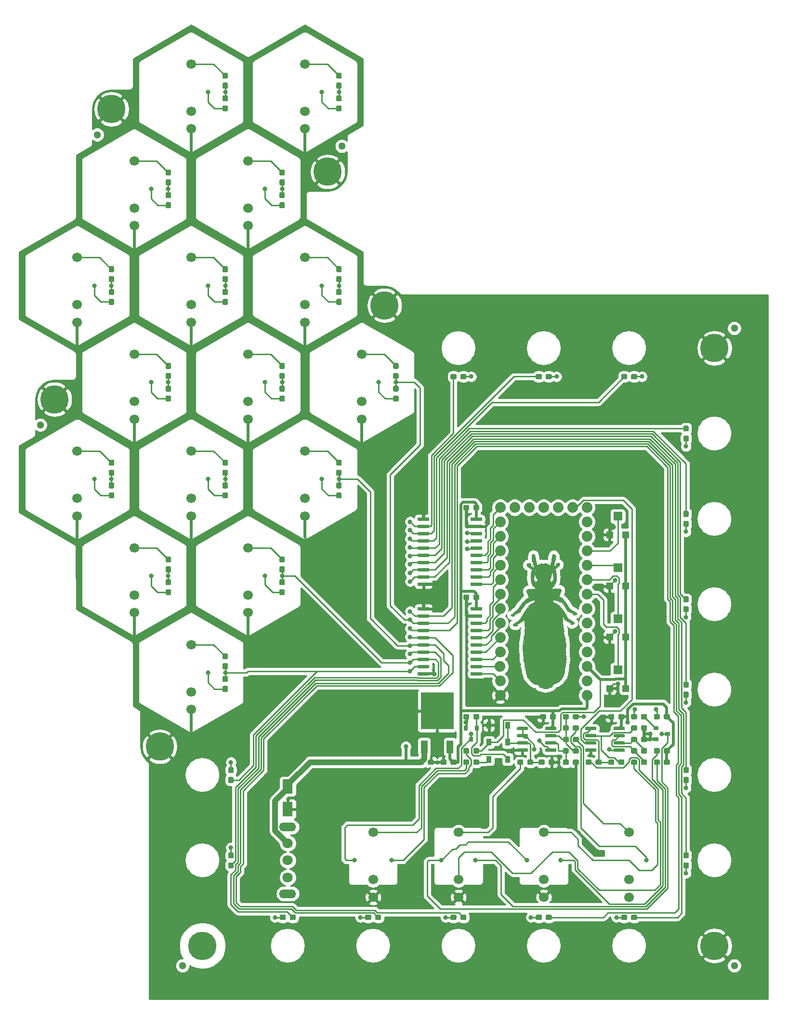
<source format=gtl>
G04 #@! TF.GenerationSoftware,KiCad,Pcbnew,(5.1.2-1)-1*
G04 #@! TF.CreationDate,2022-02-06T13:22:23-05:00*
G04 #@! TF.ProjectId,Wasp_Hive,57617370-5f48-4697-9665-2e6b69636164,rev?*
G04 #@! TF.SameCoordinates,Original*
G04 #@! TF.FileFunction,Copper,L1,Top*
G04 #@! TF.FilePolarity,Positive*
%FSLAX46Y46*%
G04 Gerber Fmt 4.6, Leading zero omitted, Abs format (unit mm)*
G04 Created by KiCad (PCBNEW (5.1.2-1)-1) date 2022-02-06 13:22:23*
%MOMM*%
%LPD*%
G04 APERTURE LIST*
%ADD10C,1.300000*%
%ADD11C,1.879600*%
%ADD12C,5.000000*%
%ADD13R,0.900000X1.200000*%
%ADD14R,1.800000X2.500000*%
%ADD15R,1.200000X1.200000*%
%ADD16R,1.600000X1.500000*%
%ADD17R,1.200000X2.200000*%
%ADD18R,5.800000X6.400000*%
%ADD19C,0.100000*%
%ADD20C,0.600000*%
%ADD21R,0.900000X0.800000*%
%ADD22R,0.800000X0.900000*%
%ADD23C,1.800000*%
%ADD24O,3.000000X1.500000*%
%ADD25C,0.950000*%
%ADD26C,1.700000*%
%ADD27C,0.800000*%
%ADD28C,0.500000*%
%ADD29C,0.250000*%
%ADD30C,1.000000*%
%ADD31C,0.254000*%
%ADD32C,3.000000*%
%ADD33C,0.010000*%
G04 APERTURE END LIST*
%LPD*%
D10*
X21500000Y-133500000D03*
X74500000Y-84500000D03*
X31500000Y-82500000D03*
X143500000Y-116500000D03*
X46500000Y-228500000D03*
X143500000Y-228500000D03*
D11*
X102330000Y-175930000D03*
X117580000Y-181010000D03*
X104880000Y-147990000D03*
X112500000Y-147990000D03*
X102340000Y-181010000D03*
X109960000Y-147990000D03*
X117580000Y-178470000D03*
X115040000Y-147990000D03*
X117580000Y-173390000D03*
X117580000Y-170850000D03*
X117580000Y-168310000D03*
X117580000Y-165770000D03*
X117580000Y-163230000D03*
X117580000Y-160690000D03*
X117580000Y-158150000D03*
X117580000Y-155610000D03*
X117580000Y-153070000D03*
X117580000Y-150530000D03*
X117580000Y-147990000D03*
X102340000Y-147990000D03*
X102340000Y-150530000D03*
X102340000Y-153070000D03*
X102340000Y-155610000D03*
X102340000Y-158150000D03*
X102340000Y-160690000D03*
X102340000Y-163230000D03*
X102340000Y-165770000D03*
X102340000Y-168310000D03*
X117580000Y-175930000D03*
X107420000Y-147990000D03*
X102340000Y-170850000D03*
X102340000Y-173390000D03*
X102340000Y-178470000D03*
D12*
X72000000Y-89000000D03*
D13*
X103650000Y-186250000D03*
X100350000Y-186250000D03*
X103650000Y-189250000D03*
X100350000Y-189250000D03*
X100350000Y-192250000D03*
X103650000Y-192250000D03*
D14*
X65000000Y-197000000D03*
X65000000Y-201000000D03*
D12*
X140000000Y-225000000D03*
X34000000Y-78000000D03*
X140000000Y-120000000D03*
X24000000Y-129000000D03*
X50000000Y-225000000D03*
D15*
X121600000Y-179800000D03*
X124400000Y-179800000D03*
D16*
X123000000Y-176550000D03*
D17*
X88970000Y-190050000D03*
X93530000Y-190050000D03*
D18*
X91250000Y-183750000D03*
D15*
X121600000Y-152800000D03*
X124400000Y-152800000D03*
D16*
X123000000Y-149550000D03*
X123000000Y-158550000D03*
D15*
X124400000Y-161800000D03*
X121600000Y-161800000D03*
X121600000Y-170800000D03*
X124400000Y-170800000D03*
D16*
X123000000Y-167550000D03*
D19*
G36*
X99039703Y-149735722D02*
G01*
X99054264Y-149737882D01*
X99068543Y-149741459D01*
X99082403Y-149746418D01*
X99095710Y-149752712D01*
X99108336Y-149760280D01*
X99120159Y-149769048D01*
X99131066Y-149778934D01*
X99140952Y-149789841D01*
X99149720Y-149801664D01*
X99157288Y-149814290D01*
X99163582Y-149827597D01*
X99168541Y-149841457D01*
X99172118Y-149855736D01*
X99174278Y-149870297D01*
X99175000Y-149885000D01*
X99175000Y-150185000D01*
X99174278Y-150199703D01*
X99172118Y-150214264D01*
X99168541Y-150228543D01*
X99163582Y-150242403D01*
X99157288Y-150255710D01*
X99149720Y-150268336D01*
X99140952Y-150280159D01*
X99131066Y-150291066D01*
X99120159Y-150300952D01*
X99108336Y-150309720D01*
X99095710Y-150317288D01*
X99082403Y-150323582D01*
X99068543Y-150328541D01*
X99054264Y-150332118D01*
X99039703Y-150334278D01*
X99025000Y-150335000D01*
X97275000Y-150335000D01*
X97260297Y-150334278D01*
X97245736Y-150332118D01*
X97231457Y-150328541D01*
X97217597Y-150323582D01*
X97204290Y-150317288D01*
X97191664Y-150309720D01*
X97179841Y-150300952D01*
X97168934Y-150291066D01*
X97159048Y-150280159D01*
X97150280Y-150268336D01*
X97142712Y-150255710D01*
X97136418Y-150242403D01*
X97131459Y-150228543D01*
X97127882Y-150214264D01*
X97125722Y-150199703D01*
X97125000Y-150185000D01*
X97125000Y-149885000D01*
X97125722Y-149870297D01*
X97127882Y-149855736D01*
X97131459Y-149841457D01*
X97136418Y-149827597D01*
X97142712Y-149814290D01*
X97150280Y-149801664D01*
X97159048Y-149789841D01*
X97168934Y-149778934D01*
X97179841Y-149769048D01*
X97191664Y-149760280D01*
X97204290Y-149752712D01*
X97217597Y-149746418D01*
X97231457Y-149741459D01*
X97245736Y-149737882D01*
X97260297Y-149735722D01*
X97275000Y-149735000D01*
X99025000Y-149735000D01*
X99039703Y-149735722D01*
X99039703Y-149735722D01*
G37*
D20*
X98150000Y-150035000D03*
D19*
G36*
X99039703Y-151005722D02*
G01*
X99054264Y-151007882D01*
X99068543Y-151011459D01*
X99082403Y-151016418D01*
X99095710Y-151022712D01*
X99108336Y-151030280D01*
X99120159Y-151039048D01*
X99131066Y-151048934D01*
X99140952Y-151059841D01*
X99149720Y-151071664D01*
X99157288Y-151084290D01*
X99163582Y-151097597D01*
X99168541Y-151111457D01*
X99172118Y-151125736D01*
X99174278Y-151140297D01*
X99175000Y-151155000D01*
X99175000Y-151455000D01*
X99174278Y-151469703D01*
X99172118Y-151484264D01*
X99168541Y-151498543D01*
X99163582Y-151512403D01*
X99157288Y-151525710D01*
X99149720Y-151538336D01*
X99140952Y-151550159D01*
X99131066Y-151561066D01*
X99120159Y-151570952D01*
X99108336Y-151579720D01*
X99095710Y-151587288D01*
X99082403Y-151593582D01*
X99068543Y-151598541D01*
X99054264Y-151602118D01*
X99039703Y-151604278D01*
X99025000Y-151605000D01*
X97275000Y-151605000D01*
X97260297Y-151604278D01*
X97245736Y-151602118D01*
X97231457Y-151598541D01*
X97217597Y-151593582D01*
X97204290Y-151587288D01*
X97191664Y-151579720D01*
X97179841Y-151570952D01*
X97168934Y-151561066D01*
X97159048Y-151550159D01*
X97150280Y-151538336D01*
X97142712Y-151525710D01*
X97136418Y-151512403D01*
X97131459Y-151498543D01*
X97127882Y-151484264D01*
X97125722Y-151469703D01*
X97125000Y-151455000D01*
X97125000Y-151155000D01*
X97125722Y-151140297D01*
X97127882Y-151125736D01*
X97131459Y-151111457D01*
X97136418Y-151097597D01*
X97142712Y-151084290D01*
X97150280Y-151071664D01*
X97159048Y-151059841D01*
X97168934Y-151048934D01*
X97179841Y-151039048D01*
X97191664Y-151030280D01*
X97204290Y-151022712D01*
X97217597Y-151016418D01*
X97231457Y-151011459D01*
X97245736Y-151007882D01*
X97260297Y-151005722D01*
X97275000Y-151005000D01*
X99025000Y-151005000D01*
X99039703Y-151005722D01*
X99039703Y-151005722D01*
G37*
D20*
X98150000Y-151305000D03*
D19*
G36*
X99039703Y-152275722D02*
G01*
X99054264Y-152277882D01*
X99068543Y-152281459D01*
X99082403Y-152286418D01*
X99095710Y-152292712D01*
X99108336Y-152300280D01*
X99120159Y-152309048D01*
X99131066Y-152318934D01*
X99140952Y-152329841D01*
X99149720Y-152341664D01*
X99157288Y-152354290D01*
X99163582Y-152367597D01*
X99168541Y-152381457D01*
X99172118Y-152395736D01*
X99174278Y-152410297D01*
X99175000Y-152425000D01*
X99175000Y-152725000D01*
X99174278Y-152739703D01*
X99172118Y-152754264D01*
X99168541Y-152768543D01*
X99163582Y-152782403D01*
X99157288Y-152795710D01*
X99149720Y-152808336D01*
X99140952Y-152820159D01*
X99131066Y-152831066D01*
X99120159Y-152840952D01*
X99108336Y-152849720D01*
X99095710Y-152857288D01*
X99082403Y-152863582D01*
X99068543Y-152868541D01*
X99054264Y-152872118D01*
X99039703Y-152874278D01*
X99025000Y-152875000D01*
X97275000Y-152875000D01*
X97260297Y-152874278D01*
X97245736Y-152872118D01*
X97231457Y-152868541D01*
X97217597Y-152863582D01*
X97204290Y-152857288D01*
X97191664Y-152849720D01*
X97179841Y-152840952D01*
X97168934Y-152831066D01*
X97159048Y-152820159D01*
X97150280Y-152808336D01*
X97142712Y-152795710D01*
X97136418Y-152782403D01*
X97131459Y-152768543D01*
X97127882Y-152754264D01*
X97125722Y-152739703D01*
X97125000Y-152725000D01*
X97125000Y-152425000D01*
X97125722Y-152410297D01*
X97127882Y-152395736D01*
X97131459Y-152381457D01*
X97136418Y-152367597D01*
X97142712Y-152354290D01*
X97150280Y-152341664D01*
X97159048Y-152329841D01*
X97168934Y-152318934D01*
X97179841Y-152309048D01*
X97191664Y-152300280D01*
X97204290Y-152292712D01*
X97217597Y-152286418D01*
X97231457Y-152281459D01*
X97245736Y-152277882D01*
X97260297Y-152275722D01*
X97275000Y-152275000D01*
X99025000Y-152275000D01*
X99039703Y-152275722D01*
X99039703Y-152275722D01*
G37*
D20*
X98150000Y-152575000D03*
D19*
G36*
X99039703Y-153545722D02*
G01*
X99054264Y-153547882D01*
X99068543Y-153551459D01*
X99082403Y-153556418D01*
X99095710Y-153562712D01*
X99108336Y-153570280D01*
X99120159Y-153579048D01*
X99131066Y-153588934D01*
X99140952Y-153599841D01*
X99149720Y-153611664D01*
X99157288Y-153624290D01*
X99163582Y-153637597D01*
X99168541Y-153651457D01*
X99172118Y-153665736D01*
X99174278Y-153680297D01*
X99175000Y-153695000D01*
X99175000Y-153995000D01*
X99174278Y-154009703D01*
X99172118Y-154024264D01*
X99168541Y-154038543D01*
X99163582Y-154052403D01*
X99157288Y-154065710D01*
X99149720Y-154078336D01*
X99140952Y-154090159D01*
X99131066Y-154101066D01*
X99120159Y-154110952D01*
X99108336Y-154119720D01*
X99095710Y-154127288D01*
X99082403Y-154133582D01*
X99068543Y-154138541D01*
X99054264Y-154142118D01*
X99039703Y-154144278D01*
X99025000Y-154145000D01*
X97275000Y-154145000D01*
X97260297Y-154144278D01*
X97245736Y-154142118D01*
X97231457Y-154138541D01*
X97217597Y-154133582D01*
X97204290Y-154127288D01*
X97191664Y-154119720D01*
X97179841Y-154110952D01*
X97168934Y-154101066D01*
X97159048Y-154090159D01*
X97150280Y-154078336D01*
X97142712Y-154065710D01*
X97136418Y-154052403D01*
X97131459Y-154038543D01*
X97127882Y-154024264D01*
X97125722Y-154009703D01*
X97125000Y-153995000D01*
X97125000Y-153695000D01*
X97125722Y-153680297D01*
X97127882Y-153665736D01*
X97131459Y-153651457D01*
X97136418Y-153637597D01*
X97142712Y-153624290D01*
X97150280Y-153611664D01*
X97159048Y-153599841D01*
X97168934Y-153588934D01*
X97179841Y-153579048D01*
X97191664Y-153570280D01*
X97204290Y-153562712D01*
X97217597Y-153556418D01*
X97231457Y-153551459D01*
X97245736Y-153547882D01*
X97260297Y-153545722D01*
X97275000Y-153545000D01*
X99025000Y-153545000D01*
X99039703Y-153545722D01*
X99039703Y-153545722D01*
G37*
D20*
X98150000Y-153845000D03*
D19*
G36*
X99039703Y-154815722D02*
G01*
X99054264Y-154817882D01*
X99068543Y-154821459D01*
X99082403Y-154826418D01*
X99095710Y-154832712D01*
X99108336Y-154840280D01*
X99120159Y-154849048D01*
X99131066Y-154858934D01*
X99140952Y-154869841D01*
X99149720Y-154881664D01*
X99157288Y-154894290D01*
X99163582Y-154907597D01*
X99168541Y-154921457D01*
X99172118Y-154935736D01*
X99174278Y-154950297D01*
X99175000Y-154965000D01*
X99175000Y-155265000D01*
X99174278Y-155279703D01*
X99172118Y-155294264D01*
X99168541Y-155308543D01*
X99163582Y-155322403D01*
X99157288Y-155335710D01*
X99149720Y-155348336D01*
X99140952Y-155360159D01*
X99131066Y-155371066D01*
X99120159Y-155380952D01*
X99108336Y-155389720D01*
X99095710Y-155397288D01*
X99082403Y-155403582D01*
X99068543Y-155408541D01*
X99054264Y-155412118D01*
X99039703Y-155414278D01*
X99025000Y-155415000D01*
X97275000Y-155415000D01*
X97260297Y-155414278D01*
X97245736Y-155412118D01*
X97231457Y-155408541D01*
X97217597Y-155403582D01*
X97204290Y-155397288D01*
X97191664Y-155389720D01*
X97179841Y-155380952D01*
X97168934Y-155371066D01*
X97159048Y-155360159D01*
X97150280Y-155348336D01*
X97142712Y-155335710D01*
X97136418Y-155322403D01*
X97131459Y-155308543D01*
X97127882Y-155294264D01*
X97125722Y-155279703D01*
X97125000Y-155265000D01*
X97125000Y-154965000D01*
X97125722Y-154950297D01*
X97127882Y-154935736D01*
X97131459Y-154921457D01*
X97136418Y-154907597D01*
X97142712Y-154894290D01*
X97150280Y-154881664D01*
X97159048Y-154869841D01*
X97168934Y-154858934D01*
X97179841Y-154849048D01*
X97191664Y-154840280D01*
X97204290Y-154832712D01*
X97217597Y-154826418D01*
X97231457Y-154821459D01*
X97245736Y-154817882D01*
X97260297Y-154815722D01*
X97275000Y-154815000D01*
X99025000Y-154815000D01*
X99039703Y-154815722D01*
X99039703Y-154815722D01*
G37*
D20*
X98150000Y-155115000D03*
D19*
G36*
X99039703Y-156085722D02*
G01*
X99054264Y-156087882D01*
X99068543Y-156091459D01*
X99082403Y-156096418D01*
X99095710Y-156102712D01*
X99108336Y-156110280D01*
X99120159Y-156119048D01*
X99131066Y-156128934D01*
X99140952Y-156139841D01*
X99149720Y-156151664D01*
X99157288Y-156164290D01*
X99163582Y-156177597D01*
X99168541Y-156191457D01*
X99172118Y-156205736D01*
X99174278Y-156220297D01*
X99175000Y-156235000D01*
X99175000Y-156535000D01*
X99174278Y-156549703D01*
X99172118Y-156564264D01*
X99168541Y-156578543D01*
X99163582Y-156592403D01*
X99157288Y-156605710D01*
X99149720Y-156618336D01*
X99140952Y-156630159D01*
X99131066Y-156641066D01*
X99120159Y-156650952D01*
X99108336Y-156659720D01*
X99095710Y-156667288D01*
X99082403Y-156673582D01*
X99068543Y-156678541D01*
X99054264Y-156682118D01*
X99039703Y-156684278D01*
X99025000Y-156685000D01*
X97275000Y-156685000D01*
X97260297Y-156684278D01*
X97245736Y-156682118D01*
X97231457Y-156678541D01*
X97217597Y-156673582D01*
X97204290Y-156667288D01*
X97191664Y-156659720D01*
X97179841Y-156650952D01*
X97168934Y-156641066D01*
X97159048Y-156630159D01*
X97150280Y-156618336D01*
X97142712Y-156605710D01*
X97136418Y-156592403D01*
X97131459Y-156578543D01*
X97127882Y-156564264D01*
X97125722Y-156549703D01*
X97125000Y-156535000D01*
X97125000Y-156235000D01*
X97125722Y-156220297D01*
X97127882Y-156205736D01*
X97131459Y-156191457D01*
X97136418Y-156177597D01*
X97142712Y-156164290D01*
X97150280Y-156151664D01*
X97159048Y-156139841D01*
X97168934Y-156128934D01*
X97179841Y-156119048D01*
X97191664Y-156110280D01*
X97204290Y-156102712D01*
X97217597Y-156096418D01*
X97231457Y-156091459D01*
X97245736Y-156087882D01*
X97260297Y-156085722D01*
X97275000Y-156085000D01*
X99025000Y-156085000D01*
X99039703Y-156085722D01*
X99039703Y-156085722D01*
G37*
D20*
X98150000Y-156385000D03*
D19*
G36*
X99039703Y-157355722D02*
G01*
X99054264Y-157357882D01*
X99068543Y-157361459D01*
X99082403Y-157366418D01*
X99095710Y-157372712D01*
X99108336Y-157380280D01*
X99120159Y-157389048D01*
X99131066Y-157398934D01*
X99140952Y-157409841D01*
X99149720Y-157421664D01*
X99157288Y-157434290D01*
X99163582Y-157447597D01*
X99168541Y-157461457D01*
X99172118Y-157475736D01*
X99174278Y-157490297D01*
X99175000Y-157505000D01*
X99175000Y-157805000D01*
X99174278Y-157819703D01*
X99172118Y-157834264D01*
X99168541Y-157848543D01*
X99163582Y-157862403D01*
X99157288Y-157875710D01*
X99149720Y-157888336D01*
X99140952Y-157900159D01*
X99131066Y-157911066D01*
X99120159Y-157920952D01*
X99108336Y-157929720D01*
X99095710Y-157937288D01*
X99082403Y-157943582D01*
X99068543Y-157948541D01*
X99054264Y-157952118D01*
X99039703Y-157954278D01*
X99025000Y-157955000D01*
X97275000Y-157955000D01*
X97260297Y-157954278D01*
X97245736Y-157952118D01*
X97231457Y-157948541D01*
X97217597Y-157943582D01*
X97204290Y-157937288D01*
X97191664Y-157929720D01*
X97179841Y-157920952D01*
X97168934Y-157911066D01*
X97159048Y-157900159D01*
X97150280Y-157888336D01*
X97142712Y-157875710D01*
X97136418Y-157862403D01*
X97131459Y-157848543D01*
X97127882Y-157834264D01*
X97125722Y-157819703D01*
X97125000Y-157805000D01*
X97125000Y-157505000D01*
X97125722Y-157490297D01*
X97127882Y-157475736D01*
X97131459Y-157461457D01*
X97136418Y-157447597D01*
X97142712Y-157434290D01*
X97150280Y-157421664D01*
X97159048Y-157409841D01*
X97168934Y-157398934D01*
X97179841Y-157389048D01*
X97191664Y-157380280D01*
X97204290Y-157372712D01*
X97217597Y-157366418D01*
X97231457Y-157361459D01*
X97245736Y-157357882D01*
X97260297Y-157355722D01*
X97275000Y-157355000D01*
X99025000Y-157355000D01*
X99039703Y-157355722D01*
X99039703Y-157355722D01*
G37*
D20*
X98150000Y-157655000D03*
D19*
G36*
X99039703Y-158625722D02*
G01*
X99054264Y-158627882D01*
X99068543Y-158631459D01*
X99082403Y-158636418D01*
X99095710Y-158642712D01*
X99108336Y-158650280D01*
X99120159Y-158659048D01*
X99131066Y-158668934D01*
X99140952Y-158679841D01*
X99149720Y-158691664D01*
X99157288Y-158704290D01*
X99163582Y-158717597D01*
X99168541Y-158731457D01*
X99172118Y-158745736D01*
X99174278Y-158760297D01*
X99175000Y-158775000D01*
X99175000Y-159075000D01*
X99174278Y-159089703D01*
X99172118Y-159104264D01*
X99168541Y-159118543D01*
X99163582Y-159132403D01*
X99157288Y-159145710D01*
X99149720Y-159158336D01*
X99140952Y-159170159D01*
X99131066Y-159181066D01*
X99120159Y-159190952D01*
X99108336Y-159199720D01*
X99095710Y-159207288D01*
X99082403Y-159213582D01*
X99068543Y-159218541D01*
X99054264Y-159222118D01*
X99039703Y-159224278D01*
X99025000Y-159225000D01*
X97275000Y-159225000D01*
X97260297Y-159224278D01*
X97245736Y-159222118D01*
X97231457Y-159218541D01*
X97217597Y-159213582D01*
X97204290Y-159207288D01*
X97191664Y-159199720D01*
X97179841Y-159190952D01*
X97168934Y-159181066D01*
X97159048Y-159170159D01*
X97150280Y-159158336D01*
X97142712Y-159145710D01*
X97136418Y-159132403D01*
X97131459Y-159118543D01*
X97127882Y-159104264D01*
X97125722Y-159089703D01*
X97125000Y-159075000D01*
X97125000Y-158775000D01*
X97125722Y-158760297D01*
X97127882Y-158745736D01*
X97131459Y-158731457D01*
X97136418Y-158717597D01*
X97142712Y-158704290D01*
X97150280Y-158691664D01*
X97159048Y-158679841D01*
X97168934Y-158668934D01*
X97179841Y-158659048D01*
X97191664Y-158650280D01*
X97204290Y-158642712D01*
X97217597Y-158636418D01*
X97231457Y-158631459D01*
X97245736Y-158627882D01*
X97260297Y-158625722D01*
X97275000Y-158625000D01*
X99025000Y-158625000D01*
X99039703Y-158625722D01*
X99039703Y-158625722D01*
G37*
D20*
X98150000Y-158925000D03*
D19*
G36*
X99039703Y-159895722D02*
G01*
X99054264Y-159897882D01*
X99068543Y-159901459D01*
X99082403Y-159906418D01*
X99095710Y-159912712D01*
X99108336Y-159920280D01*
X99120159Y-159929048D01*
X99131066Y-159938934D01*
X99140952Y-159949841D01*
X99149720Y-159961664D01*
X99157288Y-159974290D01*
X99163582Y-159987597D01*
X99168541Y-160001457D01*
X99172118Y-160015736D01*
X99174278Y-160030297D01*
X99175000Y-160045000D01*
X99175000Y-160345000D01*
X99174278Y-160359703D01*
X99172118Y-160374264D01*
X99168541Y-160388543D01*
X99163582Y-160402403D01*
X99157288Y-160415710D01*
X99149720Y-160428336D01*
X99140952Y-160440159D01*
X99131066Y-160451066D01*
X99120159Y-160460952D01*
X99108336Y-160469720D01*
X99095710Y-160477288D01*
X99082403Y-160483582D01*
X99068543Y-160488541D01*
X99054264Y-160492118D01*
X99039703Y-160494278D01*
X99025000Y-160495000D01*
X97275000Y-160495000D01*
X97260297Y-160494278D01*
X97245736Y-160492118D01*
X97231457Y-160488541D01*
X97217597Y-160483582D01*
X97204290Y-160477288D01*
X97191664Y-160469720D01*
X97179841Y-160460952D01*
X97168934Y-160451066D01*
X97159048Y-160440159D01*
X97150280Y-160428336D01*
X97142712Y-160415710D01*
X97136418Y-160402403D01*
X97131459Y-160388543D01*
X97127882Y-160374264D01*
X97125722Y-160359703D01*
X97125000Y-160345000D01*
X97125000Y-160045000D01*
X97125722Y-160030297D01*
X97127882Y-160015736D01*
X97131459Y-160001457D01*
X97136418Y-159987597D01*
X97142712Y-159974290D01*
X97150280Y-159961664D01*
X97159048Y-159949841D01*
X97168934Y-159938934D01*
X97179841Y-159929048D01*
X97191664Y-159920280D01*
X97204290Y-159912712D01*
X97217597Y-159906418D01*
X97231457Y-159901459D01*
X97245736Y-159897882D01*
X97260297Y-159895722D01*
X97275000Y-159895000D01*
X99025000Y-159895000D01*
X99039703Y-159895722D01*
X99039703Y-159895722D01*
G37*
D20*
X98150000Y-160195000D03*
D19*
G36*
X99039703Y-161165722D02*
G01*
X99054264Y-161167882D01*
X99068543Y-161171459D01*
X99082403Y-161176418D01*
X99095710Y-161182712D01*
X99108336Y-161190280D01*
X99120159Y-161199048D01*
X99131066Y-161208934D01*
X99140952Y-161219841D01*
X99149720Y-161231664D01*
X99157288Y-161244290D01*
X99163582Y-161257597D01*
X99168541Y-161271457D01*
X99172118Y-161285736D01*
X99174278Y-161300297D01*
X99175000Y-161315000D01*
X99175000Y-161615000D01*
X99174278Y-161629703D01*
X99172118Y-161644264D01*
X99168541Y-161658543D01*
X99163582Y-161672403D01*
X99157288Y-161685710D01*
X99149720Y-161698336D01*
X99140952Y-161710159D01*
X99131066Y-161721066D01*
X99120159Y-161730952D01*
X99108336Y-161739720D01*
X99095710Y-161747288D01*
X99082403Y-161753582D01*
X99068543Y-161758541D01*
X99054264Y-161762118D01*
X99039703Y-161764278D01*
X99025000Y-161765000D01*
X97275000Y-161765000D01*
X97260297Y-161764278D01*
X97245736Y-161762118D01*
X97231457Y-161758541D01*
X97217597Y-161753582D01*
X97204290Y-161747288D01*
X97191664Y-161739720D01*
X97179841Y-161730952D01*
X97168934Y-161721066D01*
X97159048Y-161710159D01*
X97150280Y-161698336D01*
X97142712Y-161685710D01*
X97136418Y-161672403D01*
X97131459Y-161658543D01*
X97127882Y-161644264D01*
X97125722Y-161629703D01*
X97125000Y-161615000D01*
X97125000Y-161315000D01*
X97125722Y-161300297D01*
X97127882Y-161285736D01*
X97131459Y-161271457D01*
X97136418Y-161257597D01*
X97142712Y-161244290D01*
X97150280Y-161231664D01*
X97159048Y-161219841D01*
X97168934Y-161208934D01*
X97179841Y-161199048D01*
X97191664Y-161190280D01*
X97204290Y-161182712D01*
X97217597Y-161176418D01*
X97231457Y-161171459D01*
X97245736Y-161167882D01*
X97260297Y-161165722D01*
X97275000Y-161165000D01*
X99025000Y-161165000D01*
X99039703Y-161165722D01*
X99039703Y-161165722D01*
G37*
D20*
X98150000Y-161465000D03*
D19*
G36*
X89739703Y-161165722D02*
G01*
X89754264Y-161167882D01*
X89768543Y-161171459D01*
X89782403Y-161176418D01*
X89795710Y-161182712D01*
X89808336Y-161190280D01*
X89820159Y-161199048D01*
X89831066Y-161208934D01*
X89840952Y-161219841D01*
X89849720Y-161231664D01*
X89857288Y-161244290D01*
X89863582Y-161257597D01*
X89868541Y-161271457D01*
X89872118Y-161285736D01*
X89874278Y-161300297D01*
X89875000Y-161315000D01*
X89875000Y-161615000D01*
X89874278Y-161629703D01*
X89872118Y-161644264D01*
X89868541Y-161658543D01*
X89863582Y-161672403D01*
X89857288Y-161685710D01*
X89849720Y-161698336D01*
X89840952Y-161710159D01*
X89831066Y-161721066D01*
X89820159Y-161730952D01*
X89808336Y-161739720D01*
X89795710Y-161747288D01*
X89782403Y-161753582D01*
X89768543Y-161758541D01*
X89754264Y-161762118D01*
X89739703Y-161764278D01*
X89725000Y-161765000D01*
X87975000Y-161765000D01*
X87960297Y-161764278D01*
X87945736Y-161762118D01*
X87931457Y-161758541D01*
X87917597Y-161753582D01*
X87904290Y-161747288D01*
X87891664Y-161739720D01*
X87879841Y-161730952D01*
X87868934Y-161721066D01*
X87859048Y-161710159D01*
X87850280Y-161698336D01*
X87842712Y-161685710D01*
X87836418Y-161672403D01*
X87831459Y-161658543D01*
X87827882Y-161644264D01*
X87825722Y-161629703D01*
X87825000Y-161615000D01*
X87825000Y-161315000D01*
X87825722Y-161300297D01*
X87827882Y-161285736D01*
X87831459Y-161271457D01*
X87836418Y-161257597D01*
X87842712Y-161244290D01*
X87850280Y-161231664D01*
X87859048Y-161219841D01*
X87868934Y-161208934D01*
X87879841Y-161199048D01*
X87891664Y-161190280D01*
X87904290Y-161182712D01*
X87917597Y-161176418D01*
X87931457Y-161171459D01*
X87945736Y-161167882D01*
X87960297Y-161165722D01*
X87975000Y-161165000D01*
X89725000Y-161165000D01*
X89739703Y-161165722D01*
X89739703Y-161165722D01*
G37*
D20*
X88850000Y-161465000D03*
D19*
G36*
X89739703Y-159895722D02*
G01*
X89754264Y-159897882D01*
X89768543Y-159901459D01*
X89782403Y-159906418D01*
X89795710Y-159912712D01*
X89808336Y-159920280D01*
X89820159Y-159929048D01*
X89831066Y-159938934D01*
X89840952Y-159949841D01*
X89849720Y-159961664D01*
X89857288Y-159974290D01*
X89863582Y-159987597D01*
X89868541Y-160001457D01*
X89872118Y-160015736D01*
X89874278Y-160030297D01*
X89875000Y-160045000D01*
X89875000Y-160345000D01*
X89874278Y-160359703D01*
X89872118Y-160374264D01*
X89868541Y-160388543D01*
X89863582Y-160402403D01*
X89857288Y-160415710D01*
X89849720Y-160428336D01*
X89840952Y-160440159D01*
X89831066Y-160451066D01*
X89820159Y-160460952D01*
X89808336Y-160469720D01*
X89795710Y-160477288D01*
X89782403Y-160483582D01*
X89768543Y-160488541D01*
X89754264Y-160492118D01*
X89739703Y-160494278D01*
X89725000Y-160495000D01*
X87975000Y-160495000D01*
X87960297Y-160494278D01*
X87945736Y-160492118D01*
X87931457Y-160488541D01*
X87917597Y-160483582D01*
X87904290Y-160477288D01*
X87891664Y-160469720D01*
X87879841Y-160460952D01*
X87868934Y-160451066D01*
X87859048Y-160440159D01*
X87850280Y-160428336D01*
X87842712Y-160415710D01*
X87836418Y-160402403D01*
X87831459Y-160388543D01*
X87827882Y-160374264D01*
X87825722Y-160359703D01*
X87825000Y-160345000D01*
X87825000Y-160045000D01*
X87825722Y-160030297D01*
X87827882Y-160015736D01*
X87831459Y-160001457D01*
X87836418Y-159987597D01*
X87842712Y-159974290D01*
X87850280Y-159961664D01*
X87859048Y-159949841D01*
X87868934Y-159938934D01*
X87879841Y-159929048D01*
X87891664Y-159920280D01*
X87904290Y-159912712D01*
X87917597Y-159906418D01*
X87931457Y-159901459D01*
X87945736Y-159897882D01*
X87960297Y-159895722D01*
X87975000Y-159895000D01*
X89725000Y-159895000D01*
X89739703Y-159895722D01*
X89739703Y-159895722D01*
G37*
D20*
X88850000Y-160195000D03*
D19*
G36*
X89739703Y-158625722D02*
G01*
X89754264Y-158627882D01*
X89768543Y-158631459D01*
X89782403Y-158636418D01*
X89795710Y-158642712D01*
X89808336Y-158650280D01*
X89820159Y-158659048D01*
X89831066Y-158668934D01*
X89840952Y-158679841D01*
X89849720Y-158691664D01*
X89857288Y-158704290D01*
X89863582Y-158717597D01*
X89868541Y-158731457D01*
X89872118Y-158745736D01*
X89874278Y-158760297D01*
X89875000Y-158775000D01*
X89875000Y-159075000D01*
X89874278Y-159089703D01*
X89872118Y-159104264D01*
X89868541Y-159118543D01*
X89863582Y-159132403D01*
X89857288Y-159145710D01*
X89849720Y-159158336D01*
X89840952Y-159170159D01*
X89831066Y-159181066D01*
X89820159Y-159190952D01*
X89808336Y-159199720D01*
X89795710Y-159207288D01*
X89782403Y-159213582D01*
X89768543Y-159218541D01*
X89754264Y-159222118D01*
X89739703Y-159224278D01*
X89725000Y-159225000D01*
X87975000Y-159225000D01*
X87960297Y-159224278D01*
X87945736Y-159222118D01*
X87931457Y-159218541D01*
X87917597Y-159213582D01*
X87904290Y-159207288D01*
X87891664Y-159199720D01*
X87879841Y-159190952D01*
X87868934Y-159181066D01*
X87859048Y-159170159D01*
X87850280Y-159158336D01*
X87842712Y-159145710D01*
X87836418Y-159132403D01*
X87831459Y-159118543D01*
X87827882Y-159104264D01*
X87825722Y-159089703D01*
X87825000Y-159075000D01*
X87825000Y-158775000D01*
X87825722Y-158760297D01*
X87827882Y-158745736D01*
X87831459Y-158731457D01*
X87836418Y-158717597D01*
X87842712Y-158704290D01*
X87850280Y-158691664D01*
X87859048Y-158679841D01*
X87868934Y-158668934D01*
X87879841Y-158659048D01*
X87891664Y-158650280D01*
X87904290Y-158642712D01*
X87917597Y-158636418D01*
X87931457Y-158631459D01*
X87945736Y-158627882D01*
X87960297Y-158625722D01*
X87975000Y-158625000D01*
X89725000Y-158625000D01*
X89739703Y-158625722D01*
X89739703Y-158625722D01*
G37*
D20*
X88850000Y-158925000D03*
D19*
G36*
X89739703Y-157355722D02*
G01*
X89754264Y-157357882D01*
X89768543Y-157361459D01*
X89782403Y-157366418D01*
X89795710Y-157372712D01*
X89808336Y-157380280D01*
X89820159Y-157389048D01*
X89831066Y-157398934D01*
X89840952Y-157409841D01*
X89849720Y-157421664D01*
X89857288Y-157434290D01*
X89863582Y-157447597D01*
X89868541Y-157461457D01*
X89872118Y-157475736D01*
X89874278Y-157490297D01*
X89875000Y-157505000D01*
X89875000Y-157805000D01*
X89874278Y-157819703D01*
X89872118Y-157834264D01*
X89868541Y-157848543D01*
X89863582Y-157862403D01*
X89857288Y-157875710D01*
X89849720Y-157888336D01*
X89840952Y-157900159D01*
X89831066Y-157911066D01*
X89820159Y-157920952D01*
X89808336Y-157929720D01*
X89795710Y-157937288D01*
X89782403Y-157943582D01*
X89768543Y-157948541D01*
X89754264Y-157952118D01*
X89739703Y-157954278D01*
X89725000Y-157955000D01*
X87975000Y-157955000D01*
X87960297Y-157954278D01*
X87945736Y-157952118D01*
X87931457Y-157948541D01*
X87917597Y-157943582D01*
X87904290Y-157937288D01*
X87891664Y-157929720D01*
X87879841Y-157920952D01*
X87868934Y-157911066D01*
X87859048Y-157900159D01*
X87850280Y-157888336D01*
X87842712Y-157875710D01*
X87836418Y-157862403D01*
X87831459Y-157848543D01*
X87827882Y-157834264D01*
X87825722Y-157819703D01*
X87825000Y-157805000D01*
X87825000Y-157505000D01*
X87825722Y-157490297D01*
X87827882Y-157475736D01*
X87831459Y-157461457D01*
X87836418Y-157447597D01*
X87842712Y-157434290D01*
X87850280Y-157421664D01*
X87859048Y-157409841D01*
X87868934Y-157398934D01*
X87879841Y-157389048D01*
X87891664Y-157380280D01*
X87904290Y-157372712D01*
X87917597Y-157366418D01*
X87931457Y-157361459D01*
X87945736Y-157357882D01*
X87960297Y-157355722D01*
X87975000Y-157355000D01*
X89725000Y-157355000D01*
X89739703Y-157355722D01*
X89739703Y-157355722D01*
G37*
D20*
X88850000Y-157655000D03*
D19*
G36*
X89739703Y-156085722D02*
G01*
X89754264Y-156087882D01*
X89768543Y-156091459D01*
X89782403Y-156096418D01*
X89795710Y-156102712D01*
X89808336Y-156110280D01*
X89820159Y-156119048D01*
X89831066Y-156128934D01*
X89840952Y-156139841D01*
X89849720Y-156151664D01*
X89857288Y-156164290D01*
X89863582Y-156177597D01*
X89868541Y-156191457D01*
X89872118Y-156205736D01*
X89874278Y-156220297D01*
X89875000Y-156235000D01*
X89875000Y-156535000D01*
X89874278Y-156549703D01*
X89872118Y-156564264D01*
X89868541Y-156578543D01*
X89863582Y-156592403D01*
X89857288Y-156605710D01*
X89849720Y-156618336D01*
X89840952Y-156630159D01*
X89831066Y-156641066D01*
X89820159Y-156650952D01*
X89808336Y-156659720D01*
X89795710Y-156667288D01*
X89782403Y-156673582D01*
X89768543Y-156678541D01*
X89754264Y-156682118D01*
X89739703Y-156684278D01*
X89725000Y-156685000D01*
X87975000Y-156685000D01*
X87960297Y-156684278D01*
X87945736Y-156682118D01*
X87931457Y-156678541D01*
X87917597Y-156673582D01*
X87904290Y-156667288D01*
X87891664Y-156659720D01*
X87879841Y-156650952D01*
X87868934Y-156641066D01*
X87859048Y-156630159D01*
X87850280Y-156618336D01*
X87842712Y-156605710D01*
X87836418Y-156592403D01*
X87831459Y-156578543D01*
X87827882Y-156564264D01*
X87825722Y-156549703D01*
X87825000Y-156535000D01*
X87825000Y-156235000D01*
X87825722Y-156220297D01*
X87827882Y-156205736D01*
X87831459Y-156191457D01*
X87836418Y-156177597D01*
X87842712Y-156164290D01*
X87850280Y-156151664D01*
X87859048Y-156139841D01*
X87868934Y-156128934D01*
X87879841Y-156119048D01*
X87891664Y-156110280D01*
X87904290Y-156102712D01*
X87917597Y-156096418D01*
X87931457Y-156091459D01*
X87945736Y-156087882D01*
X87960297Y-156085722D01*
X87975000Y-156085000D01*
X89725000Y-156085000D01*
X89739703Y-156085722D01*
X89739703Y-156085722D01*
G37*
D20*
X88850000Y-156385000D03*
D19*
G36*
X89739703Y-154815722D02*
G01*
X89754264Y-154817882D01*
X89768543Y-154821459D01*
X89782403Y-154826418D01*
X89795710Y-154832712D01*
X89808336Y-154840280D01*
X89820159Y-154849048D01*
X89831066Y-154858934D01*
X89840952Y-154869841D01*
X89849720Y-154881664D01*
X89857288Y-154894290D01*
X89863582Y-154907597D01*
X89868541Y-154921457D01*
X89872118Y-154935736D01*
X89874278Y-154950297D01*
X89875000Y-154965000D01*
X89875000Y-155265000D01*
X89874278Y-155279703D01*
X89872118Y-155294264D01*
X89868541Y-155308543D01*
X89863582Y-155322403D01*
X89857288Y-155335710D01*
X89849720Y-155348336D01*
X89840952Y-155360159D01*
X89831066Y-155371066D01*
X89820159Y-155380952D01*
X89808336Y-155389720D01*
X89795710Y-155397288D01*
X89782403Y-155403582D01*
X89768543Y-155408541D01*
X89754264Y-155412118D01*
X89739703Y-155414278D01*
X89725000Y-155415000D01*
X87975000Y-155415000D01*
X87960297Y-155414278D01*
X87945736Y-155412118D01*
X87931457Y-155408541D01*
X87917597Y-155403582D01*
X87904290Y-155397288D01*
X87891664Y-155389720D01*
X87879841Y-155380952D01*
X87868934Y-155371066D01*
X87859048Y-155360159D01*
X87850280Y-155348336D01*
X87842712Y-155335710D01*
X87836418Y-155322403D01*
X87831459Y-155308543D01*
X87827882Y-155294264D01*
X87825722Y-155279703D01*
X87825000Y-155265000D01*
X87825000Y-154965000D01*
X87825722Y-154950297D01*
X87827882Y-154935736D01*
X87831459Y-154921457D01*
X87836418Y-154907597D01*
X87842712Y-154894290D01*
X87850280Y-154881664D01*
X87859048Y-154869841D01*
X87868934Y-154858934D01*
X87879841Y-154849048D01*
X87891664Y-154840280D01*
X87904290Y-154832712D01*
X87917597Y-154826418D01*
X87931457Y-154821459D01*
X87945736Y-154817882D01*
X87960297Y-154815722D01*
X87975000Y-154815000D01*
X89725000Y-154815000D01*
X89739703Y-154815722D01*
X89739703Y-154815722D01*
G37*
D20*
X88850000Y-155115000D03*
D19*
G36*
X89739703Y-153545722D02*
G01*
X89754264Y-153547882D01*
X89768543Y-153551459D01*
X89782403Y-153556418D01*
X89795710Y-153562712D01*
X89808336Y-153570280D01*
X89820159Y-153579048D01*
X89831066Y-153588934D01*
X89840952Y-153599841D01*
X89849720Y-153611664D01*
X89857288Y-153624290D01*
X89863582Y-153637597D01*
X89868541Y-153651457D01*
X89872118Y-153665736D01*
X89874278Y-153680297D01*
X89875000Y-153695000D01*
X89875000Y-153995000D01*
X89874278Y-154009703D01*
X89872118Y-154024264D01*
X89868541Y-154038543D01*
X89863582Y-154052403D01*
X89857288Y-154065710D01*
X89849720Y-154078336D01*
X89840952Y-154090159D01*
X89831066Y-154101066D01*
X89820159Y-154110952D01*
X89808336Y-154119720D01*
X89795710Y-154127288D01*
X89782403Y-154133582D01*
X89768543Y-154138541D01*
X89754264Y-154142118D01*
X89739703Y-154144278D01*
X89725000Y-154145000D01*
X87975000Y-154145000D01*
X87960297Y-154144278D01*
X87945736Y-154142118D01*
X87931457Y-154138541D01*
X87917597Y-154133582D01*
X87904290Y-154127288D01*
X87891664Y-154119720D01*
X87879841Y-154110952D01*
X87868934Y-154101066D01*
X87859048Y-154090159D01*
X87850280Y-154078336D01*
X87842712Y-154065710D01*
X87836418Y-154052403D01*
X87831459Y-154038543D01*
X87827882Y-154024264D01*
X87825722Y-154009703D01*
X87825000Y-153995000D01*
X87825000Y-153695000D01*
X87825722Y-153680297D01*
X87827882Y-153665736D01*
X87831459Y-153651457D01*
X87836418Y-153637597D01*
X87842712Y-153624290D01*
X87850280Y-153611664D01*
X87859048Y-153599841D01*
X87868934Y-153588934D01*
X87879841Y-153579048D01*
X87891664Y-153570280D01*
X87904290Y-153562712D01*
X87917597Y-153556418D01*
X87931457Y-153551459D01*
X87945736Y-153547882D01*
X87960297Y-153545722D01*
X87975000Y-153545000D01*
X89725000Y-153545000D01*
X89739703Y-153545722D01*
X89739703Y-153545722D01*
G37*
D20*
X88850000Y-153845000D03*
D19*
G36*
X89739703Y-152275722D02*
G01*
X89754264Y-152277882D01*
X89768543Y-152281459D01*
X89782403Y-152286418D01*
X89795710Y-152292712D01*
X89808336Y-152300280D01*
X89820159Y-152309048D01*
X89831066Y-152318934D01*
X89840952Y-152329841D01*
X89849720Y-152341664D01*
X89857288Y-152354290D01*
X89863582Y-152367597D01*
X89868541Y-152381457D01*
X89872118Y-152395736D01*
X89874278Y-152410297D01*
X89875000Y-152425000D01*
X89875000Y-152725000D01*
X89874278Y-152739703D01*
X89872118Y-152754264D01*
X89868541Y-152768543D01*
X89863582Y-152782403D01*
X89857288Y-152795710D01*
X89849720Y-152808336D01*
X89840952Y-152820159D01*
X89831066Y-152831066D01*
X89820159Y-152840952D01*
X89808336Y-152849720D01*
X89795710Y-152857288D01*
X89782403Y-152863582D01*
X89768543Y-152868541D01*
X89754264Y-152872118D01*
X89739703Y-152874278D01*
X89725000Y-152875000D01*
X87975000Y-152875000D01*
X87960297Y-152874278D01*
X87945736Y-152872118D01*
X87931457Y-152868541D01*
X87917597Y-152863582D01*
X87904290Y-152857288D01*
X87891664Y-152849720D01*
X87879841Y-152840952D01*
X87868934Y-152831066D01*
X87859048Y-152820159D01*
X87850280Y-152808336D01*
X87842712Y-152795710D01*
X87836418Y-152782403D01*
X87831459Y-152768543D01*
X87827882Y-152754264D01*
X87825722Y-152739703D01*
X87825000Y-152725000D01*
X87825000Y-152425000D01*
X87825722Y-152410297D01*
X87827882Y-152395736D01*
X87831459Y-152381457D01*
X87836418Y-152367597D01*
X87842712Y-152354290D01*
X87850280Y-152341664D01*
X87859048Y-152329841D01*
X87868934Y-152318934D01*
X87879841Y-152309048D01*
X87891664Y-152300280D01*
X87904290Y-152292712D01*
X87917597Y-152286418D01*
X87931457Y-152281459D01*
X87945736Y-152277882D01*
X87960297Y-152275722D01*
X87975000Y-152275000D01*
X89725000Y-152275000D01*
X89739703Y-152275722D01*
X89739703Y-152275722D01*
G37*
D20*
X88850000Y-152575000D03*
D19*
G36*
X89739703Y-151005722D02*
G01*
X89754264Y-151007882D01*
X89768543Y-151011459D01*
X89782403Y-151016418D01*
X89795710Y-151022712D01*
X89808336Y-151030280D01*
X89820159Y-151039048D01*
X89831066Y-151048934D01*
X89840952Y-151059841D01*
X89849720Y-151071664D01*
X89857288Y-151084290D01*
X89863582Y-151097597D01*
X89868541Y-151111457D01*
X89872118Y-151125736D01*
X89874278Y-151140297D01*
X89875000Y-151155000D01*
X89875000Y-151455000D01*
X89874278Y-151469703D01*
X89872118Y-151484264D01*
X89868541Y-151498543D01*
X89863582Y-151512403D01*
X89857288Y-151525710D01*
X89849720Y-151538336D01*
X89840952Y-151550159D01*
X89831066Y-151561066D01*
X89820159Y-151570952D01*
X89808336Y-151579720D01*
X89795710Y-151587288D01*
X89782403Y-151593582D01*
X89768543Y-151598541D01*
X89754264Y-151602118D01*
X89739703Y-151604278D01*
X89725000Y-151605000D01*
X87975000Y-151605000D01*
X87960297Y-151604278D01*
X87945736Y-151602118D01*
X87931457Y-151598541D01*
X87917597Y-151593582D01*
X87904290Y-151587288D01*
X87891664Y-151579720D01*
X87879841Y-151570952D01*
X87868934Y-151561066D01*
X87859048Y-151550159D01*
X87850280Y-151538336D01*
X87842712Y-151525710D01*
X87836418Y-151512403D01*
X87831459Y-151498543D01*
X87827882Y-151484264D01*
X87825722Y-151469703D01*
X87825000Y-151455000D01*
X87825000Y-151155000D01*
X87825722Y-151140297D01*
X87827882Y-151125736D01*
X87831459Y-151111457D01*
X87836418Y-151097597D01*
X87842712Y-151084290D01*
X87850280Y-151071664D01*
X87859048Y-151059841D01*
X87868934Y-151048934D01*
X87879841Y-151039048D01*
X87891664Y-151030280D01*
X87904290Y-151022712D01*
X87917597Y-151016418D01*
X87931457Y-151011459D01*
X87945736Y-151007882D01*
X87960297Y-151005722D01*
X87975000Y-151005000D01*
X89725000Y-151005000D01*
X89739703Y-151005722D01*
X89739703Y-151005722D01*
G37*
D20*
X88850000Y-151305000D03*
D19*
G36*
X89739703Y-149735722D02*
G01*
X89754264Y-149737882D01*
X89768543Y-149741459D01*
X89782403Y-149746418D01*
X89795710Y-149752712D01*
X89808336Y-149760280D01*
X89820159Y-149769048D01*
X89831066Y-149778934D01*
X89840952Y-149789841D01*
X89849720Y-149801664D01*
X89857288Y-149814290D01*
X89863582Y-149827597D01*
X89868541Y-149841457D01*
X89872118Y-149855736D01*
X89874278Y-149870297D01*
X89875000Y-149885000D01*
X89875000Y-150185000D01*
X89874278Y-150199703D01*
X89872118Y-150214264D01*
X89868541Y-150228543D01*
X89863582Y-150242403D01*
X89857288Y-150255710D01*
X89849720Y-150268336D01*
X89840952Y-150280159D01*
X89831066Y-150291066D01*
X89820159Y-150300952D01*
X89808336Y-150309720D01*
X89795710Y-150317288D01*
X89782403Y-150323582D01*
X89768543Y-150328541D01*
X89754264Y-150332118D01*
X89739703Y-150334278D01*
X89725000Y-150335000D01*
X87975000Y-150335000D01*
X87960297Y-150334278D01*
X87945736Y-150332118D01*
X87931457Y-150328541D01*
X87917597Y-150323582D01*
X87904290Y-150317288D01*
X87891664Y-150309720D01*
X87879841Y-150300952D01*
X87868934Y-150291066D01*
X87859048Y-150280159D01*
X87850280Y-150268336D01*
X87842712Y-150255710D01*
X87836418Y-150242403D01*
X87831459Y-150228543D01*
X87827882Y-150214264D01*
X87825722Y-150199703D01*
X87825000Y-150185000D01*
X87825000Y-149885000D01*
X87825722Y-149870297D01*
X87827882Y-149855736D01*
X87831459Y-149841457D01*
X87836418Y-149827597D01*
X87842712Y-149814290D01*
X87850280Y-149801664D01*
X87859048Y-149789841D01*
X87868934Y-149778934D01*
X87879841Y-149769048D01*
X87891664Y-149760280D01*
X87904290Y-149752712D01*
X87917597Y-149746418D01*
X87931457Y-149741459D01*
X87945736Y-149737882D01*
X87960297Y-149735722D01*
X87975000Y-149735000D01*
X89725000Y-149735000D01*
X89739703Y-149735722D01*
X89739703Y-149735722D01*
G37*
D20*
X88850000Y-150035000D03*
D19*
G36*
X89739703Y-165485722D02*
G01*
X89754264Y-165487882D01*
X89768543Y-165491459D01*
X89782403Y-165496418D01*
X89795710Y-165502712D01*
X89808336Y-165510280D01*
X89820159Y-165519048D01*
X89831066Y-165528934D01*
X89840952Y-165539841D01*
X89849720Y-165551664D01*
X89857288Y-165564290D01*
X89863582Y-165577597D01*
X89868541Y-165591457D01*
X89872118Y-165605736D01*
X89874278Y-165620297D01*
X89875000Y-165635000D01*
X89875000Y-165935000D01*
X89874278Y-165949703D01*
X89872118Y-165964264D01*
X89868541Y-165978543D01*
X89863582Y-165992403D01*
X89857288Y-166005710D01*
X89849720Y-166018336D01*
X89840952Y-166030159D01*
X89831066Y-166041066D01*
X89820159Y-166050952D01*
X89808336Y-166059720D01*
X89795710Y-166067288D01*
X89782403Y-166073582D01*
X89768543Y-166078541D01*
X89754264Y-166082118D01*
X89739703Y-166084278D01*
X89725000Y-166085000D01*
X87975000Y-166085000D01*
X87960297Y-166084278D01*
X87945736Y-166082118D01*
X87931457Y-166078541D01*
X87917597Y-166073582D01*
X87904290Y-166067288D01*
X87891664Y-166059720D01*
X87879841Y-166050952D01*
X87868934Y-166041066D01*
X87859048Y-166030159D01*
X87850280Y-166018336D01*
X87842712Y-166005710D01*
X87836418Y-165992403D01*
X87831459Y-165978543D01*
X87827882Y-165964264D01*
X87825722Y-165949703D01*
X87825000Y-165935000D01*
X87825000Y-165635000D01*
X87825722Y-165620297D01*
X87827882Y-165605736D01*
X87831459Y-165591457D01*
X87836418Y-165577597D01*
X87842712Y-165564290D01*
X87850280Y-165551664D01*
X87859048Y-165539841D01*
X87868934Y-165528934D01*
X87879841Y-165519048D01*
X87891664Y-165510280D01*
X87904290Y-165502712D01*
X87917597Y-165496418D01*
X87931457Y-165491459D01*
X87945736Y-165487882D01*
X87960297Y-165485722D01*
X87975000Y-165485000D01*
X89725000Y-165485000D01*
X89739703Y-165485722D01*
X89739703Y-165485722D01*
G37*
D20*
X88850000Y-165785000D03*
D19*
G36*
X89739703Y-166755722D02*
G01*
X89754264Y-166757882D01*
X89768543Y-166761459D01*
X89782403Y-166766418D01*
X89795710Y-166772712D01*
X89808336Y-166780280D01*
X89820159Y-166789048D01*
X89831066Y-166798934D01*
X89840952Y-166809841D01*
X89849720Y-166821664D01*
X89857288Y-166834290D01*
X89863582Y-166847597D01*
X89868541Y-166861457D01*
X89872118Y-166875736D01*
X89874278Y-166890297D01*
X89875000Y-166905000D01*
X89875000Y-167205000D01*
X89874278Y-167219703D01*
X89872118Y-167234264D01*
X89868541Y-167248543D01*
X89863582Y-167262403D01*
X89857288Y-167275710D01*
X89849720Y-167288336D01*
X89840952Y-167300159D01*
X89831066Y-167311066D01*
X89820159Y-167320952D01*
X89808336Y-167329720D01*
X89795710Y-167337288D01*
X89782403Y-167343582D01*
X89768543Y-167348541D01*
X89754264Y-167352118D01*
X89739703Y-167354278D01*
X89725000Y-167355000D01*
X87975000Y-167355000D01*
X87960297Y-167354278D01*
X87945736Y-167352118D01*
X87931457Y-167348541D01*
X87917597Y-167343582D01*
X87904290Y-167337288D01*
X87891664Y-167329720D01*
X87879841Y-167320952D01*
X87868934Y-167311066D01*
X87859048Y-167300159D01*
X87850280Y-167288336D01*
X87842712Y-167275710D01*
X87836418Y-167262403D01*
X87831459Y-167248543D01*
X87827882Y-167234264D01*
X87825722Y-167219703D01*
X87825000Y-167205000D01*
X87825000Y-166905000D01*
X87825722Y-166890297D01*
X87827882Y-166875736D01*
X87831459Y-166861457D01*
X87836418Y-166847597D01*
X87842712Y-166834290D01*
X87850280Y-166821664D01*
X87859048Y-166809841D01*
X87868934Y-166798934D01*
X87879841Y-166789048D01*
X87891664Y-166780280D01*
X87904290Y-166772712D01*
X87917597Y-166766418D01*
X87931457Y-166761459D01*
X87945736Y-166757882D01*
X87960297Y-166755722D01*
X87975000Y-166755000D01*
X89725000Y-166755000D01*
X89739703Y-166755722D01*
X89739703Y-166755722D01*
G37*
D20*
X88850000Y-167055000D03*
D19*
G36*
X89739703Y-168025722D02*
G01*
X89754264Y-168027882D01*
X89768543Y-168031459D01*
X89782403Y-168036418D01*
X89795710Y-168042712D01*
X89808336Y-168050280D01*
X89820159Y-168059048D01*
X89831066Y-168068934D01*
X89840952Y-168079841D01*
X89849720Y-168091664D01*
X89857288Y-168104290D01*
X89863582Y-168117597D01*
X89868541Y-168131457D01*
X89872118Y-168145736D01*
X89874278Y-168160297D01*
X89875000Y-168175000D01*
X89875000Y-168475000D01*
X89874278Y-168489703D01*
X89872118Y-168504264D01*
X89868541Y-168518543D01*
X89863582Y-168532403D01*
X89857288Y-168545710D01*
X89849720Y-168558336D01*
X89840952Y-168570159D01*
X89831066Y-168581066D01*
X89820159Y-168590952D01*
X89808336Y-168599720D01*
X89795710Y-168607288D01*
X89782403Y-168613582D01*
X89768543Y-168618541D01*
X89754264Y-168622118D01*
X89739703Y-168624278D01*
X89725000Y-168625000D01*
X87975000Y-168625000D01*
X87960297Y-168624278D01*
X87945736Y-168622118D01*
X87931457Y-168618541D01*
X87917597Y-168613582D01*
X87904290Y-168607288D01*
X87891664Y-168599720D01*
X87879841Y-168590952D01*
X87868934Y-168581066D01*
X87859048Y-168570159D01*
X87850280Y-168558336D01*
X87842712Y-168545710D01*
X87836418Y-168532403D01*
X87831459Y-168518543D01*
X87827882Y-168504264D01*
X87825722Y-168489703D01*
X87825000Y-168475000D01*
X87825000Y-168175000D01*
X87825722Y-168160297D01*
X87827882Y-168145736D01*
X87831459Y-168131457D01*
X87836418Y-168117597D01*
X87842712Y-168104290D01*
X87850280Y-168091664D01*
X87859048Y-168079841D01*
X87868934Y-168068934D01*
X87879841Y-168059048D01*
X87891664Y-168050280D01*
X87904290Y-168042712D01*
X87917597Y-168036418D01*
X87931457Y-168031459D01*
X87945736Y-168027882D01*
X87960297Y-168025722D01*
X87975000Y-168025000D01*
X89725000Y-168025000D01*
X89739703Y-168025722D01*
X89739703Y-168025722D01*
G37*
D20*
X88850000Y-168325000D03*
D19*
G36*
X89739703Y-169295722D02*
G01*
X89754264Y-169297882D01*
X89768543Y-169301459D01*
X89782403Y-169306418D01*
X89795710Y-169312712D01*
X89808336Y-169320280D01*
X89820159Y-169329048D01*
X89831066Y-169338934D01*
X89840952Y-169349841D01*
X89849720Y-169361664D01*
X89857288Y-169374290D01*
X89863582Y-169387597D01*
X89868541Y-169401457D01*
X89872118Y-169415736D01*
X89874278Y-169430297D01*
X89875000Y-169445000D01*
X89875000Y-169745000D01*
X89874278Y-169759703D01*
X89872118Y-169774264D01*
X89868541Y-169788543D01*
X89863582Y-169802403D01*
X89857288Y-169815710D01*
X89849720Y-169828336D01*
X89840952Y-169840159D01*
X89831066Y-169851066D01*
X89820159Y-169860952D01*
X89808336Y-169869720D01*
X89795710Y-169877288D01*
X89782403Y-169883582D01*
X89768543Y-169888541D01*
X89754264Y-169892118D01*
X89739703Y-169894278D01*
X89725000Y-169895000D01*
X87975000Y-169895000D01*
X87960297Y-169894278D01*
X87945736Y-169892118D01*
X87931457Y-169888541D01*
X87917597Y-169883582D01*
X87904290Y-169877288D01*
X87891664Y-169869720D01*
X87879841Y-169860952D01*
X87868934Y-169851066D01*
X87859048Y-169840159D01*
X87850280Y-169828336D01*
X87842712Y-169815710D01*
X87836418Y-169802403D01*
X87831459Y-169788543D01*
X87827882Y-169774264D01*
X87825722Y-169759703D01*
X87825000Y-169745000D01*
X87825000Y-169445000D01*
X87825722Y-169430297D01*
X87827882Y-169415736D01*
X87831459Y-169401457D01*
X87836418Y-169387597D01*
X87842712Y-169374290D01*
X87850280Y-169361664D01*
X87859048Y-169349841D01*
X87868934Y-169338934D01*
X87879841Y-169329048D01*
X87891664Y-169320280D01*
X87904290Y-169312712D01*
X87917597Y-169306418D01*
X87931457Y-169301459D01*
X87945736Y-169297882D01*
X87960297Y-169295722D01*
X87975000Y-169295000D01*
X89725000Y-169295000D01*
X89739703Y-169295722D01*
X89739703Y-169295722D01*
G37*
D20*
X88850000Y-169595000D03*
D19*
G36*
X89739703Y-170565722D02*
G01*
X89754264Y-170567882D01*
X89768543Y-170571459D01*
X89782403Y-170576418D01*
X89795710Y-170582712D01*
X89808336Y-170590280D01*
X89820159Y-170599048D01*
X89831066Y-170608934D01*
X89840952Y-170619841D01*
X89849720Y-170631664D01*
X89857288Y-170644290D01*
X89863582Y-170657597D01*
X89868541Y-170671457D01*
X89872118Y-170685736D01*
X89874278Y-170700297D01*
X89875000Y-170715000D01*
X89875000Y-171015000D01*
X89874278Y-171029703D01*
X89872118Y-171044264D01*
X89868541Y-171058543D01*
X89863582Y-171072403D01*
X89857288Y-171085710D01*
X89849720Y-171098336D01*
X89840952Y-171110159D01*
X89831066Y-171121066D01*
X89820159Y-171130952D01*
X89808336Y-171139720D01*
X89795710Y-171147288D01*
X89782403Y-171153582D01*
X89768543Y-171158541D01*
X89754264Y-171162118D01*
X89739703Y-171164278D01*
X89725000Y-171165000D01*
X87975000Y-171165000D01*
X87960297Y-171164278D01*
X87945736Y-171162118D01*
X87931457Y-171158541D01*
X87917597Y-171153582D01*
X87904290Y-171147288D01*
X87891664Y-171139720D01*
X87879841Y-171130952D01*
X87868934Y-171121066D01*
X87859048Y-171110159D01*
X87850280Y-171098336D01*
X87842712Y-171085710D01*
X87836418Y-171072403D01*
X87831459Y-171058543D01*
X87827882Y-171044264D01*
X87825722Y-171029703D01*
X87825000Y-171015000D01*
X87825000Y-170715000D01*
X87825722Y-170700297D01*
X87827882Y-170685736D01*
X87831459Y-170671457D01*
X87836418Y-170657597D01*
X87842712Y-170644290D01*
X87850280Y-170631664D01*
X87859048Y-170619841D01*
X87868934Y-170608934D01*
X87879841Y-170599048D01*
X87891664Y-170590280D01*
X87904290Y-170582712D01*
X87917597Y-170576418D01*
X87931457Y-170571459D01*
X87945736Y-170567882D01*
X87960297Y-170565722D01*
X87975000Y-170565000D01*
X89725000Y-170565000D01*
X89739703Y-170565722D01*
X89739703Y-170565722D01*
G37*
D20*
X88850000Y-170865000D03*
D19*
G36*
X89739703Y-171835722D02*
G01*
X89754264Y-171837882D01*
X89768543Y-171841459D01*
X89782403Y-171846418D01*
X89795710Y-171852712D01*
X89808336Y-171860280D01*
X89820159Y-171869048D01*
X89831066Y-171878934D01*
X89840952Y-171889841D01*
X89849720Y-171901664D01*
X89857288Y-171914290D01*
X89863582Y-171927597D01*
X89868541Y-171941457D01*
X89872118Y-171955736D01*
X89874278Y-171970297D01*
X89875000Y-171985000D01*
X89875000Y-172285000D01*
X89874278Y-172299703D01*
X89872118Y-172314264D01*
X89868541Y-172328543D01*
X89863582Y-172342403D01*
X89857288Y-172355710D01*
X89849720Y-172368336D01*
X89840952Y-172380159D01*
X89831066Y-172391066D01*
X89820159Y-172400952D01*
X89808336Y-172409720D01*
X89795710Y-172417288D01*
X89782403Y-172423582D01*
X89768543Y-172428541D01*
X89754264Y-172432118D01*
X89739703Y-172434278D01*
X89725000Y-172435000D01*
X87975000Y-172435000D01*
X87960297Y-172434278D01*
X87945736Y-172432118D01*
X87931457Y-172428541D01*
X87917597Y-172423582D01*
X87904290Y-172417288D01*
X87891664Y-172409720D01*
X87879841Y-172400952D01*
X87868934Y-172391066D01*
X87859048Y-172380159D01*
X87850280Y-172368336D01*
X87842712Y-172355710D01*
X87836418Y-172342403D01*
X87831459Y-172328543D01*
X87827882Y-172314264D01*
X87825722Y-172299703D01*
X87825000Y-172285000D01*
X87825000Y-171985000D01*
X87825722Y-171970297D01*
X87827882Y-171955736D01*
X87831459Y-171941457D01*
X87836418Y-171927597D01*
X87842712Y-171914290D01*
X87850280Y-171901664D01*
X87859048Y-171889841D01*
X87868934Y-171878934D01*
X87879841Y-171869048D01*
X87891664Y-171860280D01*
X87904290Y-171852712D01*
X87917597Y-171846418D01*
X87931457Y-171841459D01*
X87945736Y-171837882D01*
X87960297Y-171835722D01*
X87975000Y-171835000D01*
X89725000Y-171835000D01*
X89739703Y-171835722D01*
X89739703Y-171835722D01*
G37*
D20*
X88850000Y-172135000D03*
D19*
G36*
X89739703Y-173105722D02*
G01*
X89754264Y-173107882D01*
X89768543Y-173111459D01*
X89782403Y-173116418D01*
X89795710Y-173122712D01*
X89808336Y-173130280D01*
X89820159Y-173139048D01*
X89831066Y-173148934D01*
X89840952Y-173159841D01*
X89849720Y-173171664D01*
X89857288Y-173184290D01*
X89863582Y-173197597D01*
X89868541Y-173211457D01*
X89872118Y-173225736D01*
X89874278Y-173240297D01*
X89875000Y-173255000D01*
X89875000Y-173555000D01*
X89874278Y-173569703D01*
X89872118Y-173584264D01*
X89868541Y-173598543D01*
X89863582Y-173612403D01*
X89857288Y-173625710D01*
X89849720Y-173638336D01*
X89840952Y-173650159D01*
X89831066Y-173661066D01*
X89820159Y-173670952D01*
X89808336Y-173679720D01*
X89795710Y-173687288D01*
X89782403Y-173693582D01*
X89768543Y-173698541D01*
X89754264Y-173702118D01*
X89739703Y-173704278D01*
X89725000Y-173705000D01*
X87975000Y-173705000D01*
X87960297Y-173704278D01*
X87945736Y-173702118D01*
X87931457Y-173698541D01*
X87917597Y-173693582D01*
X87904290Y-173687288D01*
X87891664Y-173679720D01*
X87879841Y-173670952D01*
X87868934Y-173661066D01*
X87859048Y-173650159D01*
X87850280Y-173638336D01*
X87842712Y-173625710D01*
X87836418Y-173612403D01*
X87831459Y-173598543D01*
X87827882Y-173584264D01*
X87825722Y-173569703D01*
X87825000Y-173555000D01*
X87825000Y-173255000D01*
X87825722Y-173240297D01*
X87827882Y-173225736D01*
X87831459Y-173211457D01*
X87836418Y-173197597D01*
X87842712Y-173184290D01*
X87850280Y-173171664D01*
X87859048Y-173159841D01*
X87868934Y-173148934D01*
X87879841Y-173139048D01*
X87891664Y-173130280D01*
X87904290Y-173122712D01*
X87917597Y-173116418D01*
X87931457Y-173111459D01*
X87945736Y-173107882D01*
X87960297Y-173105722D01*
X87975000Y-173105000D01*
X89725000Y-173105000D01*
X89739703Y-173105722D01*
X89739703Y-173105722D01*
G37*
D20*
X88850000Y-173405000D03*
D19*
G36*
X89739703Y-174375722D02*
G01*
X89754264Y-174377882D01*
X89768543Y-174381459D01*
X89782403Y-174386418D01*
X89795710Y-174392712D01*
X89808336Y-174400280D01*
X89820159Y-174409048D01*
X89831066Y-174418934D01*
X89840952Y-174429841D01*
X89849720Y-174441664D01*
X89857288Y-174454290D01*
X89863582Y-174467597D01*
X89868541Y-174481457D01*
X89872118Y-174495736D01*
X89874278Y-174510297D01*
X89875000Y-174525000D01*
X89875000Y-174825000D01*
X89874278Y-174839703D01*
X89872118Y-174854264D01*
X89868541Y-174868543D01*
X89863582Y-174882403D01*
X89857288Y-174895710D01*
X89849720Y-174908336D01*
X89840952Y-174920159D01*
X89831066Y-174931066D01*
X89820159Y-174940952D01*
X89808336Y-174949720D01*
X89795710Y-174957288D01*
X89782403Y-174963582D01*
X89768543Y-174968541D01*
X89754264Y-174972118D01*
X89739703Y-174974278D01*
X89725000Y-174975000D01*
X87975000Y-174975000D01*
X87960297Y-174974278D01*
X87945736Y-174972118D01*
X87931457Y-174968541D01*
X87917597Y-174963582D01*
X87904290Y-174957288D01*
X87891664Y-174949720D01*
X87879841Y-174940952D01*
X87868934Y-174931066D01*
X87859048Y-174920159D01*
X87850280Y-174908336D01*
X87842712Y-174895710D01*
X87836418Y-174882403D01*
X87831459Y-174868543D01*
X87827882Y-174854264D01*
X87825722Y-174839703D01*
X87825000Y-174825000D01*
X87825000Y-174525000D01*
X87825722Y-174510297D01*
X87827882Y-174495736D01*
X87831459Y-174481457D01*
X87836418Y-174467597D01*
X87842712Y-174454290D01*
X87850280Y-174441664D01*
X87859048Y-174429841D01*
X87868934Y-174418934D01*
X87879841Y-174409048D01*
X87891664Y-174400280D01*
X87904290Y-174392712D01*
X87917597Y-174386418D01*
X87931457Y-174381459D01*
X87945736Y-174377882D01*
X87960297Y-174375722D01*
X87975000Y-174375000D01*
X89725000Y-174375000D01*
X89739703Y-174375722D01*
X89739703Y-174375722D01*
G37*
D20*
X88850000Y-174675000D03*
D19*
G36*
X89739703Y-175645722D02*
G01*
X89754264Y-175647882D01*
X89768543Y-175651459D01*
X89782403Y-175656418D01*
X89795710Y-175662712D01*
X89808336Y-175670280D01*
X89820159Y-175679048D01*
X89831066Y-175688934D01*
X89840952Y-175699841D01*
X89849720Y-175711664D01*
X89857288Y-175724290D01*
X89863582Y-175737597D01*
X89868541Y-175751457D01*
X89872118Y-175765736D01*
X89874278Y-175780297D01*
X89875000Y-175795000D01*
X89875000Y-176095000D01*
X89874278Y-176109703D01*
X89872118Y-176124264D01*
X89868541Y-176138543D01*
X89863582Y-176152403D01*
X89857288Y-176165710D01*
X89849720Y-176178336D01*
X89840952Y-176190159D01*
X89831066Y-176201066D01*
X89820159Y-176210952D01*
X89808336Y-176219720D01*
X89795710Y-176227288D01*
X89782403Y-176233582D01*
X89768543Y-176238541D01*
X89754264Y-176242118D01*
X89739703Y-176244278D01*
X89725000Y-176245000D01*
X87975000Y-176245000D01*
X87960297Y-176244278D01*
X87945736Y-176242118D01*
X87931457Y-176238541D01*
X87917597Y-176233582D01*
X87904290Y-176227288D01*
X87891664Y-176219720D01*
X87879841Y-176210952D01*
X87868934Y-176201066D01*
X87859048Y-176190159D01*
X87850280Y-176178336D01*
X87842712Y-176165710D01*
X87836418Y-176152403D01*
X87831459Y-176138543D01*
X87827882Y-176124264D01*
X87825722Y-176109703D01*
X87825000Y-176095000D01*
X87825000Y-175795000D01*
X87825722Y-175780297D01*
X87827882Y-175765736D01*
X87831459Y-175751457D01*
X87836418Y-175737597D01*
X87842712Y-175724290D01*
X87850280Y-175711664D01*
X87859048Y-175699841D01*
X87868934Y-175688934D01*
X87879841Y-175679048D01*
X87891664Y-175670280D01*
X87904290Y-175662712D01*
X87917597Y-175656418D01*
X87931457Y-175651459D01*
X87945736Y-175647882D01*
X87960297Y-175645722D01*
X87975000Y-175645000D01*
X89725000Y-175645000D01*
X89739703Y-175645722D01*
X89739703Y-175645722D01*
G37*
D20*
X88850000Y-175945000D03*
D19*
G36*
X89739703Y-176915722D02*
G01*
X89754264Y-176917882D01*
X89768543Y-176921459D01*
X89782403Y-176926418D01*
X89795710Y-176932712D01*
X89808336Y-176940280D01*
X89820159Y-176949048D01*
X89831066Y-176958934D01*
X89840952Y-176969841D01*
X89849720Y-176981664D01*
X89857288Y-176994290D01*
X89863582Y-177007597D01*
X89868541Y-177021457D01*
X89872118Y-177035736D01*
X89874278Y-177050297D01*
X89875000Y-177065000D01*
X89875000Y-177365000D01*
X89874278Y-177379703D01*
X89872118Y-177394264D01*
X89868541Y-177408543D01*
X89863582Y-177422403D01*
X89857288Y-177435710D01*
X89849720Y-177448336D01*
X89840952Y-177460159D01*
X89831066Y-177471066D01*
X89820159Y-177480952D01*
X89808336Y-177489720D01*
X89795710Y-177497288D01*
X89782403Y-177503582D01*
X89768543Y-177508541D01*
X89754264Y-177512118D01*
X89739703Y-177514278D01*
X89725000Y-177515000D01*
X87975000Y-177515000D01*
X87960297Y-177514278D01*
X87945736Y-177512118D01*
X87931457Y-177508541D01*
X87917597Y-177503582D01*
X87904290Y-177497288D01*
X87891664Y-177489720D01*
X87879841Y-177480952D01*
X87868934Y-177471066D01*
X87859048Y-177460159D01*
X87850280Y-177448336D01*
X87842712Y-177435710D01*
X87836418Y-177422403D01*
X87831459Y-177408543D01*
X87827882Y-177394264D01*
X87825722Y-177379703D01*
X87825000Y-177365000D01*
X87825000Y-177065000D01*
X87825722Y-177050297D01*
X87827882Y-177035736D01*
X87831459Y-177021457D01*
X87836418Y-177007597D01*
X87842712Y-176994290D01*
X87850280Y-176981664D01*
X87859048Y-176969841D01*
X87868934Y-176958934D01*
X87879841Y-176949048D01*
X87891664Y-176940280D01*
X87904290Y-176932712D01*
X87917597Y-176926418D01*
X87931457Y-176921459D01*
X87945736Y-176917882D01*
X87960297Y-176915722D01*
X87975000Y-176915000D01*
X89725000Y-176915000D01*
X89739703Y-176915722D01*
X89739703Y-176915722D01*
G37*
D20*
X88850000Y-177215000D03*
D19*
G36*
X99039703Y-176915722D02*
G01*
X99054264Y-176917882D01*
X99068543Y-176921459D01*
X99082403Y-176926418D01*
X99095710Y-176932712D01*
X99108336Y-176940280D01*
X99120159Y-176949048D01*
X99131066Y-176958934D01*
X99140952Y-176969841D01*
X99149720Y-176981664D01*
X99157288Y-176994290D01*
X99163582Y-177007597D01*
X99168541Y-177021457D01*
X99172118Y-177035736D01*
X99174278Y-177050297D01*
X99175000Y-177065000D01*
X99175000Y-177365000D01*
X99174278Y-177379703D01*
X99172118Y-177394264D01*
X99168541Y-177408543D01*
X99163582Y-177422403D01*
X99157288Y-177435710D01*
X99149720Y-177448336D01*
X99140952Y-177460159D01*
X99131066Y-177471066D01*
X99120159Y-177480952D01*
X99108336Y-177489720D01*
X99095710Y-177497288D01*
X99082403Y-177503582D01*
X99068543Y-177508541D01*
X99054264Y-177512118D01*
X99039703Y-177514278D01*
X99025000Y-177515000D01*
X97275000Y-177515000D01*
X97260297Y-177514278D01*
X97245736Y-177512118D01*
X97231457Y-177508541D01*
X97217597Y-177503582D01*
X97204290Y-177497288D01*
X97191664Y-177489720D01*
X97179841Y-177480952D01*
X97168934Y-177471066D01*
X97159048Y-177460159D01*
X97150280Y-177448336D01*
X97142712Y-177435710D01*
X97136418Y-177422403D01*
X97131459Y-177408543D01*
X97127882Y-177394264D01*
X97125722Y-177379703D01*
X97125000Y-177365000D01*
X97125000Y-177065000D01*
X97125722Y-177050297D01*
X97127882Y-177035736D01*
X97131459Y-177021457D01*
X97136418Y-177007597D01*
X97142712Y-176994290D01*
X97150280Y-176981664D01*
X97159048Y-176969841D01*
X97168934Y-176958934D01*
X97179841Y-176949048D01*
X97191664Y-176940280D01*
X97204290Y-176932712D01*
X97217597Y-176926418D01*
X97231457Y-176921459D01*
X97245736Y-176917882D01*
X97260297Y-176915722D01*
X97275000Y-176915000D01*
X99025000Y-176915000D01*
X99039703Y-176915722D01*
X99039703Y-176915722D01*
G37*
D20*
X98150000Y-177215000D03*
D19*
G36*
X99039703Y-175645722D02*
G01*
X99054264Y-175647882D01*
X99068543Y-175651459D01*
X99082403Y-175656418D01*
X99095710Y-175662712D01*
X99108336Y-175670280D01*
X99120159Y-175679048D01*
X99131066Y-175688934D01*
X99140952Y-175699841D01*
X99149720Y-175711664D01*
X99157288Y-175724290D01*
X99163582Y-175737597D01*
X99168541Y-175751457D01*
X99172118Y-175765736D01*
X99174278Y-175780297D01*
X99175000Y-175795000D01*
X99175000Y-176095000D01*
X99174278Y-176109703D01*
X99172118Y-176124264D01*
X99168541Y-176138543D01*
X99163582Y-176152403D01*
X99157288Y-176165710D01*
X99149720Y-176178336D01*
X99140952Y-176190159D01*
X99131066Y-176201066D01*
X99120159Y-176210952D01*
X99108336Y-176219720D01*
X99095710Y-176227288D01*
X99082403Y-176233582D01*
X99068543Y-176238541D01*
X99054264Y-176242118D01*
X99039703Y-176244278D01*
X99025000Y-176245000D01*
X97275000Y-176245000D01*
X97260297Y-176244278D01*
X97245736Y-176242118D01*
X97231457Y-176238541D01*
X97217597Y-176233582D01*
X97204290Y-176227288D01*
X97191664Y-176219720D01*
X97179841Y-176210952D01*
X97168934Y-176201066D01*
X97159048Y-176190159D01*
X97150280Y-176178336D01*
X97142712Y-176165710D01*
X97136418Y-176152403D01*
X97131459Y-176138543D01*
X97127882Y-176124264D01*
X97125722Y-176109703D01*
X97125000Y-176095000D01*
X97125000Y-175795000D01*
X97125722Y-175780297D01*
X97127882Y-175765736D01*
X97131459Y-175751457D01*
X97136418Y-175737597D01*
X97142712Y-175724290D01*
X97150280Y-175711664D01*
X97159048Y-175699841D01*
X97168934Y-175688934D01*
X97179841Y-175679048D01*
X97191664Y-175670280D01*
X97204290Y-175662712D01*
X97217597Y-175656418D01*
X97231457Y-175651459D01*
X97245736Y-175647882D01*
X97260297Y-175645722D01*
X97275000Y-175645000D01*
X99025000Y-175645000D01*
X99039703Y-175645722D01*
X99039703Y-175645722D01*
G37*
D20*
X98150000Y-175945000D03*
D19*
G36*
X99039703Y-174375722D02*
G01*
X99054264Y-174377882D01*
X99068543Y-174381459D01*
X99082403Y-174386418D01*
X99095710Y-174392712D01*
X99108336Y-174400280D01*
X99120159Y-174409048D01*
X99131066Y-174418934D01*
X99140952Y-174429841D01*
X99149720Y-174441664D01*
X99157288Y-174454290D01*
X99163582Y-174467597D01*
X99168541Y-174481457D01*
X99172118Y-174495736D01*
X99174278Y-174510297D01*
X99175000Y-174525000D01*
X99175000Y-174825000D01*
X99174278Y-174839703D01*
X99172118Y-174854264D01*
X99168541Y-174868543D01*
X99163582Y-174882403D01*
X99157288Y-174895710D01*
X99149720Y-174908336D01*
X99140952Y-174920159D01*
X99131066Y-174931066D01*
X99120159Y-174940952D01*
X99108336Y-174949720D01*
X99095710Y-174957288D01*
X99082403Y-174963582D01*
X99068543Y-174968541D01*
X99054264Y-174972118D01*
X99039703Y-174974278D01*
X99025000Y-174975000D01*
X97275000Y-174975000D01*
X97260297Y-174974278D01*
X97245736Y-174972118D01*
X97231457Y-174968541D01*
X97217597Y-174963582D01*
X97204290Y-174957288D01*
X97191664Y-174949720D01*
X97179841Y-174940952D01*
X97168934Y-174931066D01*
X97159048Y-174920159D01*
X97150280Y-174908336D01*
X97142712Y-174895710D01*
X97136418Y-174882403D01*
X97131459Y-174868543D01*
X97127882Y-174854264D01*
X97125722Y-174839703D01*
X97125000Y-174825000D01*
X97125000Y-174525000D01*
X97125722Y-174510297D01*
X97127882Y-174495736D01*
X97131459Y-174481457D01*
X97136418Y-174467597D01*
X97142712Y-174454290D01*
X97150280Y-174441664D01*
X97159048Y-174429841D01*
X97168934Y-174418934D01*
X97179841Y-174409048D01*
X97191664Y-174400280D01*
X97204290Y-174392712D01*
X97217597Y-174386418D01*
X97231457Y-174381459D01*
X97245736Y-174377882D01*
X97260297Y-174375722D01*
X97275000Y-174375000D01*
X99025000Y-174375000D01*
X99039703Y-174375722D01*
X99039703Y-174375722D01*
G37*
D20*
X98150000Y-174675000D03*
D19*
G36*
X99039703Y-173105722D02*
G01*
X99054264Y-173107882D01*
X99068543Y-173111459D01*
X99082403Y-173116418D01*
X99095710Y-173122712D01*
X99108336Y-173130280D01*
X99120159Y-173139048D01*
X99131066Y-173148934D01*
X99140952Y-173159841D01*
X99149720Y-173171664D01*
X99157288Y-173184290D01*
X99163582Y-173197597D01*
X99168541Y-173211457D01*
X99172118Y-173225736D01*
X99174278Y-173240297D01*
X99175000Y-173255000D01*
X99175000Y-173555000D01*
X99174278Y-173569703D01*
X99172118Y-173584264D01*
X99168541Y-173598543D01*
X99163582Y-173612403D01*
X99157288Y-173625710D01*
X99149720Y-173638336D01*
X99140952Y-173650159D01*
X99131066Y-173661066D01*
X99120159Y-173670952D01*
X99108336Y-173679720D01*
X99095710Y-173687288D01*
X99082403Y-173693582D01*
X99068543Y-173698541D01*
X99054264Y-173702118D01*
X99039703Y-173704278D01*
X99025000Y-173705000D01*
X97275000Y-173705000D01*
X97260297Y-173704278D01*
X97245736Y-173702118D01*
X97231457Y-173698541D01*
X97217597Y-173693582D01*
X97204290Y-173687288D01*
X97191664Y-173679720D01*
X97179841Y-173670952D01*
X97168934Y-173661066D01*
X97159048Y-173650159D01*
X97150280Y-173638336D01*
X97142712Y-173625710D01*
X97136418Y-173612403D01*
X97131459Y-173598543D01*
X97127882Y-173584264D01*
X97125722Y-173569703D01*
X97125000Y-173555000D01*
X97125000Y-173255000D01*
X97125722Y-173240297D01*
X97127882Y-173225736D01*
X97131459Y-173211457D01*
X97136418Y-173197597D01*
X97142712Y-173184290D01*
X97150280Y-173171664D01*
X97159048Y-173159841D01*
X97168934Y-173148934D01*
X97179841Y-173139048D01*
X97191664Y-173130280D01*
X97204290Y-173122712D01*
X97217597Y-173116418D01*
X97231457Y-173111459D01*
X97245736Y-173107882D01*
X97260297Y-173105722D01*
X97275000Y-173105000D01*
X99025000Y-173105000D01*
X99039703Y-173105722D01*
X99039703Y-173105722D01*
G37*
D20*
X98150000Y-173405000D03*
D19*
G36*
X99039703Y-171835722D02*
G01*
X99054264Y-171837882D01*
X99068543Y-171841459D01*
X99082403Y-171846418D01*
X99095710Y-171852712D01*
X99108336Y-171860280D01*
X99120159Y-171869048D01*
X99131066Y-171878934D01*
X99140952Y-171889841D01*
X99149720Y-171901664D01*
X99157288Y-171914290D01*
X99163582Y-171927597D01*
X99168541Y-171941457D01*
X99172118Y-171955736D01*
X99174278Y-171970297D01*
X99175000Y-171985000D01*
X99175000Y-172285000D01*
X99174278Y-172299703D01*
X99172118Y-172314264D01*
X99168541Y-172328543D01*
X99163582Y-172342403D01*
X99157288Y-172355710D01*
X99149720Y-172368336D01*
X99140952Y-172380159D01*
X99131066Y-172391066D01*
X99120159Y-172400952D01*
X99108336Y-172409720D01*
X99095710Y-172417288D01*
X99082403Y-172423582D01*
X99068543Y-172428541D01*
X99054264Y-172432118D01*
X99039703Y-172434278D01*
X99025000Y-172435000D01*
X97275000Y-172435000D01*
X97260297Y-172434278D01*
X97245736Y-172432118D01*
X97231457Y-172428541D01*
X97217597Y-172423582D01*
X97204290Y-172417288D01*
X97191664Y-172409720D01*
X97179841Y-172400952D01*
X97168934Y-172391066D01*
X97159048Y-172380159D01*
X97150280Y-172368336D01*
X97142712Y-172355710D01*
X97136418Y-172342403D01*
X97131459Y-172328543D01*
X97127882Y-172314264D01*
X97125722Y-172299703D01*
X97125000Y-172285000D01*
X97125000Y-171985000D01*
X97125722Y-171970297D01*
X97127882Y-171955736D01*
X97131459Y-171941457D01*
X97136418Y-171927597D01*
X97142712Y-171914290D01*
X97150280Y-171901664D01*
X97159048Y-171889841D01*
X97168934Y-171878934D01*
X97179841Y-171869048D01*
X97191664Y-171860280D01*
X97204290Y-171852712D01*
X97217597Y-171846418D01*
X97231457Y-171841459D01*
X97245736Y-171837882D01*
X97260297Y-171835722D01*
X97275000Y-171835000D01*
X99025000Y-171835000D01*
X99039703Y-171835722D01*
X99039703Y-171835722D01*
G37*
D20*
X98150000Y-172135000D03*
D19*
G36*
X99039703Y-170565722D02*
G01*
X99054264Y-170567882D01*
X99068543Y-170571459D01*
X99082403Y-170576418D01*
X99095710Y-170582712D01*
X99108336Y-170590280D01*
X99120159Y-170599048D01*
X99131066Y-170608934D01*
X99140952Y-170619841D01*
X99149720Y-170631664D01*
X99157288Y-170644290D01*
X99163582Y-170657597D01*
X99168541Y-170671457D01*
X99172118Y-170685736D01*
X99174278Y-170700297D01*
X99175000Y-170715000D01*
X99175000Y-171015000D01*
X99174278Y-171029703D01*
X99172118Y-171044264D01*
X99168541Y-171058543D01*
X99163582Y-171072403D01*
X99157288Y-171085710D01*
X99149720Y-171098336D01*
X99140952Y-171110159D01*
X99131066Y-171121066D01*
X99120159Y-171130952D01*
X99108336Y-171139720D01*
X99095710Y-171147288D01*
X99082403Y-171153582D01*
X99068543Y-171158541D01*
X99054264Y-171162118D01*
X99039703Y-171164278D01*
X99025000Y-171165000D01*
X97275000Y-171165000D01*
X97260297Y-171164278D01*
X97245736Y-171162118D01*
X97231457Y-171158541D01*
X97217597Y-171153582D01*
X97204290Y-171147288D01*
X97191664Y-171139720D01*
X97179841Y-171130952D01*
X97168934Y-171121066D01*
X97159048Y-171110159D01*
X97150280Y-171098336D01*
X97142712Y-171085710D01*
X97136418Y-171072403D01*
X97131459Y-171058543D01*
X97127882Y-171044264D01*
X97125722Y-171029703D01*
X97125000Y-171015000D01*
X97125000Y-170715000D01*
X97125722Y-170700297D01*
X97127882Y-170685736D01*
X97131459Y-170671457D01*
X97136418Y-170657597D01*
X97142712Y-170644290D01*
X97150280Y-170631664D01*
X97159048Y-170619841D01*
X97168934Y-170608934D01*
X97179841Y-170599048D01*
X97191664Y-170590280D01*
X97204290Y-170582712D01*
X97217597Y-170576418D01*
X97231457Y-170571459D01*
X97245736Y-170567882D01*
X97260297Y-170565722D01*
X97275000Y-170565000D01*
X99025000Y-170565000D01*
X99039703Y-170565722D01*
X99039703Y-170565722D01*
G37*
D20*
X98150000Y-170865000D03*
D19*
G36*
X99039703Y-169295722D02*
G01*
X99054264Y-169297882D01*
X99068543Y-169301459D01*
X99082403Y-169306418D01*
X99095710Y-169312712D01*
X99108336Y-169320280D01*
X99120159Y-169329048D01*
X99131066Y-169338934D01*
X99140952Y-169349841D01*
X99149720Y-169361664D01*
X99157288Y-169374290D01*
X99163582Y-169387597D01*
X99168541Y-169401457D01*
X99172118Y-169415736D01*
X99174278Y-169430297D01*
X99175000Y-169445000D01*
X99175000Y-169745000D01*
X99174278Y-169759703D01*
X99172118Y-169774264D01*
X99168541Y-169788543D01*
X99163582Y-169802403D01*
X99157288Y-169815710D01*
X99149720Y-169828336D01*
X99140952Y-169840159D01*
X99131066Y-169851066D01*
X99120159Y-169860952D01*
X99108336Y-169869720D01*
X99095710Y-169877288D01*
X99082403Y-169883582D01*
X99068543Y-169888541D01*
X99054264Y-169892118D01*
X99039703Y-169894278D01*
X99025000Y-169895000D01*
X97275000Y-169895000D01*
X97260297Y-169894278D01*
X97245736Y-169892118D01*
X97231457Y-169888541D01*
X97217597Y-169883582D01*
X97204290Y-169877288D01*
X97191664Y-169869720D01*
X97179841Y-169860952D01*
X97168934Y-169851066D01*
X97159048Y-169840159D01*
X97150280Y-169828336D01*
X97142712Y-169815710D01*
X97136418Y-169802403D01*
X97131459Y-169788543D01*
X97127882Y-169774264D01*
X97125722Y-169759703D01*
X97125000Y-169745000D01*
X97125000Y-169445000D01*
X97125722Y-169430297D01*
X97127882Y-169415736D01*
X97131459Y-169401457D01*
X97136418Y-169387597D01*
X97142712Y-169374290D01*
X97150280Y-169361664D01*
X97159048Y-169349841D01*
X97168934Y-169338934D01*
X97179841Y-169329048D01*
X97191664Y-169320280D01*
X97204290Y-169312712D01*
X97217597Y-169306418D01*
X97231457Y-169301459D01*
X97245736Y-169297882D01*
X97260297Y-169295722D01*
X97275000Y-169295000D01*
X99025000Y-169295000D01*
X99039703Y-169295722D01*
X99039703Y-169295722D01*
G37*
D20*
X98150000Y-169595000D03*
D19*
G36*
X99039703Y-168025722D02*
G01*
X99054264Y-168027882D01*
X99068543Y-168031459D01*
X99082403Y-168036418D01*
X99095710Y-168042712D01*
X99108336Y-168050280D01*
X99120159Y-168059048D01*
X99131066Y-168068934D01*
X99140952Y-168079841D01*
X99149720Y-168091664D01*
X99157288Y-168104290D01*
X99163582Y-168117597D01*
X99168541Y-168131457D01*
X99172118Y-168145736D01*
X99174278Y-168160297D01*
X99175000Y-168175000D01*
X99175000Y-168475000D01*
X99174278Y-168489703D01*
X99172118Y-168504264D01*
X99168541Y-168518543D01*
X99163582Y-168532403D01*
X99157288Y-168545710D01*
X99149720Y-168558336D01*
X99140952Y-168570159D01*
X99131066Y-168581066D01*
X99120159Y-168590952D01*
X99108336Y-168599720D01*
X99095710Y-168607288D01*
X99082403Y-168613582D01*
X99068543Y-168618541D01*
X99054264Y-168622118D01*
X99039703Y-168624278D01*
X99025000Y-168625000D01*
X97275000Y-168625000D01*
X97260297Y-168624278D01*
X97245736Y-168622118D01*
X97231457Y-168618541D01*
X97217597Y-168613582D01*
X97204290Y-168607288D01*
X97191664Y-168599720D01*
X97179841Y-168590952D01*
X97168934Y-168581066D01*
X97159048Y-168570159D01*
X97150280Y-168558336D01*
X97142712Y-168545710D01*
X97136418Y-168532403D01*
X97131459Y-168518543D01*
X97127882Y-168504264D01*
X97125722Y-168489703D01*
X97125000Y-168475000D01*
X97125000Y-168175000D01*
X97125722Y-168160297D01*
X97127882Y-168145736D01*
X97131459Y-168131457D01*
X97136418Y-168117597D01*
X97142712Y-168104290D01*
X97150280Y-168091664D01*
X97159048Y-168079841D01*
X97168934Y-168068934D01*
X97179841Y-168059048D01*
X97191664Y-168050280D01*
X97204290Y-168042712D01*
X97217597Y-168036418D01*
X97231457Y-168031459D01*
X97245736Y-168027882D01*
X97260297Y-168025722D01*
X97275000Y-168025000D01*
X99025000Y-168025000D01*
X99039703Y-168025722D01*
X99039703Y-168025722D01*
G37*
D20*
X98150000Y-168325000D03*
D19*
G36*
X99039703Y-166755722D02*
G01*
X99054264Y-166757882D01*
X99068543Y-166761459D01*
X99082403Y-166766418D01*
X99095710Y-166772712D01*
X99108336Y-166780280D01*
X99120159Y-166789048D01*
X99131066Y-166798934D01*
X99140952Y-166809841D01*
X99149720Y-166821664D01*
X99157288Y-166834290D01*
X99163582Y-166847597D01*
X99168541Y-166861457D01*
X99172118Y-166875736D01*
X99174278Y-166890297D01*
X99175000Y-166905000D01*
X99175000Y-167205000D01*
X99174278Y-167219703D01*
X99172118Y-167234264D01*
X99168541Y-167248543D01*
X99163582Y-167262403D01*
X99157288Y-167275710D01*
X99149720Y-167288336D01*
X99140952Y-167300159D01*
X99131066Y-167311066D01*
X99120159Y-167320952D01*
X99108336Y-167329720D01*
X99095710Y-167337288D01*
X99082403Y-167343582D01*
X99068543Y-167348541D01*
X99054264Y-167352118D01*
X99039703Y-167354278D01*
X99025000Y-167355000D01*
X97275000Y-167355000D01*
X97260297Y-167354278D01*
X97245736Y-167352118D01*
X97231457Y-167348541D01*
X97217597Y-167343582D01*
X97204290Y-167337288D01*
X97191664Y-167329720D01*
X97179841Y-167320952D01*
X97168934Y-167311066D01*
X97159048Y-167300159D01*
X97150280Y-167288336D01*
X97142712Y-167275710D01*
X97136418Y-167262403D01*
X97131459Y-167248543D01*
X97127882Y-167234264D01*
X97125722Y-167219703D01*
X97125000Y-167205000D01*
X97125000Y-166905000D01*
X97125722Y-166890297D01*
X97127882Y-166875736D01*
X97131459Y-166861457D01*
X97136418Y-166847597D01*
X97142712Y-166834290D01*
X97150280Y-166821664D01*
X97159048Y-166809841D01*
X97168934Y-166798934D01*
X97179841Y-166789048D01*
X97191664Y-166780280D01*
X97204290Y-166772712D01*
X97217597Y-166766418D01*
X97231457Y-166761459D01*
X97245736Y-166757882D01*
X97260297Y-166755722D01*
X97275000Y-166755000D01*
X99025000Y-166755000D01*
X99039703Y-166755722D01*
X99039703Y-166755722D01*
G37*
D20*
X98150000Y-167055000D03*
D19*
G36*
X99039703Y-165485722D02*
G01*
X99054264Y-165487882D01*
X99068543Y-165491459D01*
X99082403Y-165496418D01*
X99095710Y-165502712D01*
X99108336Y-165510280D01*
X99120159Y-165519048D01*
X99131066Y-165528934D01*
X99140952Y-165539841D01*
X99149720Y-165551664D01*
X99157288Y-165564290D01*
X99163582Y-165577597D01*
X99168541Y-165591457D01*
X99172118Y-165605736D01*
X99174278Y-165620297D01*
X99175000Y-165635000D01*
X99175000Y-165935000D01*
X99174278Y-165949703D01*
X99172118Y-165964264D01*
X99168541Y-165978543D01*
X99163582Y-165992403D01*
X99157288Y-166005710D01*
X99149720Y-166018336D01*
X99140952Y-166030159D01*
X99131066Y-166041066D01*
X99120159Y-166050952D01*
X99108336Y-166059720D01*
X99095710Y-166067288D01*
X99082403Y-166073582D01*
X99068543Y-166078541D01*
X99054264Y-166082118D01*
X99039703Y-166084278D01*
X99025000Y-166085000D01*
X97275000Y-166085000D01*
X97260297Y-166084278D01*
X97245736Y-166082118D01*
X97231457Y-166078541D01*
X97217597Y-166073582D01*
X97204290Y-166067288D01*
X97191664Y-166059720D01*
X97179841Y-166050952D01*
X97168934Y-166041066D01*
X97159048Y-166030159D01*
X97150280Y-166018336D01*
X97142712Y-166005710D01*
X97136418Y-165992403D01*
X97131459Y-165978543D01*
X97127882Y-165964264D01*
X97125722Y-165949703D01*
X97125000Y-165935000D01*
X97125000Y-165635000D01*
X97125722Y-165620297D01*
X97127882Y-165605736D01*
X97131459Y-165591457D01*
X97136418Y-165577597D01*
X97142712Y-165564290D01*
X97150280Y-165551664D01*
X97159048Y-165539841D01*
X97168934Y-165528934D01*
X97179841Y-165519048D01*
X97191664Y-165510280D01*
X97204290Y-165502712D01*
X97217597Y-165496418D01*
X97231457Y-165491459D01*
X97245736Y-165487882D01*
X97260297Y-165485722D01*
X97275000Y-165485000D01*
X99025000Y-165485000D01*
X99039703Y-165485722D01*
X99039703Y-165485722D01*
G37*
D20*
X98150000Y-165785000D03*
D19*
G36*
X112064703Y-186545722D02*
G01*
X112079264Y-186547882D01*
X112093543Y-186551459D01*
X112107403Y-186556418D01*
X112120710Y-186562712D01*
X112133336Y-186570280D01*
X112145159Y-186579048D01*
X112156066Y-186588934D01*
X112165952Y-186599841D01*
X112174720Y-186611664D01*
X112182288Y-186624290D01*
X112188582Y-186637597D01*
X112193541Y-186651457D01*
X112197118Y-186665736D01*
X112199278Y-186680297D01*
X112200000Y-186695000D01*
X112200000Y-186995000D01*
X112199278Y-187009703D01*
X112197118Y-187024264D01*
X112193541Y-187038543D01*
X112188582Y-187052403D01*
X112182288Y-187065710D01*
X112174720Y-187078336D01*
X112165952Y-187090159D01*
X112156066Y-187101066D01*
X112145159Y-187110952D01*
X112133336Y-187119720D01*
X112120710Y-187127288D01*
X112107403Y-187133582D01*
X112093543Y-187138541D01*
X112079264Y-187142118D01*
X112064703Y-187144278D01*
X112050000Y-187145000D01*
X110400000Y-187145000D01*
X110385297Y-187144278D01*
X110370736Y-187142118D01*
X110356457Y-187138541D01*
X110342597Y-187133582D01*
X110329290Y-187127288D01*
X110316664Y-187119720D01*
X110304841Y-187110952D01*
X110293934Y-187101066D01*
X110284048Y-187090159D01*
X110275280Y-187078336D01*
X110267712Y-187065710D01*
X110261418Y-187052403D01*
X110256459Y-187038543D01*
X110252882Y-187024264D01*
X110250722Y-187009703D01*
X110250000Y-186995000D01*
X110250000Y-186695000D01*
X110250722Y-186680297D01*
X110252882Y-186665736D01*
X110256459Y-186651457D01*
X110261418Y-186637597D01*
X110267712Y-186624290D01*
X110275280Y-186611664D01*
X110284048Y-186599841D01*
X110293934Y-186588934D01*
X110304841Y-186579048D01*
X110316664Y-186570280D01*
X110329290Y-186562712D01*
X110342597Y-186556418D01*
X110356457Y-186551459D01*
X110370736Y-186547882D01*
X110385297Y-186545722D01*
X110400000Y-186545000D01*
X112050000Y-186545000D01*
X112064703Y-186545722D01*
X112064703Y-186545722D01*
G37*
D20*
X111225000Y-186845000D03*
D19*
G36*
X112064703Y-187815722D02*
G01*
X112079264Y-187817882D01*
X112093543Y-187821459D01*
X112107403Y-187826418D01*
X112120710Y-187832712D01*
X112133336Y-187840280D01*
X112145159Y-187849048D01*
X112156066Y-187858934D01*
X112165952Y-187869841D01*
X112174720Y-187881664D01*
X112182288Y-187894290D01*
X112188582Y-187907597D01*
X112193541Y-187921457D01*
X112197118Y-187935736D01*
X112199278Y-187950297D01*
X112200000Y-187965000D01*
X112200000Y-188265000D01*
X112199278Y-188279703D01*
X112197118Y-188294264D01*
X112193541Y-188308543D01*
X112188582Y-188322403D01*
X112182288Y-188335710D01*
X112174720Y-188348336D01*
X112165952Y-188360159D01*
X112156066Y-188371066D01*
X112145159Y-188380952D01*
X112133336Y-188389720D01*
X112120710Y-188397288D01*
X112107403Y-188403582D01*
X112093543Y-188408541D01*
X112079264Y-188412118D01*
X112064703Y-188414278D01*
X112050000Y-188415000D01*
X110400000Y-188415000D01*
X110385297Y-188414278D01*
X110370736Y-188412118D01*
X110356457Y-188408541D01*
X110342597Y-188403582D01*
X110329290Y-188397288D01*
X110316664Y-188389720D01*
X110304841Y-188380952D01*
X110293934Y-188371066D01*
X110284048Y-188360159D01*
X110275280Y-188348336D01*
X110267712Y-188335710D01*
X110261418Y-188322403D01*
X110256459Y-188308543D01*
X110252882Y-188294264D01*
X110250722Y-188279703D01*
X110250000Y-188265000D01*
X110250000Y-187965000D01*
X110250722Y-187950297D01*
X110252882Y-187935736D01*
X110256459Y-187921457D01*
X110261418Y-187907597D01*
X110267712Y-187894290D01*
X110275280Y-187881664D01*
X110284048Y-187869841D01*
X110293934Y-187858934D01*
X110304841Y-187849048D01*
X110316664Y-187840280D01*
X110329290Y-187832712D01*
X110342597Y-187826418D01*
X110356457Y-187821459D01*
X110370736Y-187817882D01*
X110385297Y-187815722D01*
X110400000Y-187815000D01*
X112050000Y-187815000D01*
X112064703Y-187815722D01*
X112064703Y-187815722D01*
G37*
D20*
X111225000Y-188115000D03*
D19*
G36*
X112064703Y-189085722D02*
G01*
X112079264Y-189087882D01*
X112093543Y-189091459D01*
X112107403Y-189096418D01*
X112120710Y-189102712D01*
X112133336Y-189110280D01*
X112145159Y-189119048D01*
X112156066Y-189128934D01*
X112165952Y-189139841D01*
X112174720Y-189151664D01*
X112182288Y-189164290D01*
X112188582Y-189177597D01*
X112193541Y-189191457D01*
X112197118Y-189205736D01*
X112199278Y-189220297D01*
X112200000Y-189235000D01*
X112200000Y-189535000D01*
X112199278Y-189549703D01*
X112197118Y-189564264D01*
X112193541Y-189578543D01*
X112188582Y-189592403D01*
X112182288Y-189605710D01*
X112174720Y-189618336D01*
X112165952Y-189630159D01*
X112156066Y-189641066D01*
X112145159Y-189650952D01*
X112133336Y-189659720D01*
X112120710Y-189667288D01*
X112107403Y-189673582D01*
X112093543Y-189678541D01*
X112079264Y-189682118D01*
X112064703Y-189684278D01*
X112050000Y-189685000D01*
X110400000Y-189685000D01*
X110385297Y-189684278D01*
X110370736Y-189682118D01*
X110356457Y-189678541D01*
X110342597Y-189673582D01*
X110329290Y-189667288D01*
X110316664Y-189659720D01*
X110304841Y-189650952D01*
X110293934Y-189641066D01*
X110284048Y-189630159D01*
X110275280Y-189618336D01*
X110267712Y-189605710D01*
X110261418Y-189592403D01*
X110256459Y-189578543D01*
X110252882Y-189564264D01*
X110250722Y-189549703D01*
X110250000Y-189535000D01*
X110250000Y-189235000D01*
X110250722Y-189220297D01*
X110252882Y-189205736D01*
X110256459Y-189191457D01*
X110261418Y-189177597D01*
X110267712Y-189164290D01*
X110275280Y-189151664D01*
X110284048Y-189139841D01*
X110293934Y-189128934D01*
X110304841Y-189119048D01*
X110316664Y-189110280D01*
X110329290Y-189102712D01*
X110342597Y-189096418D01*
X110356457Y-189091459D01*
X110370736Y-189087882D01*
X110385297Y-189085722D01*
X110400000Y-189085000D01*
X112050000Y-189085000D01*
X112064703Y-189085722D01*
X112064703Y-189085722D01*
G37*
D20*
X111225000Y-189385000D03*
D19*
G36*
X112064703Y-190355722D02*
G01*
X112079264Y-190357882D01*
X112093543Y-190361459D01*
X112107403Y-190366418D01*
X112120710Y-190372712D01*
X112133336Y-190380280D01*
X112145159Y-190389048D01*
X112156066Y-190398934D01*
X112165952Y-190409841D01*
X112174720Y-190421664D01*
X112182288Y-190434290D01*
X112188582Y-190447597D01*
X112193541Y-190461457D01*
X112197118Y-190475736D01*
X112199278Y-190490297D01*
X112200000Y-190505000D01*
X112200000Y-190805000D01*
X112199278Y-190819703D01*
X112197118Y-190834264D01*
X112193541Y-190848543D01*
X112188582Y-190862403D01*
X112182288Y-190875710D01*
X112174720Y-190888336D01*
X112165952Y-190900159D01*
X112156066Y-190911066D01*
X112145159Y-190920952D01*
X112133336Y-190929720D01*
X112120710Y-190937288D01*
X112107403Y-190943582D01*
X112093543Y-190948541D01*
X112079264Y-190952118D01*
X112064703Y-190954278D01*
X112050000Y-190955000D01*
X110400000Y-190955000D01*
X110385297Y-190954278D01*
X110370736Y-190952118D01*
X110356457Y-190948541D01*
X110342597Y-190943582D01*
X110329290Y-190937288D01*
X110316664Y-190929720D01*
X110304841Y-190920952D01*
X110293934Y-190911066D01*
X110284048Y-190900159D01*
X110275280Y-190888336D01*
X110267712Y-190875710D01*
X110261418Y-190862403D01*
X110256459Y-190848543D01*
X110252882Y-190834264D01*
X110250722Y-190819703D01*
X110250000Y-190805000D01*
X110250000Y-190505000D01*
X110250722Y-190490297D01*
X110252882Y-190475736D01*
X110256459Y-190461457D01*
X110261418Y-190447597D01*
X110267712Y-190434290D01*
X110275280Y-190421664D01*
X110284048Y-190409841D01*
X110293934Y-190398934D01*
X110304841Y-190389048D01*
X110316664Y-190380280D01*
X110329290Y-190372712D01*
X110342597Y-190366418D01*
X110356457Y-190361459D01*
X110370736Y-190357882D01*
X110385297Y-190355722D01*
X110400000Y-190355000D01*
X112050000Y-190355000D01*
X112064703Y-190355722D01*
X112064703Y-190355722D01*
G37*
D20*
X111225000Y-190655000D03*
D19*
G36*
X107114703Y-190355722D02*
G01*
X107129264Y-190357882D01*
X107143543Y-190361459D01*
X107157403Y-190366418D01*
X107170710Y-190372712D01*
X107183336Y-190380280D01*
X107195159Y-190389048D01*
X107206066Y-190398934D01*
X107215952Y-190409841D01*
X107224720Y-190421664D01*
X107232288Y-190434290D01*
X107238582Y-190447597D01*
X107243541Y-190461457D01*
X107247118Y-190475736D01*
X107249278Y-190490297D01*
X107250000Y-190505000D01*
X107250000Y-190805000D01*
X107249278Y-190819703D01*
X107247118Y-190834264D01*
X107243541Y-190848543D01*
X107238582Y-190862403D01*
X107232288Y-190875710D01*
X107224720Y-190888336D01*
X107215952Y-190900159D01*
X107206066Y-190911066D01*
X107195159Y-190920952D01*
X107183336Y-190929720D01*
X107170710Y-190937288D01*
X107157403Y-190943582D01*
X107143543Y-190948541D01*
X107129264Y-190952118D01*
X107114703Y-190954278D01*
X107100000Y-190955000D01*
X105450000Y-190955000D01*
X105435297Y-190954278D01*
X105420736Y-190952118D01*
X105406457Y-190948541D01*
X105392597Y-190943582D01*
X105379290Y-190937288D01*
X105366664Y-190929720D01*
X105354841Y-190920952D01*
X105343934Y-190911066D01*
X105334048Y-190900159D01*
X105325280Y-190888336D01*
X105317712Y-190875710D01*
X105311418Y-190862403D01*
X105306459Y-190848543D01*
X105302882Y-190834264D01*
X105300722Y-190819703D01*
X105300000Y-190805000D01*
X105300000Y-190505000D01*
X105300722Y-190490297D01*
X105302882Y-190475736D01*
X105306459Y-190461457D01*
X105311418Y-190447597D01*
X105317712Y-190434290D01*
X105325280Y-190421664D01*
X105334048Y-190409841D01*
X105343934Y-190398934D01*
X105354841Y-190389048D01*
X105366664Y-190380280D01*
X105379290Y-190372712D01*
X105392597Y-190366418D01*
X105406457Y-190361459D01*
X105420736Y-190357882D01*
X105435297Y-190355722D01*
X105450000Y-190355000D01*
X107100000Y-190355000D01*
X107114703Y-190355722D01*
X107114703Y-190355722D01*
G37*
D20*
X106275000Y-190655000D03*
D19*
G36*
X107114703Y-189085722D02*
G01*
X107129264Y-189087882D01*
X107143543Y-189091459D01*
X107157403Y-189096418D01*
X107170710Y-189102712D01*
X107183336Y-189110280D01*
X107195159Y-189119048D01*
X107206066Y-189128934D01*
X107215952Y-189139841D01*
X107224720Y-189151664D01*
X107232288Y-189164290D01*
X107238582Y-189177597D01*
X107243541Y-189191457D01*
X107247118Y-189205736D01*
X107249278Y-189220297D01*
X107250000Y-189235000D01*
X107250000Y-189535000D01*
X107249278Y-189549703D01*
X107247118Y-189564264D01*
X107243541Y-189578543D01*
X107238582Y-189592403D01*
X107232288Y-189605710D01*
X107224720Y-189618336D01*
X107215952Y-189630159D01*
X107206066Y-189641066D01*
X107195159Y-189650952D01*
X107183336Y-189659720D01*
X107170710Y-189667288D01*
X107157403Y-189673582D01*
X107143543Y-189678541D01*
X107129264Y-189682118D01*
X107114703Y-189684278D01*
X107100000Y-189685000D01*
X105450000Y-189685000D01*
X105435297Y-189684278D01*
X105420736Y-189682118D01*
X105406457Y-189678541D01*
X105392597Y-189673582D01*
X105379290Y-189667288D01*
X105366664Y-189659720D01*
X105354841Y-189650952D01*
X105343934Y-189641066D01*
X105334048Y-189630159D01*
X105325280Y-189618336D01*
X105317712Y-189605710D01*
X105311418Y-189592403D01*
X105306459Y-189578543D01*
X105302882Y-189564264D01*
X105300722Y-189549703D01*
X105300000Y-189535000D01*
X105300000Y-189235000D01*
X105300722Y-189220297D01*
X105302882Y-189205736D01*
X105306459Y-189191457D01*
X105311418Y-189177597D01*
X105317712Y-189164290D01*
X105325280Y-189151664D01*
X105334048Y-189139841D01*
X105343934Y-189128934D01*
X105354841Y-189119048D01*
X105366664Y-189110280D01*
X105379290Y-189102712D01*
X105392597Y-189096418D01*
X105406457Y-189091459D01*
X105420736Y-189087882D01*
X105435297Y-189085722D01*
X105450000Y-189085000D01*
X107100000Y-189085000D01*
X107114703Y-189085722D01*
X107114703Y-189085722D01*
G37*
D20*
X106275000Y-189385000D03*
D19*
G36*
X107114703Y-187815722D02*
G01*
X107129264Y-187817882D01*
X107143543Y-187821459D01*
X107157403Y-187826418D01*
X107170710Y-187832712D01*
X107183336Y-187840280D01*
X107195159Y-187849048D01*
X107206066Y-187858934D01*
X107215952Y-187869841D01*
X107224720Y-187881664D01*
X107232288Y-187894290D01*
X107238582Y-187907597D01*
X107243541Y-187921457D01*
X107247118Y-187935736D01*
X107249278Y-187950297D01*
X107250000Y-187965000D01*
X107250000Y-188265000D01*
X107249278Y-188279703D01*
X107247118Y-188294264D01*
X107243541Y-188308543D01*
X107238582Y-188322403D01*
X107232288Y-188335710D01*
X107224720Y-188348336D01*
X107215952Y-188360159D01*
X107206066Y-188371066D01*
X107195159Y-188380952D01*
X107183336Y-188389720D01*
X107170710Y-188397288D01*
X107157403Y-188403582D01*
X107143543Y-188408541D01*
X107129264Y-188412118D01*
X107114703Y-188414278D01*
X107100000Y-188415000D01*
X105450000Y-188415000D01*
X105435297Y-188414278D01*
X105420736Y-188412118D01*
X105406457Y-188408541D01*
X105392597Y-188403582D01*
X105379290Y-188397288D01*
X105366664Y-188389720D01*
X105354841Y-188380952D01*
X105343934Y-188371066D01*
X105334048Y-188360159D01*
X105325280Y-188348336D01*
X105317712Y-188335710D01*
X105311418Y-188322403D01*
X105306459Y-188308543D01*
X105302882Y-188294264D01*
X105300722Y-188279703D01*
X105300000Y-188265000D01*
X105300000Y-187965000D01*
X105300722Y-187950297D01*
X105302882Y-187935736D01*
X105306459Y-187921457D01*
X105311418Y-187907597D01*
X105317712Y-187894290D01*
X105325280Y-187881664D01*
X105334048Y-187869841D01*
X105343934Y-187858934D01*
X105354841Y-187849048D01*
X105366664Y-187840280D01*
X105379290Y-187832712D01*
X105392597Y-187826418D01*
X105406457Y-187821459D01*
X105420736Y-187817882D01*
X105435297Y-187815722D01*
X105450000Y-187815000D01*
X107100000Y-187815000D01*
X107114703Y-187815722D01*
X107114703Y-187815722D01*
G37*
D20*
X106275000Y-188115000D03*
D19*
G36*
X107114703Y-186545722D02*
G01*
X107129264Y-186547882D01*
X107143543Y-186551459D01*
X107157403Y-186556418D01*
X107170710Y-186562712D01*
X107183336Y-186570280D01*
X107195159Y-186579048D01*
X107206066Y-186588934D01*
X107215952Y-186599841D01*
X107224720Y-186611664D01*
X107232288Y-186624290D01*
X107238582Y-186637597D01*
X107243541Y-186651457D01*
X107247118Y-186665736D01*
X107249278Y-186680297D01*
X107250000Y-186695000D01*
X107250000Y-186995000D01*
X107249278Y-187009703D01*
X107247118Y-187024264D01*
X107243541Y-187038543D01*
X107238582Y-187052403D01*
X107232288Y-187065710D01*
X107224720Y-187078336D01*
X107215952Y-187090159D01*
X107206066Y-187101066D01*
X107195159Y-187110952D01*
X107183336Y-187119720D01*
X107170710Y-187127288D01*
X107157403Y-187133582D01*
X107143543Y-187138541D01*
X107129264Y-187142118D01*
X107114703Y-187144278D01*
X107100000Y-187145000D01*
X105450000Y-187145000D01*
X105435297Y-187144278D01*
X105420736Y-187142118D01*
X105406457Y-187138541D01*
X105392597Y-187133582D01*
X105379290Y-187127288D01*
X105366664Y-187119720D01*
X105354841Y-187110952D01*
X105343934Y-187101066D01*
X105334048Y-187090159D01*
X105325280Y-187078336D01*
X105317712Y-187065710D01*
X105311418Y-187052403D01*
X105306459Y-187038543D01*
X105302882Y-187024264D01*
X105300722Y-187009703D01*
X105300000Y-186995000D01*
X105300000Y-186695000D01*
X105300722Y-186680297D01*
X105302882Y-186665736D01*
X105306459Y-186651457D01*
X105311418Y-186637597D01*
X105317712Y-186624290D01*
X105325280Y-186611664D01*
X105334048Y-186599841D01*
X105343934Y-186588934D01*
X105354841Y-186579048D01*
X105366664Y-186570280D01*
X105379290Y-186562712D01*
X105392597Y-186556418D01*
X105406457Y-186551459D01*
X105420736Y-186547882D01*
X105435297Y-186545722D01*
X105450000Y-186545000D01*
X107100000Y-186545000D01*
X107114703Y-186545722D01*
X107114703Y-186545722D01*
G37*
D20*
X106275000Y-186845000D03*
D19*
G36*
X119114703Y-186545722D02*
G01*
X119129264Y-186547882D01*
X119143543Y-186551459D01*
X119157403Y-186556418D01*
X119170710Y-186562712D01*
X119183336Y-186570280D01*
X119195159Y-186579048D01*
X119206066Y-186588934D01*
X119215952Y-186599841D01*
X119224720Y-186611664D01*
X119232288Y-186624290D01*
X119238582Y-186637597D01*
X119243541Y-186651457D01*
X119247118Y-186665736D01*
X119249278Y-186680297D01*
X119250000Y-186695000D01*
X119250000Y-186995000D01*
X119249278Y-187009703D01*
X119247118Y-187024264D01*
X119243541Y-187038543D01*
X119238582Y-187052403D01*
X119232288Y-187065710D01*
X119224720Y-187078336D01*
X119215952Y-187090159D01*
X119206066Y-187101066D01*
X119195159Y-187110952D01*
X119183336Y-187119720D01*
X119170710Y-187127288D01*
X119157403Y-187133582D01*
X119143543Y-187138541D01*
X119129264Y-187142118D01*
X119114703Y-187144278D01*
X119100000Y-187145000D01*
X117450000Y-187145000D01*
X117435297Y-187144278D01*
X117420736Y-187142118D01*
X117406457Y-187138541D01*
X117392597Y-187133582D01*
X117379290Y-187127288D01*
X117366664Y-187119720D01*
X117354841Y-187110952D01*
X117343934Y-187101066D01*
X117334048Y-187090159D01*
X117325280Y-187078336D01*
X117317712Y-187065710D01*
X117311418Y-187052403D01*
X117306459Y-187038543D01*
X117302882Y-187024264D01*
X117300722Y-187009703D01*
X117300000Y-186995000D01*
X117300000Y-186695000D01*
X117300722Y-186680297D01*
X117302882Y-186665736D01*
X117306459Y-186651457D01*
X117311418Y-186637597D01*
X117317712Y-186624290D01*
X117325280Y-186611664D01*
X117334048Y-186599841D01*
X117343934Y-186588934D01*
X117354841Y-186579048D01*
X117366664Y-186570280D01*
X117379290Y-186562712D01*
X117392597Y-186556418D01*
X117406457Y-186551459D01*
X117420736Y-186547882D01*
X117435297Y-186545722D01*
X117450000Y-186545000D01*
X119100000Y-186545000D01*
X119114703Y-186545722D01*
X119114703Y-186545722D01*
G37*
D20*
X118275000Y-186845000D03*
D19*
G36*
X119114703Y-187815722D02*
G01*
X119129264Y-187817882D01*
X119143543Y-187821459D01*
X119157403Y-187826418D01*
X119170710Y-187832712D01*
X119183336Y-187840280D01*
X119195159Y-187849048D01*
X119206066Y-187858934D01*
X119215952Y-187869841D01*
X119224720Y-187881664D01*
X119232288Y-187894290D01*
X119238582Y-187907597D01*
X119243541Y-187921457D01*
X119247118Y-187935736D01*
X119249278Y-187950297D01*
X119250000Y-187965000D01*
X119250000Y-188265000D01*
X119249278Y-188279703D01*
X119247118Y-188294264D01*
X119243541Y-188308543D01*
X119238582Y-188322403D01*
X119232288Y-188335710D01*
X119224720Y-188348336D01*
X119215952Y-188360159D01*
X119206066Y-188371066D01*
X119195159Y-188380952D01*
X119183336Y-188389720D01*
X119170710Y-188397288D01*
X119157403Y-188403582D01*
X119143543Y-188408541D01*
X119129264Y-188412118D01*
X119114703Y-188414278D01*
X119100000Y-188415000D01*
X117450000Y-188415000D01*
X117435297Y-188414278D01*
X117420736Y-188412118D01*
X117406457Y-188408541D01*
X117392597Y-188403582D01*
X117379290Y-188397288D01*
X117366664Y-188389720D01*
X117354841Y-188380952D01*
X117343934Y-188371066D01*
X117334048Y-188360159D01*
X117325280Y-188348336D01*
X117317712Y-188335710D01*
X117311418Y-188322403D01*
X117306459Y-188308543D01*
X117302882Y-188294264D01*
X117300722Y-188279703D01*
X117300000Y-188265000D01*
X117300000Y-187965000D01*
X117300722Y-187950297D01*
X117302882Y-187935736D01*
X117306459Y-187921457D01*
X117311418Y-187907597D01*
X117317712Y-187894290D01*
X117325280Y-187881664D01*
X117334048Y-187869841D01*
X117343934Y-187858934D01*
X117354841Y-187849048D01*
X117366664Y-187840280D01*
X117379290Y-187832712D01*
X117392597Y-187826418D01*
X117406457Y-187821459D01*
X117420736Y-187817882D01*
X117435297Y-187815722D01*
X117450000Y-187815000D01*
X119100000Y-187815000D01*
X119114703Y-187815722D01*
X119114703Y-187815722D01*
G37*
D20*
X118275000Y-188115000D03*
D19*
G36*
X119114703Y-189085722D02*
G01*
X119129264Y-189087882D01*
X119143543Y-189091459D01*
X119157403Y-189096418D01*
X119170710Y-189102712D01*
X119183336Y-189110280D01*
X119195159Y-189119048D01*
X119206066Y-189128934D01*
X119215952Y-189139841D01*
X119224720Y-189151664D01*
X119232288Y-189164290D01*
X119238582Y-189177597D01*
X119243541Y-189191457D01*
X119247118Y-189205736D01*
X119249278Y-189220297D01*
X119250000Y-189235000D01*
X119250000Y-189535000D01*
X119249278Y-189549703D01*
X119247118Y-189564264D01*
X119243541Y-189578543D01*
X119238582Y-189592403D01*
X119232288Y-189605710D01*
X119224720Y-189618336D01*
X119215952Y-189630159D01*
X119206066Y-189641066D01*
X119195159Y-189650952D01*
X119183336Y-189659720D01*
X119170710Y-189667288D01*
X119157403Y-189673582D01*
X119143543Y-189678541D01*
X119129264Y-189682118D01*
X119114703Y-189684278D01*
X119100000Y-189685000D01*
X117450000Y-189685000D01*
X117435297Y-189684278D01*
X117420736Y-189682118D01*
X117406457Y-189678541D01*
X117392597Y-189673582D01*
X117379290Y-189667288D01*
X117366664Y-189659720D01*
X117354841Y-189650952D01*
X117343934Y-189641066D01*
X117334048Y-189630159D01*
X117325280Y-189618336D01*
X117317712Y-189605710D01*
X117311418Y-189592403D01*
X117306459Y-189578543D01*
X117302882Y-189564264D01*
X117300722Y-189549703D01*
X117300000Y-189535000D01*
X117300000Y-189235000D01*
X117300722Y-189220297D01*
X117302882Y-189205736D01*
X117306459Y-189191457D01*
X117311418Y-189177597D01*
X117317712Y-189164290D01*
X117325280Y-189151664D01*
X117334048Y-189139841D01*
X117343934Y-189128934D01*
X117354841Y-189119048D01*
X117366664Y-189110280D01*
X117379290Y-189102712D01*
X117392597Y-189096418D01*
X117406457Y-189091459D01*
X117420736Y-189087882D01*
X117435297Y-189085722D01*
X117450000Y-189085000D01*
X119100000Y-189085000D01*
X119114703Y-189085722D01*
X119114703Y-189085722D01*
G37*
D20*
X118275000Y-189385000D03*
D19*
G36*
X119114703Y-190355722D02*
G01*
X119129264Y-190357882D01*
X119143543Y-190361459D01*
X119157403Y-190366418D01*
X119170710Y-190372712D01*
X119183336Y-190380280D01*
X119195159Y-190389048D01*
X119206066Y-190398934D01*
X119215952Y-190409841D01*
X119224720Y-190421664D01*
X119232288Y-190434290D01*
X119238582Y-190447597D01*
X119243541Y-190461457D01*
X119247118Y-190475736D01*
X119249278Y-190490297D01*
X119250000Y-190505000D01*
X119250000Y-190805000D01*
X119249278Y-190819703D01*
X119247118Y-190834264D01*
X119243541Y-190848543D01*
X119238582Y-190862403D01*
X119232288Y-190875710D01*
X119224720Y-190888336D01*
X119215952Y-190900159D01*
X119206066Y-190911066D01*
X119195159Y-190920952D01*
X119183336Y-190929720D01*
X119170710Y-190937288D01*
X119157403Y-190943582D01*
X119143543Y-190948541D01*
X119129264Y-190952118D01*
X119114703Y-190954278D01*
X119100000Y-190955000D01*
X117450000Y-190955000D01*
X117435297Y-190954278D01*
X117420736Y-190952118D01*
X117406457Y-190948541D01*
X117392597Y-190943582D01*
X117379290Y-190937288D01*
X117366664Y-190929720D01*
X117354841Y-190920952D01*
X117343934Y-190911066D01*
X117334048Y-190900159D01*
X117325280Y-190888336D01*
X117317712Y-190875710D01*
X117311418Y-190862403D01*
X117306459Y-190848543D01*
X117302882Y-190834264D01*
X117300722Y-190819703D01*
X117300000Y-190805000D01*
X117300000Y-190505000D01*
X117300722Y-190490297D01*
X117302882Y-190475736D01*
X117306459Y-190461457D01*
X117311418Y-190447597D01*
X117317712Y-190434290D01*
X117325280Y-190421664D01*
X117334048Y-190409841D01*
X117343934Y-190398934D01*
X117354841Y-190389048D01*
X117366664Y-190380280D01*
X117379290Y-190372712D01*
X117392597Y-190366418D01*
X117406457Y-190361459D01*
X117420736Y-190357882D01*
X117435297Y-190355722D01*
X117450000Y-190355000D01*
X119100000Y-190355000D01*
X119114703Y-190355722D01*
X119114703Y-190355722D01*
G37*
D20*
X118275000Y-190655000D03*
D19*
G36*
X124064703Y-190355722D02*
G01*
X124079264Y-190357882D01*
X124093543Y-190361459D01*
X124107403Y-190366418D01*
X124120710Y-190372712D01*
X124133336Y-190380280D01*
X124145159Y-190389048D01*
X124156066Y-190398934D01*
X124165952Y-190409841D01*
X124174720Y-190421664D01*
X124182288Y-190434290D01*
X124188582Y-190447597D01*
X124193541Y-190461457D01*
X124197118Y-190475736D01*
X124199278Y-190490297D01*
X124200000Y-190505000D01*
X124200000Y-190805000D01*
X124199278Y-190819703D01*
X124197118Y-190834264D01*
X124193541Y-190848543D01*
X124188582Y-190862403D01*
X124182288Y-190875710D01*
X124174720Y-190888336D01*
X124165952Y-190900159D01*
X124156066Y-190911066D01*
X124145159Y-190920952D01*
X124133336Y-190929720D01*
X124120710Y-190937288D01*
X124107403Y-190943582D01*
X124093543Y-190948541D01*
X124079264Y-190952118D01*
X124064703Y-190954278D01*
X124050000Y-190955000D01*
X122400000Y-190955000D01*
X122385297Y-190954278D01*
X122370736Y-190952118D01*
X122356457Y-190948541D01*
X122342597Y-190943582D01*
X122329290Y-190937288D01*
X122316664Y-190929720D01*
X122304841Y-190920952D01*
X122293934Y-190911066D01*
X122284048Y-190900159D01*
X122275280Y-190888336D01*
X122267712Y-190875710D01*
X122261418Y-190862403D01*
X122256459Y-190848543D01*
X122252882Y-190834264D01*
X122250722Y-190819703D01*
X122250000Y-190805000D01*
X122250000Y-190505000D01*
X122250722Y-190490297D01*
X122252882Y-190475736D01*
X122256459Y-190461457D01*
X122261418Y-190447597D01*
X122267712Y-190434290D01*
X122275280Y-190421664D01*
X122284048Y-190409841D01*
X122293934Y-190398934D01*
X122304841Y-190389048D01*
X122316664Y-190380280D01*
X122329290Y-190372712D01*
X122342597Y-190366418D01*
X122356457Y-190361459D01*
X122370736Y-190357882D01*
X122385297Y-190355722D01*
X122400000Y-190355000D01*
X124050000Y-190355000D01*
X124064703Y-190355722D01*
X124064703Y-190355722D01*
G37*
D20*
X123225000Y-190655000D03*
D19*
G36*
X124064703Y-189085722D02*
G01*
X124079264Y-189087882D01*
X124093543Y-189091459D01*
X124107403Y-189096418D01*
X124120710Y-189102712D01*
X124133336Y-189110280D01*
X124145159Y-189119048D01*
X124156066Y-189128934D01*
X124165952Y-189139841D01*
X124174720Y-189151664D01*
X124182288Y-189164290D01*
X124188582Y-189177597D01*
X124193541Y-189191457D01*
X124197118Y-189205736D01*
X124199278Y-189220297D01*
X124200000Y-189235000D01*
X124200000Y-189535000D01*
X124199278Y-189549703D01*
X124197118Y-189564264D01*
X124193541Y-189578543D01*
X124188582Y-189592403D01*
X124182288Y-189605710D01*
X124174720Y-189618336D01*
X124165952Y-189630159D01*
X124156066Y-189641066D01*
X124145159Y-189650952D01*
X124133336Y-189659720D01*
X124120710Y-189667288D01*
X124107403Y-189673582D01*
X124093543Y-189678541D01*
X124079264Y-189682118D01*
X124064703Y-189684278D01*
X124050000Y-189685000D01*
X122400000Y-189685000D01*
X122385297Y-189684278D01*
X122370736Y-189682118D01*
X122356457Y-189678541D01*
X122342597Y-189673582D01*
X122329290Y-189667288D01*
X122316664Y-189659720D01*
X122304841Y-189650952D01*
X122293934Y-189641066D01*
X122284048Y-189630159D01*
X122275280Y-189618336D01*
X122267712Y-189605710D01*
X122261418Y-189592403D01*
X122256459Y-189578543D01*
X122252882Y-189564264D01*
X122250722Y-189549703D01*
X122250000Y-189535000D01*
X122250000Y-189235000D01*
X122250722Y-189220297D01*
X122252882Y-189205736D01*
X122256459Y-189191457D01*
X122261418Y-189177597D01*
X122267712Y-189164290D01*
X122275280Y-189151664D01*
X122284048Y-189139841D01*
X122293934Y-189128934D01*
X122304841Y-189119048D01*
X122316664Y-189110280D01*
X122329290Y-189102712D01*
X122342597Y-189096418D01*
X122356457Y-189091459D01*
X122370736Y-189087882D01*
X122385297Y-189085722D01*
X122400000Y-189085000D01*
X124050000Y-189085000D01*
X124064703Y-189085722D01*
X124064703Y-189085722D01*
G37*
D20*
X123225000Y-189385000D03*
D19*
G36*
X124064703Y-187815722D02*
G01*
X124079264Y-187817882D01*
X124093543Y-187821459D01*
X124107403Y-187826418D01*
X124120710Y-187832712D01*
X124133336Y-187840280D01*
X124145159Y-187849048D01*
X124156066Y-187858934D01*
X124165952Y-187869841D01*
X124174720Y-187881664D01*
X124182288Y-187894290D01*
X124188582Y-187907597D01*
X124193541Y-187921457D01*
X124197118Y-187935736D01*
X124199278Y-187950297D01*
X124200000Y-187965000D01*
X124200000Y-188265000D01*
X124199278Y-188279703D01*
X124197118Y-188294264D01*
X124193541Y-188308543D01*
X124188582Y-188322403D01*
X124182288Y-188335710D01*
X124174720Y-188348336D01*
X124165952Y-188360159D01*
X124156066Y-188371066D01*
X124145159Y-188380952D01*
X124133336Y-188389720D01*
X124120710Y-188397288D01*
X124107403Y-188403582D01*
X124093543Y-188408541D01*
X124079264Y-188412118D01*
X124064703Y-188414278D01*
X124050000Y-188415000D01*
X122400000Y-188415000D01*
X122385297Y-188414278D01*
X122370736Y-188412118D01*
X122356457Y-188408541D01*
X122342597Y-188403582D01*
X122329290Y-188397288D01*
X122316664Y-188389720D01*
X122304841Y-188380952D01*
X122293934Y-188371066D01*
X122284048Y-188360159D01*
X122275280Y-188348336D01*
X122267712Y-188335710D01*
X122261418Y-188322403D01*
X122256459Y-188308543D01*
X122252882Y-188294264D01*
X122250722Y-188279703D01*
X122250000Y-188265000D01*
X122250000Y-187965000D01*
X122250722Y-187950297D01*
X122252882Y-187935736D01*
X122256459Y-187921457D01*
X122261418Y-187907597D01*
X122267712Y-187894290D01*
X122275280Y-187881664D01*
X122284048Y-187869841D01*
X122293934Y-187858934D01*
X122304841Y-187849048D01*
X122316664Y-187840280D01*
X122329290Y-187832712D01*
X122342597Y-187826418D01*
X122356457Y-187821459D01*
X122370736Y-187817882D01*
X122385297Y-187815722D01*
X122400000Y-187815000D01*
X124050000Y-187815000D01*
X124064703Y-187815722D01*
X124064703Y-187815722D01*
G37*
D20*
X123225000Y-188115000D03*
D19*
G36*
X124064703Y-186545722D02*
G01*
X124079264Y-186547882D01*
X124093543Y-186551459D01*
X124107403Y-186556418D01*
X124120710Y-186562712D01*
X124133336Y-186570280D01*
X124145159Y-186579048D01*
X124156066Y-186588934D01*
X124165952Y-186599841D01*
X124174720Y-186611664D01*
X124182288Y-186624290D01*
X124188582Y-186637597D01*
X124193541Y-186651457D01*
X124197118Y-186665736D01*
X124199278Y-186680297D01*
X124200000Y-186695000D01*
X124200000Y-186995000D01*
X124199278Y-187009703D01*
X124197118Y-187024264D01*
X124193541Y-187038543D01*
X124188582Y-187052403D01*
X124182288Y-187065710D01*
X124174720Y-187078336D01*
X124165952Y-187090159D01*
X124156066Y-187101066D01*
X124145159Y-187110952D01*
X124133336Y-187119720D01*
X124120710Y-187127288D01*
X124107403Y-187133582D01*
X124093543Y-187138541D01*
X124079264Y-187142118D01*
X124064703Y-187144278D01*
X124050000Y-187145000D01*
X122400000Y-187145000D01*
X122385297Y-187144278D01*
X122370736Y-187142118D01*
X122356457Y-187138541D01*
X122342597Y-187133582D01*
X122329290Y-187127288D01*
X122316664Y-187119720D01*
X122304841Y-187110952D01*
X122293934Y-187101066D01*
X122284048Y-187090159D01*
X122275280Y-187078336D01*
X122267712Y-187065710D01*
X122261418Y-187052403D01*
X122256459Y-187038543D01*
X122252882Y-187024264D01*
X122250722Y-187009703D01*
X122250000Y-186995000D01*
X122250000Y-186695000D01*
X122250722Y-186680297D01*
X122252882Y-186665736D01*
X122256459Y-186651457D01*
X122261418Y-186637597D01*
X122267712Y-186624290D01*
X122275280Y-186611664D01*
X122284048Y-186599841D01*
X122293934Y-186588934D01*
X122304841Y-186579048D01*
X122316664Y-186570280D01*
X122329290Y-186562712D01*
X122342597Y-186556418D01*
X122356457Y-186551459D01*
X122370736Y-186547882D01*
X122385297Y-186545722D01*
X122400000Y-186545000D01*
X124050000Y-186545000D01*
X124064703Y-186545722D01*
X124064703Y-186545722D01*
G37*
D20*
X123225000Y-186845000D03*
D21*
X131750000Y-187750000D03*
X129750000Y-188700000D03*
X129750000Y-186800000D03*
D22*
X97250000Y-188750000D03*
X96300000Y-186750000D03*
X98200000Y-186750000D03*
D23*
X65000000Y-207000000D03*
X65000000Y-210000000D03*
X65000000Y-213000000D03*
D24*
X65000000Y-215850000D03*
X65000000Y-204150000D03*
D19*
G36*
X94435779Y-124526144D02*
G01*
X94458834Y-124529563D01*
X94481443Y-124535227D01*
X94503387Y-124543079D01*
X94524457Y-124553044D01*
X94544448Y-124565026D01*
X94563168Y-124578910D01*
X94580438Y-124594562D01*
X94596090Y-124611832D01*
X94609974Y-124630552D01*
X94621956Y-124650543D01*
X94631921Y-124671613D01*
X94639773Y-124693557D01*
X94645437Y-124716166D01*
X94648856Y-124739221D01*
X94650000Y-124762500D01*
X94650000Y-125237500D01*
X94648856Y-125260779D01*
X94645437Y-125283834D01*
X94639773Y-125306443D01*
X94631921Y-125328387D01*
X94621956Y-125349457D01*
X94609974Y-125369448D01*
X94596090Y-125388168D01*
X94580438Y-125405438D01*
X94563168Y-125421090D01*
X94544448Y-125434974D01*
X94524457Y-125446956D01*
X94503387Y-125456921D01*
X94481443Y-125464773D01*
X94458834Y-125470437D01*
X94435779Y-125473856D01*
X94412500Y-125475000D01*
X93837500Y-125475000D01*
X93814221Y-125473856D01*
X93791166Y-125470437D01*
X93768557Y-125464773D01*
X93746613Y-125456921D01*
X93725543Y-125446956D01*
X93705552Y-125434974D01*
X93686832Y-125421090D01*
X93669562Y-125405438D01*
X93653910Y-125388168D01*
X93640026Y-125369448D01*
X93628044Y-125349457D01*
X93618079Y-125328387D01*
X93610227Y-125306443D01*
X93604563Y-125283834D01*
X93601144Y-125260779D01*
X93600000Y-125237500D01*
X93600000Y-124762500D01*
X93601144Y-124739221D01*
X93604563Y-124716166D01*
X93610227Y-124693557D01*
X93618079Y-124671613D01*
X93628044Y-124650543D01*
X93640026Y-124630552D01*
X93653910Y-124611832D01*
X93669562Y-124594562D01*
X93686832Y-124578910D01*
X93705552Y-124565026D01*
X93725543Y-124553044D01*
X93746613Y-124543079D01*
X93768557Y-124535227D01*
X93791166Y-124529563D01*
X93814221Y-124526144D01*
X93837500Y-124525000D01*
X94412500Y-124525000D01*
X94435779Y-124526144D01*
X94435779Y-124526144D01*
G37*
D25*
X94125000Y-125000000D03*
D19*
G36*
X96185779Y-124526144D02*
G01*
X96208834Y-124529563D01*
X96231443Y-124535227D01*
X96253387Y-124543079D01*
X96274457Y-124553044D01*
X96294448Y-124565026D01*
X96313168Y-124578910D01*
X96330438Y-124594562D01*
X96346090Y-124611832D01*
X96359974Y-124630552D01*
X96371956Y-124650543D01*
X96381921Y-124671613D01*
X96389773Y-124693557D01*
X96395437Y-124716166D01*
X96398856Y-124739221D01*
X96400000Y-124762500D01*
X96400000Y-125237500D01*
X96398856Y-125260779D01*
X96395437Y-125283834D01*
X96389773Y-125306443D01*
X96381921Y-125328387D01*
X96371956Y-125349457D01*
X96359974Y-125369448D01*
X96346090Y-125388168D01*
X96330438Y-125405438D01*
X96313168Y-125421090D01*
X96294448Y-125434974D01*
X96274457Y-125446956D01*
X96253387Y-125456921D01*
X96231443Y-125464773D01*
X96208834Y-125470437D01*
X96185779Y-125473856D01*
X96162500Y-125475000D01*
X95587500Y-125475000D01*
X95564221Y-125473856D01*
X95541166Y-125470437D01*
X95518557Y-125464773D01*
X95496613Y-125456921D01*
X95475543Y-125446956D01*
X95455552Y-125434974D01*
X95436832Y-125421090D01*
X95419562Y-125405438D01*
X95403910Y-125388168D01*
X95390026Y-125369448D01*
X95378044Y-125349457D01*
X95368079Y-125328387D01*
X95360227Y-125306443D01*
X95354563Y-125283834D01*
X95351144Y-125260779D01*
X95350000Y-125237500D01*
X95350000Y-124762500D01*
X95351144Y-124739221D01*
X95354563Y-124716166D01*
X95360227Y-124693557D01*
X95368079Y-124671613D01*
X95378044Y-124650543D01*
X95390026Y-124630552D01*
X95403910Y-124611832D01*
X95419562Y-124594562D01*
X95436832Y-124578910D01*
X95455552Y-124565026D01*
X95475543Y-124553044D01*
X95496613Y-124543079D01*
X95518557Y-124535227D01*
X95541166Y-124529563D01*
X95564221Y-124526144D01*
X95587500Y-124525000D01*
X96162500Y-124525000D01*
X96185779Y-124526144D01*
X96185779Y-124526144D01*
G37*
D25*
X95875000Y-125000000D03*
D19*
G36*
X54260779Y-75601144D02*
G01*
X54283834Y-75604563D01*
X54306443Y-75610227D01*
X54328387Y-75618079D01*
X54349457Y-75628044D01*
X54369448Y-75640026D01*
X54388168Y-75653910D01*
X54405438Y-75669562D01*
X54421090Y-75686832D01*
X54434974Y-75705552D01*
X54446956Y-75725543D01*
X54456921Y-75746613D01*
X54464773Y-75768557D01*
X54470437Y-75791166D01*
X54473856Y-75814221D01*
X54475000Y-75837500D01*
X54475000Y-76412500D01*
X54473856Y-76435779D01*
X54470437Y-76458834D01*
X54464773Y-76481443D01*
X54456921Y-76503387D01*
X54446956Y-76524457D01*
X54434974Y-76544448D01*
X54421090Y-76563168D01*
X54405438Y-76580438D01*
X54388168Y-76596090D01*
X54369448Y-76609974D01*
X54349457Y-76621956D01*
X54328387Y-76631921D01*
X54306443Y-76639773D01*
X54283834Y-76645437D01*
X54260779Y-76648856D01*
X54237500Y-76650000D01*
X53762500Y-76650000D01*
X53739221Y-76648856D01*
X53716166Y-76645437D01*
X53693557Y-76639773D01*
X53671613Y-76631921D01*
X53650543Y-76621956D01*
X53630552Y-76609974D01*
X53611832Y-76596090D01*
X53594562Y-76580438D01*
X53578910Y-76563168D01*
X53565026Y-76544448D01*
X53553044Y-76524457D01*
X53543079Y-76503387D01*
X53535227Y-76481443D01*
X53529563Y-76458834D01*
X53526144Y-76435779D01*
X53525000Y-76412500D01*
X53525000Y-75837500D01*
X53526144Y-75814221D01*
X53529563Y-75791166D01*
X53535227Y-75768557D01*
X53543079Y-75746613D01*
X53553044Y-75725543D01*
X53565026Y-75705552D01*
X53578910Y-75686832D01*
X53594562Y-75669562D01*
X53611832Y-75653910D01*
X53630552Y-75640026D01*
X53650543Y-75628044D01*
X53671613Y-75618079D01*
X53693557Y-75610227D01*
X53716166Y-75604563D01*
X53739221Y-75601144D01*
X53762500Y-75600000D01*
X54237500Y-75600000D01*
X54260779Y-75601144D01*
X54260779Y-75601144D01*
G37*
D25*
X54000000Y-76125000D03*
D19*
G36*
X54260779Y-77351144D02*
G01*
X54283834Y-77354563D01*
X54306443Y-77360227D01*
X54328387Y-77368079D01*
X54349457Y-77378044D01*
X54369448Y-77390026D01*
X54388168Y-77403910D01*
X54405438Y-77419562D01*
X54421090Y-77436832D01*
X54434974Y-77455552D01*
X54446956Y-77475543D01*
X54456921Y-77496613D01*
X54464773Y-77518557D01*
X54470437Y-77541166D01*
X54473856Y-77564221D01*
X54475000Y-77587500D01*
X54475000Y-78162500D01*
X54473856Y-78185779D01*
X54470437Y-78208834D01*
X54464773Y-78231443D01*
X54456921Y-78253387D01*
X54446956Y-78274457D01*
X54434974Y-78294448D01*
X54421090Y-78313168D01*
X54405438Y-78330438D01*
X54388168Y-78346090D01*
X54369448Y-78359974D01*
X54349457Y-78371956D01*
X54328387Y-78381921D01*
X54306443Y-78389773D01*
X54283834Y-78395437D01*
X54260779Y-78398856D01*
X54237500Y-78400000D01*
X53762500Y-78400000D01*
X53739221Y-78398856D01*
X53716166Y-78395437D01*
X53693557Y-78389773D01*
X53671613Y-78381921D01*
X53650543Y-78371956D01*
X53630552Y-78359974D01*
X53611832Y-78346090D01*
X53594562Y-78330438D01*
X53578910Y-78313168D01*
X53565026Y-78294448D01*
X53553044Y-78274457D01*
X53543079Y-78253387D01*
X53535227Y-78231443D01*
X53529563Y-78208834D01*
X53526144Y-78185779D01*
X53525000Y-78162500D01*
X53525000Y-77587500D01*
X53526144Y-77564221D01*
X53529563Y-77541166D01*
X53535227Y-77518557D01*
X53543079Y-77496613D01*
X53553044Y-77475543D01*
X53565026Y-77455552D01*
X53578910Y-77436832D01*
X53594562Y-77419562D01*
X53611832Y-77403910D01*
X53630552Y-77390026D01*
X53650543Y-77378044D01*
X53671613Y-77368079D01*
X53693557Y-77360227D01*
X53716166Y-77354563D01*
X53739221Y-77351144D01*
X53762500Y-77350000D01*
X54237500Y-77350000D01*
X54260779Y-77351144D01*
X54260779Y-77351144D01*
G37*
D25*
X54000000Y-77875000D03*
D19*
G36*
X54260779Y-73351144D02*
G01*
X54283834Y-73354563D01*
X54306443Y-73360227D01*
X54328387Y-73368079D01*
X54349457Y-73378044D01*
X54369448Y-73390026D01*
X54388168Y-73403910D01*
X54405438Y-73419562D01*
X54421090Y-73436832D01*
X54434974Y-73455552D01*
X54446956Y-73475543D01*
X54456921Y-73496613D01*
X54464773Y-73518557D01*
X54470437Y-73541166D01*
X54473856Y-73564221D01*
X54475000Y-73587500D01*
X54475000Y-74162500D01*
X54473856Y-74185779D01*
X54470437Y-74208834D01*
X54464773Y-74231443D01*
X54456921Y-74253387D01*
X54446956Y-74274457D01*
X54434974Y-74294448D01*
X54421090Y-74313168D01*
X54405438Y-74330438D01*
X54388168Y-74346090D01*
X54369448Y-74359974D01*
X54349457Y-74371956D01*
X54328387Y-74381921D01*
X54306443Y-74389773D01*
X54283834Y-74395437D01*
X54260779Y-74398856D01*
X54237500Y-74400000D01*
X53762500Y-74400000D01*
X53739221Y-74398856D01*
X53716166Y-74395437D01*
X53693557Y-74389773D01*
X53671613Y-74381921D01*
X53650543Y-74371956D01*
X53630552Y-74359974D01*
X53611832Y-74346090D01*
X53594562Y-74330438D01*
X53578910Y-74313168D01*
X53565026Y-74294448D01*
X53553044Y-74274457D01*
X53543079Y-74253387D01*
X53535227Y-74231443D01*
X53529563Y-74208834D01*
X53526144Y-74185779D01*
X53525000Y-74162500D01*
X53525000Y-73587500D01*
X53526144Y-73564221D01*
X53529563Y-73541166D01*
X53535227Y-73518557D01*
X53543079Y-73496613D01*
X53553044Y-73475543D01*
X53565026Y-73455552D01*
X53578910Y-73436832D01*
X53594562Y-73419562D01*
X53611832Y-73403910D01*
X53630552Y-73390026D01*
X53650543Y-73378044D01*
X53671613Y-73368079D01*
X53693557Y-73360227D01*
X53716166Y-73354563D01*
X53739221Y-73351144D01*
X53762500Y-73350000D01*
X54237500Y-73350000D01*
X54260779Y-73351144D01*
X54260779Y-73351144D01*
G37*
D25*
X54000000Y-73875000D03*
D19*
G36*
X54260779Y-71601144D02*
G01*
X54283834Y-71604563D01*
X54306443Y-71610227D01*
X54328387Y-71618079D01*
X54349457Y-71628044D01*
X54369448Y-71640026D01*
X54388168Y-71653910D01*
X54405438Y-71669562D01*
X54421090Y-71686832D01*
X54434974Y-71705552D01*
X54446956Y-71725543D01*
X54456921Y-71746613D01*
X54464773Y-71768557D01*
X54470437Y-71791166D01*
X54473856Y-71814221D01*
X54475000Y-71837500D01*
X54475000Y-72412500D01*
X54473856Y-72435779D01*
X54470437Y-72458834D01*
X54464773Y-72481443D01*
X54456921Y-72503387D01*
X54446956Y-72524457D01*
X54434974Y-72544448D01*
X54421090Y-72563168D01*
X54405438Y-72580438D01*
X54388168Y-72596090D01*
X54369448Y-72609974D01*
X54349457Y-72621956D01*
X54328387Y-72631921D01*
X54306443Y-72639773D01*
X54283834Y-72645437D01*
X54260779Y-72648856D01*
X54237500Y-72650000D01*
X53762500Y-72650000D01*
X53739221Y-72648856D01*
X53716166Y-72645437D01*
X53693557Y-72639773D01*
X53671613Y-72631921D01*
X53650543Y-72621956D01*
X53630552Y-72609974D01*
X53611832Y-72596090D01*
X53594562Y-72580438D01*
X53578910Y-72563168D01*
X53565026Y-72544448D01*
X53553044Y-72524457D01*
X53543079Y-72503387D01*
X53535227Y-72481443D01*
X53529563Y-72458834D01*
X53526144Y-72435779D01*
X53525000Y-72412500D01*
X53525000Y-71837500D01*
X53526144Y-71814221D01*
X53529563Y-71791166D01*
X53535227Y-71768557D01*
X53543079Y-71746613D01*
X53553044Y-71725543D01*
X53565026Y-71705552D01*
X53578910Y-71686832D01*
X53594562Y-71669562D01*
X53611832Y-71653910D01*
X53630552Y-71640026D01*
X53650543Y-71628044D01*
X53671613Y-71618079D01*
X53693557Y-71610227D01*
X53716166Y-71604563D01*
X53739221Y-71601144D01*
X53762500Y-71600000D01*
X54237500Y-71600000D01*
X54260779Y-71601144D01*
X54260779Y-71601144D01*
G37*
D25*
X54000000Y-72125000D03*
D19*
G36*
X111185779Y-124526144D02*
G01*
X111208834Y-124529563D01*
X111231443Y-124535227D01*
X111253387Y-124543079D01*
X111274457Y-124553044D01*
X111294448Y-124565026D01*
X111313168Y-124578910D01*
X111330438Y-124594562D01*
X111346090Y-124611832D01*
X111359974Y-124630552D01*
X111371956Y-124650543D01*
X111381921Y-124671613D01*
X111389773Y-124693557D01*
X111395437Y-124716166D01*
X111398856Y-124739221D01*
X111400000Y-124762500D01*
X111400000Y-125237500D01*
X111398856Y-125260779D01*
X111395437Y-125283834D01*
X111389773Y-125306443D01*
X111381921Y-125328387D01*
X111371956Y-125349457D01*
X111359974Y-125369448D01*
X111346090Y-125388168D01*
X111330438Y-125405438D01*
X111313168Y-125421090D01*
X111294448Y-125434974D01*
X111274457Y-125446956D01*
X111253387Y-125456921D01*
X111231443Y-125464773D01*
X111208834Y-125470437D01*
X111185779Y-125473856D01*
X111162500Y-125475000D01*
X110587500Y-125475000D01*
X110564221Y-125473856D01*
X110541166Y-125470437D01*
X110518557Y-125464773D01*
X110496613Y-125456921D01*
X110475543Y-125446956D01*
X110455552Y-125434974D01*
X110436832Y-125421090D01*
X110419562Y-125405438D01*
X110403910Y-125388168D01*
X110390026Y-125369448D01*
X110378044Y-125349457D01*
X110368079Y-125328387D01*
X110360227Y-125306443D01*
X110354563Y-125283834D01*
X110351144Y-125260779D01*
X110350000Y-125237500D01*
X110350000Y-124762500D01*
X110351144Y-124739221D01*
X110354563Y-124716166D01*
X110360227Y-124693557D01*
X110368079Y-124671613D01*
X110378044Y-124650543D01*
X110390026Y-124630552D01*
X110403910Y-124611832D01*
X110419562Y-124594562D01*
X110436832Y-124578910D01*
X110455552Y-124565026D01*
X110475543Y-124553044D01*
X110496613Y-124543079D01*
X110518557Y-124535227D01*
X110541166Y-124529563D01*
X110564221Y-124526144D01*
X110587500Y-124525000D01*
X111162500Y-124525000D01*
X111185779Y-124526144D01*
X111185779Y-124526144D01*
G37*
D25*
X110875000Y-125000000D03*
D19*
G36*
X109435779Y-124526144D02*
G01*
X109458834Y-124529563D01*
X109481443Y-124535227D01*
X109503387Y-124543079D01*
X109524457Y-124553044D01*
X109544448Y-124565026D01*
X109563168Y-124578910D01*
X109580438Y-124594562D01*
X109596090Y-124611832D01*
X109609974Y-124630552D01*
X109621956Y-124650543D01*
X109631921Y-124671613D01*
X109639773Y-124693557D01*
X109645437Y-124716166D01*
X109648856Y-124739221D01*
X109650000Y-124762500D01*
X109650000Y-125237500D01*
X109648856Y-125260779D01*
X109645437Y-125283834D01*
X109639773Y-125306443D01*
X109631921Y-125328387D01*
X109621956Y-125349457D01*
X109609974Y-125369448D01*
X109596090Y-125388168D01*
X109580438Y-125405438D01*
X109563168Y-125421090D01*
X109544448Y-125434974D01*
X109524457Y-125446956D01*
X109503387Y-125456921D01*
X109481443Y-125464773D01*
X109458834Y-125470437D01*
X109435779Y-125473856D01*
X109412500Y-125475000D01*
X108837500Y-125475000D01*
X108814221Y-125473856D01*
X108791166Y-125470437D01*
X108768557Y-125464773D01*
X108746613Y-125456921D01*
X108725543Y-125446956D01*
X108705552Y-125434974D01*
X108686832Y-125421090D01*
X108669562Y-125405438D01*
X108653910Y-125388168D01*
X108640026Y-125369448D01*
X108628044Y-125349457D01*
X108618079Y-125328387D01*
X108610227Y-125306443D01*
X108604563Y-125283834D01*
X108601144Y-125260779D01*
X108600000Y-125237500D01*
X108600000Y-124762500D01*
X108601144Y-124739221D01*
X108604563Y-124716166D01*
X108610227Y-124693557D01*
X108618079Y-124671613D01*
X108628044Y-124650543D01*
X108640026Y-124630552D01*
X108653910Y-124611832D01*
X108669562Y-124594562D01*
X108686832Y-124578910D01*
X108705552Y-124565026D01*
X108725543Y-124553044D01*
X108746613Y-124543079D01*
X108768557Y-124535227D01*
X108791166Y-124529563D01*
X108814221Y-124526144D01*
X108837500Y-124525000D01*
X109412500Y-124525000D01*
X109435779Y-124526144D01*
X109435779Y-124526144D01*
G37*
D25*
X109125000Y-125000000D03*
D19*
G36*
X74260779Y-75601144D02*
G01*
X74283834Y-75604563D01*
X74306443Y-75610227D01*
X74328387Y-75618079D01*
X74349457Y-75628044D01*
X74369448Y-75640026D01*
X74388168Y-75653910D01*
X74405438Y-75669562D01*
X74421090Y-75686832D01*
X74434974Y-75705552D01*
X74446956Y-75725543D01*
X74456921Y-75746613D01*
X74464773Y-75768557D01*
X74470437Y-75791166D01*
X74473856Y-75814221D01*
X74475000Y-75837500D01*
X74475000Y-76412500D01*
X74473856Y-76435779D01*
X74470437Y-76458834D01*
X74464773Y-76481443D01*
X74456921Y-76503387D01*
X74446956Y-76524457D01*
X74434974Y-76544448D01*
X74421090Y-76563168D01*
X74405438Y-76580438D01*
X74388168Y-76596090D01*
X74369448Y-76609974D01*
X74349457Y-76621956D01*
X74328387Y-76631921D01*
X74306443Y-76639773D01*
X74283834Y-76645437D01*
X74260779Y-76648856D01*
X74237500Y-76650000D01*
X73762500Y-76650000D01*
X73739221Y-76648856D01*
X73716166Y-76645437D01*
X73693557Y-76639773D01*
X73671613Y-76631921D01*
X73650543Y-76621956D01*
X73630552Y-76609974D01*
X73611832Y-76596090D01*
X73594562Y-76580438D01*
X73578910Y-76563168D01*
X73565026Y-76544448D01*
X73553044Y-76524457D01*
X73543079Y-76503387D01*
X73535227Y-76481443D01*
X73529563Y-76458834D01*
X73526144Y-76435779D01*
X73525000Y-76412500D01*
X73525000Y-75837500D01*
X73526144Y-75814221D01*
X73529563Y-75791166D01*
X73535227Y-75768557D01*
X73543079Y-75746613D01*
X73553044Y-75725543D01*
X73565026Y-75705552D01*
X73578910Y-75686832D01*
X73594562Y-75669562D01*
X73611832Y-75653910D01*
X73630552Y-75640026D01*
X73650543Y-75628044D01*
X73671613Y-75618079D01*
X73693557Y-75610227D01*
X73716166Y-75604563D01*
X73739221Y-75601144D01*
X73762500Y-75600000D01*
X74237500Y-75600000D01*
X74260779Y-75601144D01*
X74260779Y-75601144D01*
G37*
D25*
X74000000Y-76125000D03*
D19*
G36*
X74260779Y-77351144D02*
G01*
X74283834Y-77354563D01*
X74306443Y-77360227D01*
X74328387Y-77368079D01*
X74349457Y-77378044D01*
X74369448Y-77390026D01*
X74388168Y-77403910D01*
X74405438Y-77419562D01*
X74421090Y-77436832D01*
X74434974Y-77455552D01*
X74446956Y-77475543D01*
X74456921Y-77496613D01*
X74464773Y-77518557D01*
X74470437Y-77541166D01*
X74473856Y-77564221D01*
X74475000Y-77587500D01*
X74475000Y-78162500D01*
X74473856Y-78185779D01*
X74470437Y-78208834D01*
X74464773Y-78231443D01*
X74456921Y-78253387D01*
X74446956Y-78274457D01*
X74434974Y-78294448D01*
X74421090Y-78313168D01*
X74405438Y-78330438D01*
X74388168Y-78346090D01*
X74369448Y-78359974D01*
X74349457Y-78371956D01*
X74328387Y-78381921D01*
X74306443Y-78389773D01*
X74283834Y-78395437D01*
X74260779Y-78398856D01*
X74237500Y-78400000D01*
X73762500Y-78400000D01*
X73739221Y-78398856D01*
X73716166Y-78395437D01*
X73693557Y-78389773D01*
X73671613Y-78381921D01*
X73650543Y-78371956D01*
X73630552Y-78359974D01*
X73611832Y-78346090D01*
X73594562Y-78330438D01*
X73578910Y-78313168D01*
X73565026Y-78294448D01*
X73553044Y-78274457D01*
X73543079Y-78253387D01*
X73535227Y-78231443D01*
X73529563Y-78208834D01*
X73526144Y-78185779D01*
X73525000Y-78162500D01*
X73525000Y-77587500D01*
X73526144Y-77564221D01*
X73529563Y-77541166D01*
X73535227Y-77518557D01*
X73543079Y-77496613D01*
X73553044Y-77475543D01*
X73565026Y-77455552D01*
X73578910Y-77436832D01*
X73594562Y-77419562D01*
X73611832Y-77403910D01*
X73630552Y-77390026D01*
X73650543Y-77378044D01*
X73671613Y-77368079D01*
X73693557Y-77360227D01*
X73716166Y-77354563D01*
X73739221Y-77351144D01*
X73762500Y-77350000D01*
X74237500Y-77350000D01*
X74260779Y-77351144D01*
X74260779Y-77351144D01*
G37*
D25*
X74000000Y-77875000D03*
D19*
G36*
X74260779Y-73351144D02*
G01*
X74283834Y-73354563D01*
X74306443Y-73360227D01*
X74328387Y-73368079D01*
X74349457Y-73378044D01*
X74369448Y-73390026D01*
X74388168Y-73403910D01*
X74405438Y-73419562D01*
X74421090Y-73436832D01*
X74434974Y-73455552D01*
X74446956Y-73475543D01*
X74456921Y-73496613D01*
X74464773Y-73518557D01*
X74470437Y-73541166D01*
X74473856Y-73564221D01*
X74475000Y-73587500D01*
X74475000Y-74162500D01*
X74473856Y-74185779D01*
X74470437Y-74208834D01*
X74464773Y-74231443D01*
X74456921Y-74253387D01*
X74446956Y-74274457D01*
X74434974Y-74294448D01*
X74421090Y-74313168D01*
X74405438Y-74330438D01*
X74388168Y-74346090D01*
X74369448Y-74359974D01*
X74349457Y-74371956D01*
X74328387Y-74381921D01*
X74306443Y-74389773D01*
X74283834Y-74395437D01*
X74260779Y-74398856D01*
X74237500Y-74400000D01*
X73762500Y-74400000D01*
X73739221Y-74398856D01*
X73716166Y-74395437D01*
X73693557Y-74389773D01*
X73671613Y-74381921D01*
X73650543Y-74371956D01*
X73630552Y-74359974D01*
X73611832Y-74346090D01*
X73594562Y-74330438D01*
X73578910Y-74313168D01*
X73565026Y-74294448D01*
X73553044Y-74274457D01*
X73543079Y-74253387D01*
X73535227Y-74231443D01*
X73529563Y-74208834D01*
X73526144Y-74185779D01*
X73525000Y-74162500D01*
X73525000Y-73587500D01*
X73526144Y-73564221D01*
X73529563Y-73541166D01*
X73535227Y-73518557D01*
X73543079Y-73496613D01*
X73553044Y-73475543D01*
X73565026Y-73455552D01*
X73578910Y-73436832D01*
X73594562Y-73419562D01*
X73611832Y-73403910D01*
X73630552Y-73390026D01*
X73650543Y-73378044D01*
X73671613Y-73368079D01*
X73693557Y-73360227D01*
X73716166Y-73354563D01*
X73739221Y-73351144D01*
X73762500Y-73350000D01*
X74237500Y-73350000D01*
X74260779Y-73351144D01*
X74260779Y-73351144D01*
G37*
D25*
X74000000Y-73875000D03*
D19*
G36*
X74260779Y-71601144D02*
G01*
X74283834Y-71604563D01*
X74306443Y-71610227D01*
X74328387Y-71618079D01*
X74349457Y-71628044D01*
X74369448Y-71640026D01*
X74388168Y-71653910D01*
X74405438Y-71669562D01*
X74421090Y-71686832D01*
X74434974Y-71705552D01*
X74446956Y-71725543D01*
X74456921Y-71746613D01*
X74464773Y-71768557D01*
X74470437Y-71791166D01*
X74473856Y-71814221D01*
X74475000Y-71837500D01*
X74475000Y-72412500D01*
X74473856Y-72435779D01*
X74470437Y-72458834D01*
X74464773Y-72481443D01*
X74456921Y-72503387D01*
X74446956Y-72524457D01*
X74434974Y-72544448D01*
X74421090Y-72563168D01*
X74405438Y-72580438D01*
X74388168Y-72596090D01*
X74369448Y-72609974D01*
X74349457Y-72621956D01*
X74328387Y-72631921D01*
X74306443Y-72639773D01*
X74283834Y-72645437D01*
X74260779Y-72648856D01*
X74237500Y-72650000D01*
X73762500Y-72650000D01*
X73739221Y-72648856D01*
X73716166Y-72645437D01*
X73693557Y-72639773D01*
X73671613Y-72631921D01*
X73650543Y-72621956D01*
X73630552Y-72609974D01*
X73611832Y-72596090D01*
X73594562Y-72580438D01*
X73578910Y-72563168D01*
X73565026Y-72544448D01*
X73553044Y-72524457D01*
X73543079Y-72503387D01*
X73535227Y-72481443D01*
X73529563Y-72458834D01*
X73526144Y-72435779D01*
X73525000Y-72412500D01*
X73525000Y-71837500D01*
X73526144Y-71814221D01*
X73529563Y-71791166D01*
X73535227Y-71768557D01*
X73543079Y-71746613D01*
X73553044Y-71725543D01*
X73565026Y-71705552D01*
X73578910Y-71686832D01*
X73594562Y-71669562D01*
X73611832Y-71653910D01*
X73630552Y-71640026D01*
X73650543Y-71628044D01*
X73671613Y-71618079D01*
X73693557Y-71610227D01*
X73716166Y-71604563D01*
X73739221Y-71601144D01*
X73762500Y-71600000D01*
X74237500Y-71600000D01*
X74260779Y-71601144D01*
X74260779Y-71601144D01*
G37*
D25*
X74000000Y-72125000D03*
D19*
G36*
X124435779Y-124526144D02*
G01*
X124458834Y-124529563D01*
X124481443Y-124535227D01*
X124503387Y-124543079D01*
X124524457Y-124553044D01*
X124544448Y-124565026D01*
X124563168Y-124578910D01*
X124580438Y-124594562D01*
X124596090Y-124611832D01*
X124609974Y-124630552D01*
X124621956Y-124650543D01*
X124631921Y-124671613D01*
X124639773Y-124693557D01*
X124645437Y-124716166D01*
X124648856Y-124739221D01*
X124650000Y-124762500D01*
X124650000Y-125237500D01*
X124648856Y-125260779D01*
X124645437Y-125283834D01*
X124639773Y-125306443D01*
X124631921Y-125328387D01*
X124621956Y-125349457D01*
X124609974Y-125369448D01*
X124596090Y-125388168D01*
X124580438Y-125405438D01*
X124563168Y-125421090D01*
X124544448Y-125434974D01*
X124524457Y-125446956D01*
X124503387Y-125456921D01*
X124481443Y-125464773D01*
X124458834Y-125470437D01*
X124435779Y-125473856D01*
X124412500Y-125475000D01*
X123837500Y-125475000D01*
X123814221Y-125473856D01*
X123791166Y-125470437D01*
X123768557Y-125464773D01*
X123746613Y-125456921D01*
X123725543Y-125446956D01*
X123705552Y-125434974D01*
X123686832Y-125421090D01*
X123669562Y-125405438D01*
X123653910Y-125388168D01*
X123640026Y-125369448D01*
X123628044Y-125349457D01*
X123618079Y-125328387D01*
X123610227Y-125306443D01*
X123604563Y-125283834D01*
X123601144Y-125260779D01*
X123600000Y-125237500D01*
X123600000Y-124762500D01*
X123601144Y-124739221D01*
X123604563Y-124716166D01*
X123610227Y-124693557D01*
X123618079Y-124671613D01*
X123628044Y-124650543D01*
X123640026Y-124630552D01*
X123653910Y-124611832D01*
X123669562Y-124594562D01*
X123686832Y-124578910D01*
X123705552Y-124565026D01*
X123725543Y-124553044D01*
X123746613Y-124543079D01*
X123768557Y-124535227D01*
X123791166Y-124529563D01*
X123814221Y-124526144D01*
X123837500Y-124525000D01*
X124412500Y-124525000D01*
X124435779Y-124526144D01*
X124435779Y-124526144D01*
G37*
D25*
X124125000Y-125000000D03*
D19*
G36*
X126185779Y-124526144D02*
G01*
X126208834Y-124529563D01*
X126231443Y-124535227D01*
X126253387Y-124543079D01*
X126274457Y-124553044D01*
X126294448Y-124565026D01*
X126313168Y-124578910D01*
X126330438Y-124594562D01*
X126346090Y-124611832D01*
X126359974Y-124630552D01*
X126371956Y-124650543D01*
X126381921Y-124671613D01*
X126389773Y-124693557D01*
X126395437Y-124716166D01*
X126398856Y-124739221D01*
X126400000Y-124762500D01*
X126400000Y-125237500D01*
X126398856Y-125260779D01*
X126395437Y-125283834D01*
X126389773Y-125306443D01*
X126381921Y-125328387D01*
X126371956Y-125349457D01*
X126359974Y-125369448D01*
X126346090Y-125388168D01*
X126330438Y-125405438D01*
X126313168Y-125421090D01*
X126294448Y-125434974D01*
X126274457Y-125446956D01*
X126253387Y-125456921D01*
X126231443Y-125464773D01*
X126208834Y-125470437D01*
X126185779Y-125473856D01*
X126162500Y-125475000D01*
X125587500Y-125475000D01*
X125564221Y-125473856D01*
X125541166Y-125470437D01*
X125518557Y-125464773D01*
X125496613Y-125456921D01*
X125475543Y-125446956D01*
X125455552Y-125434974D01*
X125436832Y-125421090D01*
X125419562Y-125405438D01*
X125403910Y-125388168D01*
X125390026Y-125369448D01*
X125378044Y-125349457D01*
X125368079Y-125328387D01*
X125360227Y-125306443D01*
X125354563Y-125283834D01*
X125351144Y-125260779D01*
X125350000Y-125237500D01*
X125350000Y-124762500D01*
X125351144Y-124739221D01*
X125354563Y-124716166D01*
X125360227Y-124693557D01*
X125368079Y-124671613D01*
X125378044Y-124650543D01*
X125390026Y-124630552D01*
X125403910Y-124611832D01*
X125419562Y-124594562D01*
X125436832Y-124578910D01*
X125455552Y-124565026D01*
X125475543Y-124553044D01*
X125496613Y-124543079D01*
X125518557Y-124535227D01*
X125541166Y-124529563D01*
X125564221Y-124526144D01*
X125587500Y-124525000D01*
X126162500Y-124525000D01*
X126185779Y-124526144D01*
X126185779Y-124526144D01*
G37*
D25*
X125875000Y-125000000D03*
D19*
G36*
X44260779Y-94351144D02*
G01*
X44283834Y-94354563D01*
X44306443Y-94360227D01*
X44328387Y-94368079D01*
X44349457Y-94378044D01*
X44369448Y-94390026D01*
X44388168Y-94403910D01*
X44405438Y-94419562D01*
X44421090Y-94436832D01*
X44434974Y-94455552D01*
X44446956Y-94475543D01*
X44456921Y-94496613D01*
X44464773Y-94518557D01*
X44470437Y-94541166D01*
X44473856Y-94564221D01*
X44475000Y-94587500D01*
X44475000Y-95162500D01*
X44473856Y-95185779D01*
X44470437Y-95208834D01*
X44464773Y-95231443D01*
X44456921Y-95253387D01*
X44446956Y-95274457D01*
X44434974Y-95294448D01*
X44421090Y-95313168D01*
X44405438Y-95330438D01*
X44388168Y-95346090D01*
X44369448Y-95359974D01*
X44349457Y-95371956D01*
X44328387Y-95381921D01*
X44306443Y-95389773D01*
X44283834Y-95395437D01*
X44260779Y-95398856D01*
X44237500Y-95400000D01*
X43762500Y-95400000D01*
X43739221Y-95398856D01*
X43716166Y-95395437D01*
X43693557Y-95389773D01*
X43671613Y-95381921D01*
X43650543Y-95371956D01*
X43630552Y-95359974D01*
X43611832Y-95346090D01*
X43594562Y-95330438D01*
X43578910Y-95313168D01*
X43565026Y-95294448D01*
X43553044Y-95274457D01*
X43543079Y-95253387D01*
X43535227Y-95231443D01*
X43529563Y-95208834D01*
X43526144Y-95185779D01*
X43525000Y-95162500D01*
X43525000Y-94587500D01*
X43526144Y-94564221D01*
X43529563Y-94541166D01*
X43535227Y-94518557D01*
X43543079Y-94496613D01*
X43553044Y-94475543D01*
X43565026Y-94455552D01*
X43578910Y-94436832D01*
X43594562Y-94419562D01*
X43611832Y-94403910D01*
X43630552Y-94390026D01*
X43650543Y-94378044D01*
X43671613Y-94368079D01*
X43693557Y-94360227D01*
X43716166Y-94354563D01*
X43739221Y-94351144D01*
X43762500Y-94350000D01*
X44237500Y-94350000D01*
X44260779Y-94351144D01*
X44260779Y-94351144D01*
G37*
D25*
X44000000Y-94875000D03*
D19*
G36*
X44260779Y-92601144D02*
G01*
X44283834Y-92604563D01*
X44306443Y-92610227D01*
X44328387Y-92618079D01*
X44349457Y-92628044D01*
X44369448Y-92640026D01*
X44388168Y-92653910D01*
X44405438Y-92669562D01*
X44421090Y-92686832D01*
X44434974Y-92705552D01*
X44446956Y-92725543D01*
X44456921Y-92746613D01*
X44464773Y-92768557D01*
X44470437Y-92791166D01*
X44473856Y-92814221D01*
X44475000Y-92837500D01*
X44475000Y-93412500D01*
X44473856Y-93435779D01*
X44470437Y-93458834D01*
X44464773Y-93481443D01*
X44456921Y-93503387D01*
X44446956Y-93524457D01*
X44434974Y-93544448D01*
X44421090Y-93563168D01*
X44405438Y-93580438D01*
X44388168Y-93596090D01*
X44369448Y-93609974D01*
X44349457Y-93621956D01*
X44328387Y-93631921D01*
X44306443Y-93639773D01*
X44283834Y-93645437D01*
X44260779Y-93648856D01*
X44237500Y-93650000D01*
X43762500Y-93650000D01*
X43739221Y-93648856D01*
X43716166Y-93645437D01*
X43693557Y-93639773D01*
X43671613Y-93631921D01*
X43650543Y-93621956D01*
X43630552Y-93609974D01*
X43611832Y-93596090D01*
X43594562Y-93580438D01*
X43578910Y-93563168D01*
X43565026Y-93544448D01*
X43553044Y-93524457D01*
X43543079Y-93503387D01*
X43535227Y-93481443D01*
X43529563Y-93458834D01*
X43526144Y-93435779D01*
X43525000Y-93412500D01*
X43525000Y-92837500D01*
X43526144Y-92814221D01*
X43529563Y-92791166D01*
X43535227Y-92768557D01*
X43543079Y-92746613D01*
X43553044Y-92725543D01*
X43565026Y-92705552D01*
X43578910Y-92686832D01*
X43594562Y-92669562D01*
X43611832Y-92653910D01*
X43630552Y-92640026D01*
X43650543Y-92628044D01*
X43671613Y-92618079D01*
X43693557Y-92610227D01*
X43716166Y-92604563D01*
X43739221Y-92601144D01*
X43762500Y-92600000D01*
X44237500Y-92600000D01*
X44260779Y-92601144D01*
X44260779Y-92601144D01*
G37*
D25*
X44000000Y-93125000D03*
D19*
G36*
X44260779Y-88601144D02*
G01*
X44283834Y-88604563D01*
X44306443Y-88610227D01*
X44328387Y-88618079D01*
X44349457Y-88628044D01*
X44369448Y-88640026D01*
X44388168Y-88653910D01*
X44405438Y-88669562D01*
X44421090Y-88686832D01*
X44434974Y-88705552D01*
X44446956Y-88725543D01*
X44456921Y-88746613D01*
X44464773Y-88768557D01*
X44470437Y-88791166D01*
X44473856Y-88814221D01*
X44475000Y-88837500D01*
X44475000Y-89412500D01*
X44473856Y-89435779D01*
X44470437Y-89458834D01*
X44464773Y-89481443D01*
X44456921Y-89503387D01*
X44446956Y-89524457D01*
X44434974Y-89544448D01*
X44421090Y-89563168D01*
X44405438Y-89580438D01*
X44388168Y-89596090D01*
X44369448Y-89609974D01*
X44349457Y-89621956D01*
X44328387Y-89631921D01*
X44306443Y-89639773D01*
X44283834Y-89645437D01*
X44260779Y-89648856D01*
X44237500Y-89650000D01*
X43762500Y-89650000D01*
X43739221Y-89648856D01*
X43716166Y-89645437D01*
X43693557Y-89639773D01*
X43671613Y-89631921D01*
X43650543Y-89621956D01*
X43630552Y-89609974D01*
X43611832Y-89596090D01*
X43594562Y-89580438D01*
X43578910Y-89563168D01*
X43565026Y-89544448D01*
X43553044Y-89524457D01*
X43543079Y-89503387D01*
X43535227Y-89481443D01*
X43529563Y-89458834D01*
X43526144Y-89435779D01*
X43525000Y-89412500D01*
X43525000Y-88837500D01*
X43526144Y-88814221D01*
X43529563Y-88791166D01*
X43535227Y-88768557D01*
X43543079Y-88746613D01*
X43553044Y-88725543D01*
X43565026Y-88705552D01*
X43578910Y-88686832D01*
X43594562Y-88669562D01*
X43611832Y-88653910D01*
X43630552Y-88640026D01*
X43650543Y-88628044D01*
X43671613Y-88618079D01*
X43693557Y-88610227D01*
X43716166Y-88604563D01*
X43739221Y-88601144D01*
X43762500Y-88600000D01*
X44237500Y-88600000D01*
X44260779Y-88601144D01*
X44260779Y-88601144D01*
G37*
D25*
X44000000Y-89125000D03*
D19*
G36*
X44260779Y-90351144D02*
G01*
X44283834Y-90354563D01*
X44306443Y-90360227D01*
X44328387Y-90368079D01*
X44349457Y-90378044D01*
X44369448Y-90390026D01*
X44388168Y-90403910D01*
X44405438Y-90419562D01*
X44421090Y-90436832D01*
X44434974Y-90455552D01*
X44446956Y-90475543D01*
X44456921Y-90496613D01*
X44464773Y-90518557D01*
X44470437Y-90541166D01*
X44473856Y-90564221D01*
X44475000Y-90587500D01*
X44475000Y-91162500D01*
X44473856Y-91185779D01*
X44470437Y-91208834D01*
X44464773Y-91231443D01*
X44456921Y-91253387D01*
X44446956Y-91274457D01*
X44434974Y-91294448D01*
X44421090Y-91313168D01*
X44405438Y-91330438D01*
X44388168Y-91346090D01*
X44369448Y-91359974D01*
X44349457Y-91371956D01*
X44328387Y-91381921D01*
X44306443Y-91389773D01*
X44283834Y-91395437D01*
X44260779Y-91398856D01*
X44237500Y-91400000D01*
X43762500Y-91400000D01*
X43739221Y-91398856D01*
X43716166Y-91395437D01*
X43693557Y-91389773D01*
X43671613Y-91381921D01*
X43650543Y-91371956D01*
X43630552Y-91359974D01*
X43611832Y-91346090D01*
X43594562Y-91330438D01*
X43578910Y-91313168D01*
X43565026Y-91294448D01*
X43553044Y-91274457D01*
X43543079Y-91253387D01*
X43535227Y-91231443D01*
X43529563Y-91208834D01*
X43526144Y-91185779D01*
X43525000Y-91162500D01*
X43525000Y-90587500D01*
X43526144Y-90564221D01*
X43529563Y-90541166D01*
X43535227Y-90518557D01*
X43543079Y-90496613D01*
X43553044Y-90475543D01*
X43565026Y-90455552D01*
X43578910Y-90436832D01*
X43594562Y-90419562D01*
X43611832Y-90403910D01*
X43630552Y-90390026D01*
X43650543Y-90378044D01*
X43671613Y-90368079D01*
X43693557Y-90360227D01*
X43716166Y-90354563D01*
X43739221Y-90351144D01*
X43762500Y-90350000D01*
X44237500Y-90350000D01*
X44260779Y-90351144D01*
X44260779Y-90351144D01*
G37*
D25*
X44000000Y-90875000D03*
D19*
G36*
X135260779Y-133601144D02*
G01*
X135283834Y-133604563D01*
X135306443Y-133610227D01*
X135328387Y-133618079D01*
X135349457Y-133628044D01*
X135369448Y-133640026D01*
X135388168Y-133653910D01*
X135405438Y-133669562D01*
X135421090Y-133686832D01*
X135434974Y-133705552D01*
X135446956Y-133725543D01*
X135456921Y-133746613D01*
X135464773Y-133768557D01*
X135470437Y-133791166D01*
X135473856Y-133814221D01*
X135475000Y-133837500D01*
X135475000Y-134412500D01*
X135473856Y-134435779D01*
X135470437Y-134458834D01*
X135464773Y-134481443D01*
X135456921Y-134503387D01*
X135446956Y-134524457D01*
X135434974Y-134544448D01*
X135421090Y-134563168D01*
X135405438Y-134580438D01*
X135388168Y-134596090D01*
X135369448Y-134609974D01*
X135349457Y-134621956D01*
X135328387Y-134631921D01*
X135306443Y-134639773D01*
X135283834Y-134645437D01*
X135260779Y-134648856D01*
X135237500Y-134650000D01*
X134762500Y-134650000D01*
X134739221Y-134648856D01*
X134716166Y-134645437D01*
X134693557Y-134639773D01*
X134671613Y-134631921D01*
X134650543Y-134621956D01*
X134630552Y-134609974D01*
X134611832Y-134596090D01*
X134594562Y-134580438D01*
X134578910Y-134563168D01*
X134565026Y-134544448D01*
X134553044Y-134524457D01*
X134543079Y-134503387D01*
X134535227Y-134481443D01*
X134529563Y-134458834D01*
X134526144Y-134435779D01*
X134525000Y-134412500D01*
X134525000Y-133837500D01*
X134526144Y-133814221D01*
X134529563Y-133791166D01*
X134535227Y-133768557D01*
X134543079Y-133746613D01*
X134553044Y-133725543D01*
X134565026Y-133705552D01*
X134578910Y-133686832D01*
X134594562Y-133669562D01*
X134611832Y-133653910D01*
X134630552Y-133640026D01*
X134650543Y-133628044D01*
X134671613Y-133618079D01*
X134693557Y-133610227D01*
X134716166Y-133604563D01*
X134739221Y-133601144D01*
X134762500Y-133600000D01*
X135237500Y-133600000D01*
X135260779Y-133601144D01*
X135260779Y-133601144D01*
G37*
D25*
X135000000Y-134125000D03*
D19*
G36*
X135260779Y-135351144D02*
G01*
X135283834Y-135354563D01*
X135306443Y-135360227D01*
X135328387Y-135368079D01*
X135349457Y-135378044D01*
X135369448Y-135390026D01*
X135388168Y-135403910D01*
X135405438Y-135419562D01*
X135421090Y-135436832D01*
X135434974Y-135455552D01*
X135446956Y-135475543D01*
X135456921Y-135496613D01*
X135464773Y-135518557D01*
X135470437Y-135541166D01*
X135473856Y-135564221D01*
X135475000Y-135587500D01*
X135475000Y-136162500D01*
X135473856Y-136185779D01*
X135470437Y-136208834D01*
X135464773Y-136231443D01*
X135456921Y-136253387D01*
X135446956Y-136274457D01*
X135434974Y-136294448D01*
X135421090Y-136313168D01*
X135405438Y-136330438D01*
X135388168Y-136346090D01*
X135369448Y-136359974D01*
X135349457Y-136371956D01*
X135328387Y-136381921D01*
X135306443Y-136389773D01*
X135283834Y-136395437D01*
X135260779Y-136398856D01*
X135237500Y-136400000D01*
X134762500Y-136400000D01*
X134739221Y-136398856D01*
X134716166Y-136395437D01*
X134693557Y-136389773D01*
X134671613Y-136381921D01*
X134650543Y-136371956D01*
X134630552Y-136359974D01*
X134611832Y-136346090D01*
X134594562Y-136330438D01*
X134578910Y-136313168D01*
X134565026Y-136294448D01*
X134553044Y-136274457D01*
X134543079Y-136253387D01*
X134535227Y-136231443D01*
X134529563Y-136208834D01*
X134526144Y-136185779D01*
X134525000Y-136162500D01*
X134525000Y-135587500D01*
X134526144Y-135564221D01*
X134529563Y-135541166D01*
X134535227Y-135518557D01*
X134543079Y-135496613D01*
X134553044Y-135475543D01*
X134565026Y-135455552D01*
X134578910Y-135436832D01*
X134594562Y-135419562D01*
X134611832Y-135403910D01*
X134630552Y-135390026D01*
X134650543Y-135378044D01*
X134671613Y-135368079D01*
X134693557Y-135360227D01*
X134716166Y-135354563D01*
X134739221Y-135351144D01*
X134762500Y-135350000D01*
X135237500Y-135350000D01*
X135260779Y-135351144D01*
X135260779Y-135351144D01*
G37*
D25*
X135000000Y-135875000D03*
D19*
G36*
X64260779Y-94351144D02*
G01*
X64283834Y-94354563D01*
X64306443Y-94360227D01*
X64328387Y-94368079D01*
X64349457Y-94378044D01*
X64369448Y-94390026D01*
X64388168Y-94403910D01*
X64405438Y-94419562D01*
X64421090Y-94436832D01*
X64434974Y-94455552D01*
X64446956Y-94475543D01*
X64456921Y-94496613D01*
X64464773Y-94518557D01*
X64470437Y-94541166D01*
X64473856Y-94564221D01*
X64475000Y-94587500D01*
X64475000Y-95162500D01*
X64473856Y-95185779D01*
X64470437Y-95208834D01*
X64464773Y-95231443D01*
X64456921Y-95253387D01*
X64446956Y-95274457D01*
X64434974Y-95294448D01*
X64421090Y-95313168D01*
X64405438Y-95330438D01*
X64388168Y-95346090D01*
X64369448Y-95359974D01*
X64349457Y-95371956D01*
X64328387Y-95381921D01*
X64306443Y-95389773D01*
X64283834Y-95395437D01*
X64260779Y-95398856D01*
X64237500Y-95400000D01*
X63762500Y-95400000D01*
X63739221Y-95398856D01*
X63716166Y-95395437D01*
X63693557Y-95389773D01*
X63671613Y-95381921D01*
X63650543Y-95371956D01*
X63630552Y-95359974D01*
X63611832Y-95346090D01*
X63594562Y-95330438D01*
X63578910Y-95313168D01*
X63565026Y-95294448D01*
X63553044Y-95274457D01*
X63543079Y-95253387D01*
X63535227Y-95231443D01*
X63529563Y-95208834D01*
X63526144Y-95185779D01*
X63525000Y-95162500D01*
X63525000Y-94587500D01*
X63526144Y-94564221D01*
X63529563Y-94541166D01*
X63535227Y-94518557D01*
X63543079Y-94496613D01*
X63553044Y-94475543D01*
X63565026Y-94455552D01*
X63578910Y-94436832D01*
X63594562Y-94419562D01*
X63611832Y-94403910D01*
X63630552Y-94390026D01*
X63650543Y-94378044D01*
X63671613Y-94368079D01*
X63693557Y-94360227D01*
X63716166Y-94354563D01*
X63739221Y-94351144D01*
X63762500Y-94350000D01*
X64237500Y-94350000D01*
X64260779Y-94351144D01*
X64260779Y-94351144D01*
G37*
D25*
X64000000Y-94875000D03*
D19*
G36*
X64260779Y-92601144D02*
G01*
X64283834Y-92604563D01*
X64306443Y-92610227D01*
X64328387Y-92618079D01*
X64349457Y-92628044D01*
X64369448Y-92640026D01*
X64388168Y-92653910D01*
X64405438Y-92669562D01*
X64421090Y-92686832D01*
X64434974Y-92705552D01*
X64446956Y-92725543D01*
X64456921Y-92746613D01*
X64464773Y-92768557D01*
X64470437Y-92791166D01*
X64473856Y-92814221D01*
X64475000Y-92837500D01*
X64475000Y-93412500D01*
X64473856Y-93435779D01*
X64470437Y-93458834D01*
X64464773Y-93481443D01*
X64456921Y-93503387D01*
X64446956Y-93524457D01*
X64434974Y-93544448D01*
X64421090Y-93563168D01*
X64405438Y-93580438D01*
X64388168Y-93596090D01*
X64369448Y-93609974D01*
X64349457Y-93621956D01*
X64328387Y-93631921D01*
X64306443Y-93639773D01*
X64283834Y-93645437D01*
X64260779Y-93648856D01*
X64237500Y-93650000D01*
X63762500Y-93650000D01*
X63739221Y-93648856D01*
X63716166Y-93645437D01*
X63693557Y-93639773D01*
X63671613Y-93631921D01*
X63650543Y-93621956D01*
X63630552Y-93609974D01*
X63611832Y-93596090D01*
X63594562Y-93580438D01*
X63578910Y-93563168D01*
X63565026Y-93544448D01*
X63553044Y-93524457D01*
X63543079Y-93503387D01*
X63535227Y-93481443D01*
X63529563Y-93458834D01*
X63526144Y-93435779D01*
X63525000Y-93412500D01*
X63525000Y-92837500D01*
X63526144Y-92814221D01*
X63529563Y-92791166D01*
X63535227Y-92768557D01*
X63543079Y-92746613D01*
X63553044Y-92725543D01*
X63565026Y-92705552D01*
X63578910Y-92686832D01*
X63594562Y-92669562D01*
X63611832Y-92653910D01*
X63630552Y-92640026D01*
X63650543Y-92628044D01*
X63671613Y-92618079D01*
X63693557Y-92610227D01*
X63716166Y-92604563D01*
X63739221Y-92601144D01*
X63762500Y-92600000D01*
X64237500Y-92600000D01*
X64260779Y-92601144D01*
X64260779Y-92601144D01*
G37*
D25*
X64000000Y-93125000D03*
D19*
G36*
X64260779Y-88601144D02*
G01*
X64283834Y-88604563D01*
X64306443Y-88610227D01*
X64328387Y-88618079D01*
X64349457Y-88628044D01*
X64369448Y-88640026D01*
X64388168Y-88653910D01*
X64405438Y-88669562D01*
X64421090Y-88686832D01*
X64434974Y-88705552D01*
X64446956Y-88725543D01*
X64456921Y-88746613D01*
X64464773Y-88768557D01*
X64470437Y-88791166D01*
X64473856Y-88814221D01*
X64475000Y-88837500D01*
X64475000Y-89412500D01*
X64473856Y-89435779D01*
X64470437Y-89458834D01*
X64464773Y-89481443D01*
X64456921Y-89503387D01*
X64446956Y-89524457D01*
X64434974Y-89544448D01*
X64421090Y-89563168D01*
X64405438Y-89580438D01*
X64388168Y-89596090D01*
X64369448Y-89609974D01*
X64349457Y-89621956D01*
X64328387Y-89631921D01*
X64306443Y-89639773D01*
X64283834Y-89645437D01*
X64260779Y-89648856D01*
X64237500Y-89650000D01*
X63762500Y-89650000D01*
X63739221Y-89648856D01*
X63716166Y-89645437D01*
X63693557Y-89639773D01*
X63671613Y-89631921D01*
X63650543Y-89621956D01*
X63630552Y-89609974D01*
X63611832Y-89596090D01*
X63594562Y-89580438D01*
X63578910Y-89563168D01*
X63565026Y-89544448D01*
X63553044Y-89524457D01*
X63543079Y-89503387D01*
X63535227Y-89481443D01*
X63529563Y-89458834D01*
X63526144Y-89435779D01*
X63525000Y-89412500D01*
X63525000Y-88837500D01*
X63526144Y-88814221D01*
X63529563Y-88791166D01*
X63535227Y-88768557D01*
X63543079Y-88746613D01*
X63553044Y-88725543D01*
X63565026Y-88705552D01*
X63578910Y-88686832D01*
X63594562Y-88669562D01*
X63611832Y-88653910D01*
X63630552Y-88640026D01*
X63650543Y-88628044D01*
X63671613Y-88618079D01*
X63693557Y-88610227D01*
X63716166Y-88604563D01*
X63739221Y-88601144D01*
X63762500Y-88600000D01*
X64237500Y-88600000D01*
X64260779Y-88601144D01*
X64260779Y-88601144D01*
G37*
D25*
X64000000Y-89125000D03*
D19*
G36*
X64260779Y-90351144D02*
G01*
X64283834Y-90354563D01*
X64306443Y-90360227D01*
X64328387Y-90368079D01*
X64349457Y-90378044D01*
X64369448Y-90390026D01*
X64388168Y-90403910D01*
X64405438Y-90419562D01*
X64421090Y-90436832D01*
X64434974Y-90455552D01*
X64446956Y-90475543D01*
X64456921Y-90496613D01*
X64464773Y-90518557D01*
X64470437Y-90541166D01*
X64473856Y-90564221D01*
X64475000Y-90587500D01*
X64475000Y-91162500D01*
X64473856Y-91185779D01*
X64470437Y-91208834D01*
X64464773Y-91231443D01*
X64456921Y-91253387D01*
X64446956Y-91274457D01*
X64434974Y-91294448D01*
X64421090Y-91313168D01*
X64405438Y-91330438D01*
X64388168Y-91346090D01*
X64369448Y-91359974D01*
X64349457Y-91371956D01*
X64328387Y-91381921D01*
X64306443Y-91389773D01*
X64283834Y-91395437D01*
X64260779Y-91398856D01*
X64237500Y-91400000D01*
X63762500Y-91400000D01*
X63739221Y-91398856D01*
X63716166Y-91395437D01*
X63693557Y-91389773D01*
X63671613Y-91381921D01*
X63650543Y-91371956D01*
X63630552Y-91359974D01*
X63611832Y-91346090D01*
X63594562Y-91330438D01*
X63578910Y-91313168D01*
X63565026Y-91294448D01*
X63553044Y-91274457D01*
X63543079Y-91253387D01*
X63535227Y-91231443D01*
X63529563Y-91208834D01*
X63526144Y-91185779D01*
X63525000Y-91162500D01*
X63525000Y-90587500D01*
X63526144Y-90564221D01*
X63529563Y-90541166D01*
X63535227Y-90518557D01*
X63543079Y-90496613D01*
X63553044Y-90475543D01*
X63565026Y-90455552D01*
X63578910Y-90436832D01*
X63594562Y-90419562D01*
X63611832Y-90403910D01*
X63630552Y-90390026D01*
X63650543Y-90378044D01*
X63671613Y-90368079D01*
X63693557Y-90360227D01*
X63716166Y-90354563D01*
X63739221Y-90351144D01*
X63762500Y-90350000D01*
X64237500Y-90350000D01*
X64260779Y-90351144D01*
X64260779Y-90351144D01*
G37*
D25*
X64000000Y-90875000D03*
D19*
G36*
X135260779Y-148601144D02*
G01*
X135283834Y-148604563D01*
X135306443Y-148610227D01*
X135328387Y-148618079D01*
X135349457Y-148628044D01*
X135369448Y-148640026D01*
X135388168Y-148653910D01*
X135405438Y-148669562D01*
X135421090Y-148686832D01*
X135434974Y-148705552D01*
X135446956Y-148725543D01*
X135456921Y-148746613D01*
X135464773Y-148768557D01*
X135470437Y-148791166D01*
X135473856Y-148814221D01*
X135475000Y-148837500D01*
X135475000Y-149412500D01*
X135473856Y-149435779D01*
X135470437Y-149458834D01*
X135464773Y-149481443D01*
X135456921Y-149503387D01*
X135446956Y-149524457D01*
X135434974Y-149544448D01*
X135421090Y-149563168D01*
X135405438Y-149580438D01*
X135388168Y-149596090D01*
X135369448Y-149609974D01*
X135349457Y-149621956D01*
X135328387Y-149631921D01*
X135306443Y-149639773D01*
X135283834Y-149645437D01*
X135260779Y-149648856D01*
X135237500Y-149650000D01*
X134762500Y-149650000D01*
X134739221Y-149648856D01*
X134716166Y-149645437D01*
X134693557Y-149639773D01*
X134671613Y-149631921D01*
X134650543Y-149621956D01*
X134630552Y-149609974D01*
X134611832Y-149596090D01*
X134594562Y-149580438D01*
X134578910Y-149563168D01*
X134565026Y-149544448D01*
X134553044Y-149524457D01*
X134543079Y-149503387D01*
X134535227Y-149481443D01*
X134529563Y-149458834D01*
X134526144Y-149435779D01*
X134525000Y-149412500D01*
X134525000Y-148837500D01*
X134526144Y-148814221D01*
X134529563Y-148791166D01*
X134535227Y-148768557D01*
X134543079Y-148746613D01*
X134553044Y-148725543D01*
X134565026Y-148705552D01*
X134578910Y-148686832D01*
X134594562Y-148669562D01*
X134611832Y-148653910D01*
X134630552Y-148640026D01*
X134650543Y-148628044D01*
X134671613Y-148618079D01*
X134693557Y-148610227D01*
X134716166Y-148604563D01*
X134739221Y-148601144D01*
X134762500Y-148600000D01*
X135237500Y-148600000D01*
X135260779Y-148601144D01*
X135260779Y-148601144D01*
G37*
D25*
X135000000Y-149125000D03*
D19*
G36*
X135260779Y-150351144D02*
G01*
X135283834Y-150354563D01*
X135306443Y-150360227D01*
X135328387Y-150368079D01*
X135349457Y-150378044D01*
X135369448Y-150390026D01*
X135388168Y-150403910D01*
X135405438Y-150419562D01*
X135421090Y-150436832D01*
X135434974Y-150455552D01*
X135446956Y-150475543D01*
X135456921Y-150496613D01*
X135464773Y-150518557D01*
X135470437Y-150541166D01*
X135473856Y-150564221D01*
X135475000Y-150587500D01*
X135475000Y-151162500D01*
X135473856Y-151185779D01*
X135470437Y-151208834D01*
X135464773Y-151231443D01*
X135456921Y-151253387D01*
X135446956Y-151274457D01*
X135434974Y-151294448D01*
X135421090Y-151313168D01*
X135405438Y-151330438D01*
X135388168Y-151346090D01*
X135369448Y-151359974D01*
X135349457Y-151371956D01*
X135328387Y-151381921D01*
X135306443Y-151389773D01*
X135283834Y-151395437D01*
X135260779Y-151398856D01*
X135237500Y-151400000D01*
X134762500Y-151400000D01*
X134739221Y-151398856D01*
X134716166Y-151395437D01*
X134693557Y-151389773D01*
X134671613Y-151381921D01*
X134650543Y-151371956D01*
X134630552Y-151359974D01*
X134611832Y-151346090D01*
X134594562Y-151330438D01*
X134578910Y-151313168D01*
X134565026Y-151294448D01*
X134553044Y-151274457D01*
X134543079Y-151253387D01*
X134535227Y-151231443D01*
X134529563Y-151208834D01*
X134526144Y-151185779D01*
X134525000Y-151162500D01*
X134525000Y-150587500D01*
X134526144Y-150564221D01*
X134529563Y-150541166D01*
X134535227Y-150518557D01*
X134543079Y-150496613D01*
X134553044Y-150475543D01*
X134565026Y-150455552D01*
X134578910Y-150436832D01*
X134594562Y-150419562D01*
X134611832Y-150403910D01*
X134630552Y-150390026D01*
X134650543Y-150378044D01*
X134671613Y-150368079D01*
X134693557Y-150360227D01*
X134716166Y-150354563D01*
X134739221Y-150351144D01*
X134762500Y-150350000D01*
X135237500Y-150350000D01*
X135260779Y-150351144D01*
X135260779Y-150351144D01*
G37*
D25*
X135000000Y-150875000D03*
D19*
G36*
X34260779Y-109601144D02*
G01*
X34283834Y-109604563D01*
X34306443Y-109610227D01*
X34328387Y-109618079D01*
X34349457Y-109628044D01*
X34369448Y-109640026D01*
X34388168Y-109653910D01*
X34405438Y-109669562D01*
X34421090Y-109686832D01*
X34434974Y-109705552D01*
X34446956Y-109725543D01*
X34456921Y-109746613D01*
X34464773Y-109768557D01*
X34470437Y-109791166D01*
X34473856Y-109814221D01*
X34475000Y-109837500D01*
X34475000Y-110412500D01*
X34473856Y-110435779D01*
X34470437Y-110458834D01*
X34464773Y-110481443D01*
X34456921Y-110503387D01*
X34446956Y-110524457D01*
X34434974Y-110544448D01*
X34421090Y-110563168D01*
X34405438Y-110580438D01*
X34388168Y-110596090D01*
X34369448Y-110609974D01*
X34349457Y-110621956D01*
X34328387Y-110631921D01*
X34306443Y-110639773D01*
X34283834Y-110645437D01*
X34260779Y-110648856D01*
X34237500Y-110650000D01*
X33762500Y-110650000D01*
X33739221Y-110648856D01*
X33716166Y-110645437D01*
X33693557Y-110639773D01*
X33671613Y-110631921D01*
X33650543Y-110621956D01*
X33630552Y-110609974D01*
X33611832Y-110596090D01*
X33594562Y-110580438D01*
X33578910Y-110563168D01*
X33565026Y-110544448D01*
X33553044Y-110524457D01*
X33543079Y-110503387D01*
X33535227Y-110481443D01*
X33529563Y-110458834D01*
X33526144Y-110435779D01*
X33525000Y-110412500D01*
X33525000Y-109837500D01*
X33526144Y-109814221D01*
X33529563Y-109791166D01*
X33535227Y-109768557D01*
X33543079Y-109746613D01*
X33553044Y-109725543D01*
X33565026Y-109705552D01*
X33578910Y-109686832D01*
X33594562Y-109669562D01*
X33611832Y-109653910D01*
X33630552Y-109640026D01*
X33650543Y-109628044D01*
X33671613Y-109618079D01*
X33693557Y-109610227D01*
X33716166Y-109604563D01*
X33739221Y-109601144D01*
X33762500Y-109600000D01*
X34237500Y-109600000D01*
X34260779Y-109601144D01*
X34260779Y-109601144D01*
G37*
D25*
X34000000Y-110125000D03*
D19*
G36*
X34260779Y-111351144D02*
G01*
X34283834Y-111354563D01*
X34306443Y-111360227D01*
X34328387Y-111368079D01*
X34349457Y-111378044D01*
X34369448Y-111390026D01*
X34388168Y-111403910D01*
X34405438Y-111419562D01*
X34421090Y-111436832D01*
X34434974Y-111455552D01*
X34446956Y-111475543D01*
X34456921Y-111496613D01*
X34464773Y-111518557D01*
X34470437Y-111541166D01*
X34473856Y-111564221D01*
X34475000Y-111587500D01*
X34475000Y-112162500D01*
X34473856Y-112185779D01*
X34470437Y-112208834D01*
X34464773Y-112231443D01*
X34456921Y-112253387D01*
X34446956Y-112274457D01*
X34434974Y-112294448D01*
X34421090Y-112313168D01*
X34405438Y-112330438D01*
X34388168Y-112346090D01*
X34369448Y-112359974D01*
X34349457Y-112371956D01*
X34328387Y-112381921D01*
X34306443Y-112389773D01*
X34283834Y-112395437D01*
X34260779Y-112398856D01*
X34237500Y-112400000D01*
X33762500Y-112400000D01*
X33739221Y-112398856D01*
X33716166Y-112395437D01*
X33693557Y-112389773D01*
X33671613Y-112381921D01*
X33650543Y-112371956D01*
X33630552Y-112359974D01*
X33611832Y-112346090D01*
X33594562Y-112330438D01*
X33578910Y-112313168D01*
X33565026Y-112294448D01*
X33553044Y-112274457D01*
X33543079Y-112253387D01*
X33535227Y-112231443D01*
X33529563Y-112208834D01*
X33526144Y-112185779D01*
X33525000Y-112162500D01*
X33525000Y-111587500D01*
X33526144Y-111564221D01*
X33529563Y-111541166D01*
X33535227Y-111518557D01*
X33543079Y-111496613D01*
X33553044Y-111475543D01*
X33565026Y-111455552D01*
X33578910Y-111436832D01*
X33594562Y-111419562D01*
X33611832Y-111403910D01*
X33630552Y-111390026D01*
X33650543Y-111378044D01*
X33671613Y-111368079D01*
X33693557Y-111360227D01*
X33716166Y-111354563D01*
X33739221Y-111351144D01*
X33762500Y-111350000D01*
X34237500Y-111350000D01*
X34260779Y-111351144D01*
X34260779Y-111351144D01*
G37*
D25*
X34000000Y-111875000D03*
D19*
G36*
X34260779Y-105601144D02*
G01*
X34283834Y-105604563D01*
X34306443Y-105610227D01*
X34328387Y-105618079D01*
X34349457Y-105628044D01*
X34369448Y-105640026D01*
X34388168Y-105653910D01*
X34405438Y-105669562D01*
X34421090Y-105686832D01*
X34434974Y-105705552D01*
X34446956Y-105725543D01*
X34456921Y-105746613D01*
X34464773Y-105768557D01*
X34470437Y-105791166D01*
X34473856Y-105814221D01*
X34475000Y-105837500D01*
X34475000Y-106412500D01*
X34473856Y-106435779D01*
X34470437Y-106458834D01*
X34464773Y-106481443D01*
X34456921Y-106503387D01*
X34446956Y-106524457D01*
X34434974Y-106544448D01*
X34421090Y-106563168D01*
X34405438Y-106580438D01*
X34388168Y-106596090D01*
X34369448Y-106609974D01*
X34349457Y-106621956D01*
X34328387Y-106631921D01*
X34306443Y-106639773D01*
X34283834Y-106645437D01*
X34260779Y-106648856D01*
X34237500Y-106650000D01*
X33762500Y-106650000D01*
X33739221Y-106648856D01*
X33716166Y-106645437D01*
X33693557Y-106639773D01*
X33671613Y-106631921D01*
X33650543Y-106621956D01*
X33630552Y-106609974D01*
X33611832Y-106596090D01*
X33594562Y-106580438D01*
X33578910Y-106563168D01*
X33565026Y-106544448D01*
X33553044Y-106524457D01*
X33543079Y-106503387D01*
X33535227Y-106481443D01*
X33529563Y-106458834D01*
X33526144Y-106435779D01*
X33525000Y-106412500D01*
X33525000Y-105837500D01*
X33526144Y-105814221D01*
X33529563Y-105791166D01*
X33535227Y-105768557D01*
X33543079Y-105746613D01*
X33553044Y-105725543D01*
X33565026Y-105705552D01*
X33578910Y-105686832D01*
X33594562Y-105669562D01*
X33611832Y-105653910D01*
X33630552Y-105640026D01*
X33650543Y-105628044D01*
X33671613Y-105618079D01*
X33693557Y-105610227D01*
X33716166Y-105604563D01*
X33739221Y-105601144D01*
X33762500Y-105600000D01*
X34237500Y-105600000D01*
X34260779Y-105601144D01*
X34260779Y-105601144D01*
G37*
D25*
X34000000Y-106125000D03*
D19*
G36*
X34260779Y-107351144D02*
G01*
X34283834Y-107354563D01*
X34306443Y-107360227D01*
X34328387Y-107368079D01*
X34349457Y-107378044D01*
X34369448Y-107390026D01*
X34388168Y-107403910D01*
X34405438Y-107419562D01*
X34421090Y-107436832D01*
X34434974Y-107455552D01*
X34446956Y-107475543D01*
X34456921Y-107496613D01*
X34464773Y-107518557D01*
X34470437Y-107541166D01*
X34473856Y-107564221D01*
X34475000Y-107587500D01*
X34475000Y-108162500D01*
X34473856Y-108185779D01*
X34470437Y-108208834D01*
X34464773Y-108231443D01*
X34456921Y-108253387D01*
X34446956Y-108274457D01*
X34434974Y-108294448D01*
X34421090Y-108313168D01*
X34405438Y-108330438D01*
X34388168Y-108346090D01*
X34369448Y-108359974D01*
X34349457Y-108371956D01*
X34328387Y-108381921D01*
X34306443Y-108389773D01*
X34283834Y-108395437D01*
X34260779Y-108398856D01*
X34237500Y-108400000D01*
X33762500Y-108400000D01*
X33739221Y-108398856D01*
X33716166Y-108395437D01*
X33693557Y-108389773D01*
X33671613Y-108381921D01*
X33650543Y-108371956D01*
X33630552Y-108359974D01*
X33611832Y-108346090D01*
X33594562Y-108330438D01*
X33578910Y-108313168D01*
X33565026Y-108294448D01*
X33553044Y-108274457D01*
X33543079Y-108253387D01*
X33535227Y-108231443D01*
X33529563Y-108208834D01*
X33526144Y-108185779D01*
X33525000Y-108162500D01*
X33525000Y-107587500D01*
X33526144Y-107564221D01*
X33529563Y-107541166D01*
X33535227Y-107518557D01*
X33543079Y-107496613D01*
X33553044Y-107475543D01*
X33565026Y-107455552D01*
X33578910Y-107436832D01*
X33594562Y-107419562D01*
X33611832Y-107403910D01*
X33630552Y-107390026D01*
X33650543Y-107378044D01*
X33671613Y-107368079D01*
X33693557Y-107360227D01*
X33716166Y-107354563D01*
X33739221Y-107351144D01*
X33762500Y-107350000D01*
X34237500Y-107350000D01*
X34260779Y-107351144D01*
X34260779Y-107351144D01*
G37*
D25*
X34000000Y-107875000D03*
D19*
G36*
X135260779Y-163601144D02*
G01*
X135283834Y-163604563D01*
X135306443Y-163610227D01*
X135328387Y-163618079D01*
X135349457Y-163628044D01*
X135369448Y-163640026D01*
X135388168Y-163653910D01*
X135405438Y-163669562D01*
X135421090Y-163686832D01*
X135434974Y-163705552D01*
X135446956Y-163725543D01*
X135456921Y-163746613D01*
X135464773Y-163768557D01*
X135470437Y-163791166D01*
X135473856Y-163814221D01*
X135475000Y-163837500D01*
X135475000Y-164412500D01*
X135473856Y-164435779D01*
X135470437Y-164458834D01*
X135464773Y-164481443D01*
X135456921Y-164503387D01*
X135446956Y-164524457D01*
X135434974Y-164544448D01*
X135421090Y-164563168D01*
X135405438Y-164580438D01*
X135388168Y-164596090D01*
X135369448Y-164609974D01*
X135349457Y-164621956D01*
X135328387Y-164631921D01*
X135306443Y-164639773D01*
X135283834Y-164645437D01*
X135260779Y-164648856D01*
X135237500Y-164650000D01*
X134762500Y-164650000D01*
X134739221Y-164648856D01*
X134716166Y-164645437D01*
X134693557Y-164639773D01*
X134671613Y-164631921D01*
X134650543Y-164621956D01*
X134630552Y-164609974D01*
X134611832Y-164596090D01*
X134594562Y-164580438D01*
X134578910Y-164563168D01*
X134565026Y-164544448D01*
X134553044Y-164524457D01*
X134543079Y-164503387D01*
X134535227Y-164481443D01*
X134529563Y-164458834D01*
X134526144Y-164435779D01*
X134525000Y-164412500D01*
X134525000Y-163837500D01*
X134526144Y-163814221D01*
X134529563Y-163791166D01*
X134535227Y-163768557D01*
X134543079Y-163746613D01*
X134553044Y-163725543D01*
X134565026Y-163705552D01*
X134578910Y-163686832D01*
X134594562Y-163669562D01*
X134611832Y-163653910D01*
X134630552Y-163640026D01*
X134650543Y-163628044D01*
X134671613Y-163618079D01*
X134693557Y-163610227D01*
X134716166Y-163604563D01*
X134739221Y-163601144D01*
X134762500Y-163600000D01*
X135237500Y-163600000D01*
X135260779Y-163601144D01*
X135260779Y-163601144D01*
G37*
D25*
X135000000Y-164125000D03*
D19*
G36*
X135260779Y-165351144D02*
G01*
X135283834Y-165354563D01*
X135306443Y-165360227D01*
X135328387Y-165368079D01*
X135349457Y-165378044D01*
X135369448Y-165390026D01*
X135388168Y-165403910D01*
X135405438Y-165419562D01*
X135421090Y-165436832D01*
X135434974Y-165455552D01*
X135446956Y-165475543D01*
X135456921Y-165496613D01*
X135464773Y-165518557D01*
X135470437Y-165541166D01*
X135473856Y-165564221D01*
X135475000Y-165587500D01*
X135475000Y-166162500D01*
X135473856Y-166185779D01*
X135470437Y-166208834D01*
X135464773Y-166231443D01*
X135456921Y-166253387D01*
X135446956Y-166274457D01*
X135434974Y-166294448D01*
X135421090Y-166313168D01*
X135405438Y-166330438D01*
X135388168Y-166346090D01*
X135369448Y-166359974D01*
X135349457Y-166371956D01*
X135328387Y-166381921D01*
X135306443Y-166389773D01*
X135283834Y-166395437D01*
X135260779Y-166398856D01*
X135237500Y-166400000D01*
X134762500Y-166400000D01*
X134739221Y-166398856D01*
X134716166Y-166395437D01*
X134693557Y-166389773D01*
X134671613Y-166381921D01*
X134650543Y-166371956D01*
X134630552Y-166359974D01*
X134611832Y-166346090D01*
X134594562Y-166330438D01*
X134578910Y-166313168D01*
X134565026Y-166294448D01*
X134553044Y-166274457D01*
X134543079Y-166253387D01*
X134535227Y-166231443D01*
X134529563Y-166208834D01*
X134526144Y-166185779D01*
X134525000Y-166162500D01*
X134525000Y-165587500D01*
X134526144Y-165564221D01*
X134529563Y-165541166D01*
X134535227Y-165518557D01*
X134543079Y-165496613D01*
X134553044Y-165475543D01*
X134565026Y-165455552D01*
X134578910Y-165436832D01*
X134594562Y-165419562D01*
X134611832Y-165403910D01*
X134630552Y-165390026D01*
X134650543Y-165378044D01*
X134671613Y-165368079D01*
X134693557Y-165360227D01*
X134716166Y-165354563D01*
X134739221Y-165351144D01*
X134762500Y-165350000D01*
X135237500Y-165350000D01*
X135260779Y-165351144D01*
X135260779Y-165351144D01*
G37*
D25*
X135000000Y-165875000D03*
D19*
G36*
X54260779Y-109601144D02*
G01*
X54283834Y-109604563D01*
X54306443Y-109610227D01*
X54328387Y-109618079D01*
X54349457Y-109628044D01*
X54369448Y-109640026D01*
X54388168Y-109653910D01*
X54405438Y-109669562D01*
X54421090Y-109686832D01*
X54434974Y-109705552D01*
X54446956Y-109725543D01*
X54456921Y-109746613D01*
X54464773Y-109768557D01*
X54470437Y-109791166D01*
X54473856Y-109814221D01*
X54475000Y-109837500D01*
X54475000Y-110412500D01*
X54473856Y-110435779D01*
X54470437Y-110458834D01*
X54464773Y-110481443D01*
X54456921Y-110503387D01*
X54446956Y-110524457D01*
X54434974Y-110544448D01*
X54421090Y-110563168D01*
X54405438Y-110580438D01*
X54388168Y-110596090D01*
X54369448Y-110609974D01*
X54349457Y-110621956D01*
X54328387Y-110631921D01*
X54306443Y-110639773D01*
X54283834Y-110645437D01*
X54260779Y-110648856D01*
X54237500Y-110650000D01*
X53762500Y-110650000D01*
X53739221Y-110648856D01*
X53716166Y-110645437D01*
X53693557Y-110639773D01*
X53671613Y-110631921D01*
X53650543Y-110621956D01*
X53630552Y-110609974D01*
X53611832Y-110596090D01*
X53594562Y-110580438D01*
X53578910Y-110563168D01*
X53565026Y-110544448D01*
X53553044Y-110524457D01*
X53543079Y-110503387D01*
X53535227Y-110481443D01*
X53529563Y-110458834D01*
X53526144Y-110435779D01*
X53525000Y-110412500D01*
X53525000Y-109837500D01*
X53526144Y-109814221D01*
X53529563Y-109791166D01*
X53535227Y-109768557D01*
X53543079Y-109746613D01*
X53553044Y-109725543D01*
X53565026Y-109705552D01*
X53578910Y-109686832D01*
X53594562Y-109669562D01*
X53611832Y-109653910D01*
X53630552Y-109640026D01*
X53650543Y-109628044D01*
X53671613Y-109618079D01*
X53693557Y-109610227D01*
X53716166Y-109604563D01*
X53739221Y-109601144D01*
X53762500Y-109600000D01*
X54237500Y-109600000D01*
X54260779Y-109601144D01*
X54260779Y-109601144D01*
G37*
D25*
X54000000Y-110125000D03*
D19*
G36*
X54260779Y-111351144D02*
G01*
X54283834Y-111354563D01*
X54306443Y-111360227D01*
X54328387Y-111368079D01*
X54349457Y-111378044D01*
X54369448Y-111390026D01*
X54388168Y-111403910D01*
X54405438Y-111419562D01*
X54421090Y-111436832D01*
X54434974Y-111455552D01*
X54446956Y-111475543D01*
X54456921Y-111496613D01*
X54464773Y-111518557D01*
X54470437Y-111541166D01*
X54473856Y-111564221D01*
X54475000Y-111587500D01*
X54475000Y-112162500D01*
X54473856Y-112185779D01*
X54470437Y-112208834D01*
X54464773Y-112231443D01*
X54456921Y-112253387D01*
X54446956Y-112274457D01*
X54434974Y-112294448D01*
X54421090Y-112313168D01*
X54405438Y-112330438D01*
X54388168Y-112346090D01*
X54369448Y-112359974D01*
X54349457Y-112371956D01*
X54328387Y-112381921D01*
X54306443Y-112389773D01*
X54283834Y-112395437D01*
X54260779Y-112398856D01*
X54237500Y-112400000D01*
X53762500Y-112400000D01*
X53739221Y-112398856D01*
X53716166Y-112395437D01*
X53693557Y-112389773D01*
X53671613Y-112381921D01*
X53650543Y-112371956D01*
X53630552Y-112359974D01*
X53611832Y-112346090D01*
X53594562Y-112330438D01*
X53578910Y-112313168D01*
X53565026Y-112294448D01*
X53553044Y-112274457D01*
X53543079Y-112253387D01*
X53535227Y-112231443D01*
X53529563Y-112208834D01*
X53526144Y-112185779D01*
X53525000Y-112162500D01*
X53525000Y-111587500D01*
X53526144Y-111564221D01*
X53529563Y-111541166D01*
X53535227Y-111518557D01*
X53543079Y-111496613D01*
X53553044Y-111475543D01*
X53565026Y-111455552D01*
X53578910Y-111436832D01*
X53594562Y-111419562D01*
X53611832Y-111403910D01*
X53630552Y-111390026D01*
X53650543Y-111378044D01*
X53671613Y-111368079D01*
X53693557Y-111360227D01*
X53716166Y-111354563D01*
X53739221Y-111351144D01*
X53762500Y-111350000D01*
X54237500Y-111350000D01*
X54260779Y-111351144D01*
X54260779Y-111351144D01*
G37*
D25*
X54000000Y-111875000D03*
D19*
G36*
X54260779Y-107351144D02*
G01*
X54283834Y-107354563D01*
X54306443Y-107360227D01*
X54328387Y-107368079D01*
X54349457Y-107378044D01*
X54369448Y-107390026D01*
X54388168Y-107403910D01*
X54405438Y-107419562D01*
X54421090Y-107436832D01*
X54434974Y-107455552D01*
X54446956Y-107475543D01*
X54456921Y-107496613D01*
X54464773Y-107518557D01*
X54470437Y-107541166D01*
X54473856Y-107564221D01*
X54475000Y-107587500D01*
X54475000Y-108162500D01*
X54473856Y-108185779D01*
X54470437Y-108208834D01*
X54464773Y-108231443D01*
X54456921Y-108253387D01*
X54446956Y-108274457D01*
X54434974Y-108294448D01*
X54421090Y-108313168D01*
X54405438Y-108330438D01*
X54388168Y-108346090D01*
X54369448Y-108359974D01*
X54349457Y-108371956D01*
X54328387Y-108381921D01*
X54306443Y-108389773D01*
X54283834Y-108395437D01*
X54260779Y-108398856D01*
X54237500Y-108400000D01*
X53762500Y-108400000D01*
X53739221Y-108398856D01*
X53716166Y-108395437D01*
X53693557Y-108389773D01*
X53671613Y-108381921D01*
X53650543Y-108371956D01*
X53630552Y-108359974D01*
X53611832Y-108346090D01*
X53594562Y-108330438D01*
X53578910Y-108313168D01*
X53565026Y-108294448D01*
X53553044Y-108274457D01*
X53543079Y-108253387D01*
X53535227Y-108231443D01*
X53529563Y-108208834D01*
X53526144Y-108185779D01*
X53525000Y-108162500D01*
X53525000Y-107587500D01*
X53526144Y-107564221D01*
X53529563Y-107541166D01*
X53535227Y-107518557D01*
X53543079Y-107496613D01*
X53553044Y-107475543D01*
X53565026Y-107455552D01*
X53578910Y-107436832D01*
X53594562Y-107419562D01*
X53611832Y-107403910D01*
X53630552Y-107390026D01*
X53650543Y-107378044D01*
X53671613Y-107368079D01*
X53693557Y-107360227D01*
X53716166Y-107354563D01*
X53739221Y-107351144D01*
X53762500Y-107350000D01*
X54237500Y-107350000D01*
X54260779Y-107351144D01*
X54260779Y-107351144D01*
G37*
D25*
X54000000Y-107875000D03*
D19*
G36*
X54260779Y-105601144D02*
G01*
X54283834Y-105604563D01*
X54306443Y-105610227D01*
X54328387Y-105618079D01*
X54349457Y-105628044D01*
X54369448Y-105640026D01*
X54388168Y-105653910D01*
X54405438Y-105669562D01*
X54421090Y-105686832D01*
X54434974Y-105705552D01*
X54446956Y-105725543D01*
X54456921Y-105746613D01*
X54464773Y-105768557D01*
X54470437Y-105791166D01*
X54473856Y-105814221D01*
X54475000Y-105837500D01*
X54475000Y-106412500D01*
X54473856Y-106435779D01*
X54470437Y-106458834D01*
X54464773Y-106481443D01*
X54456921Y-106503387D01*
X54446956Y-106524457D01*
X54434974Y-106544448D01*
X54421090Y-106563168D01*
X54405438Y-106580438D01*
X54388168Y-106596090D01*
X54369448Y-106609974D01*
X54349457Y-106621956D01*
X54328387Y-106631921D01*
X54306443Y-106639773D01*
X54283834Y-106645437D01*
X54260779Y-106648856D01*
X54237500Y-106650000D01*
X53762500Y-106650000D01*
X53739221Y-106648856D01*
X53716166Y-106645437D01*
X53693557Y-106639773D01*
X53671613Y-106631921D01*
X53650543Y-106621956D01*
X53630552Y-106609974D01*
X53611832Y-106596090D01*
X53594562Y-106580438D01*
X53578910Y-106563168D01*
X53565026Y-106544448D01*
X53553044Y-106524457D01*
X53543079Y-106503387D01*
X53535227Y-106481443D01*
X53529563Y-106458834D01*
X53526144Y-106435779D01*
X53525000Y-106412500D01*
X53525000Y-105837500D01*
X53526144Y-105814221D01*
X53529563Y-105791166D01*
X53535227Y-105768557D01*
X53543079Y-105746613D01*
X53553044Y-105725543D01*
X53565026Y-105705552D01*
X53578910Y-105686832D01*
X53594562Y-105669562D01*
X53611832Y-105653910D01*
X53630552Y-105640026D01*
X53650543Y-105628044D01*
X53671613Y-105618079D01*
X53693557Y-105610227D01*
X53716166Y-105604563D01*
X53739221Y-105601144D01*
X53762500Y-105600000D01*
X54237500Y-105600000D01*
X54260779Y-105601144D01*
X54260779Y-105601144D01*
G37*
D25*
X54000000Y-106125000D03*
D19*
G36*
X135260779Y-178601144D02*
G01*
X135283834Y-178604563D01*
X135306443Y-178610227D01*
X135328387Y-178618079D01*
X135349457Y-178628044D01*
X135369448Y-178640026D01*
X135388168Y-178653910D01*
X135405438Y-178669562D01*
X135421090Y-178686832D01*
X135434974Y-178705552D01*
X135446956Y-178725543D01*
X135456921Y-178746613D01*
X135464773Y-178768557D01*
X135470437Y-178791166D01*
X135473856Y-178814221D01*
X135475000Y-178837500D01*
X135475000Y-179412500D01*
X135473856Y-179435779D01*
X135470437Y-179458834D01*
X135464773Y-179481443D01*
X135456921Y-179503387D01*
X135446956Y-179524457D01*
X135434974Y-179544448D01*
X135421090Y-179563168D01*
X135405438Y-179580438D01*
X135388168Y-179596090D01*
X135369448Y-179609974D01*
X135349457Y-179621956D01*
X135328387Y-179631921D01*
X135306443Y-179639773D01*
X135283834Y-179645437D01*
X135260779Y-179648856D01*
X135237500Y-179650000D01*
X134762500Y-179650000D01*
X134739221Y-179648856D01*
X134716166Y-179645437D01*
X134693557Y-179639773D01*
X134671613Y-179631921D01*
X134650543Y-179621956D01*
X134630552Y-179609974D01*
X134611832Y-179596090D01*
X134594562Y-179580438D01*
X134578910Y-179563168D01*
X134565026Y-179544448D01*
X134553044Y-179524457D01*
X134543079Y-179503387D01*
X134535227Y-179481443D01*
X134529563Y-179458834D01*
X134526144Y-179435779D01*
X134525000Y-179412500D01*
X134525000Y-178837500D01*
X134526144Y-178814221D01*
X134529563Y-178791166D01*
X134535227Y-178768557D01*
X134543079Y-178746613D01*
X134553044Y-178725543D01*
X134565026Y-178705552D01*
X134578910Y-178686832D01*
X134594562Y-178669562D01*
X134611832Y-178653910D01*
X134630552Y-178640026D01*
X134650543Y-178628044D01*
X134671613Y-178618079D01*
X134693557Y-178610227D01*
X134716166Y-178604563D01*
X134739221Y-178601144D01*
X134762500Y-178600000D01*
X135237500Y-178600000D01*
X135260779Y-178601144D01*
X135260779Y-178601144D01*
G37*
D25*
X135000000Y-179125000D03*
D19*
G36*
X135260779Y-180351144D02*
G01*
X135283834Y-180354563D01*
X135306443Y-180360227D01*
X135328387Y-180368079D01*
X135349457Y-180378044D01*
X135369448Y-180390026D01*
X135388168Y-180403910D01*
X135405438Y-180419562D01*
X135421090Y-180436832D01*
X135434974Y-180455552D01*
X135446956Y-180475543D01*
X135456921Y-180496613D01*
X135464773Y-180518557D01*
X135470437Y-180541166D01*
X135473856Y-180564221D01*
X135475000Y-180587500D01*
X135475000Y-181162500D01*
X135473856Y-181185779D01*
X135470437Y-181208834D01*
X135464773Y-181231443D01*
X135456921Y-181253387D01*
X135446956Y-181274457D01*
X135434974Y-181294448D01*
X135421090Y-181313168D01*
X135405438Y-181330438D01*
X135388168Y-181346090D01*
X135369448Y-181359974D01*
X135349457Y-181371956D01*
X135328387Y-181381921D01*
X135306443Y-181389773D01*
X135283834Y-181395437D01*
X135260779Y-181398856D01*
X135237500Y-181400000D01*
X134762500Y-181400000D01*
X134739221Y-181398856D01*
X134716166Y-181395437D01*
X134693557Y-181389773D01*
X134671613Y-181381921D01*
X134650543Y-181371956D01*
X134630552Y-181359974D01*
X134611832Y-181346090D01*
X134594562Y-181330438D01*
X134578910Y-181313168D01*
X134565026Y-181294448D01*
X134553044Y-181274457D01*
X134543079Y-181253387D01*
X134535227Y-181231443D01*
X134529563Y-181208834D01*
X134526144Y-181185779D01*
X134525000Y-181162500D01*
X134525000Y-180587500D01*
X134526144Y-180564221D01*
X134529563Y-180541166D01*
X134535227Y-180518557D01*
X134543079Y-180496613D01*
X134553044Y-180475543D01*
X134565026Y-180455552D01*
X134578910Y-180436832D01*
X134594562Y-180419562D01*
X134611832Y-180403910D01*
X134630552Y-180390026D01*
X134650543Y-180378044D01*
X134671613Y-180368079D01*
X134693557Y-180360227D01*
X134716166Y-180354563D01*
X134739221Y-180351144D01*
X134762500Y-180350000D01*
X135237500Y-180350000D01*
X135260779Y-180351144D01*
X135260779Y-180351144D01*
G37*
D25*
X135000000Y-180875000D03*
D19*
G36*
X74260779Y-111351144D02*
G01*
X74283834Y-111354563D01*
X74306443Y-111360227D01*
X74328387Y-111368079D01*
X74349457Y-111378044D01*
X74369448Y-111390026D01*
X74388168Y-111403910D01*
X74405438Y-111419562D01*
X74421090Y-111436832D01*
X74434974Y-111455552D01*
X74446956Y-111475543D01*
X74456921Y-111496613D01*
X74464773Y-111518557D01*
X74470437Y-111541166D01*
X74473856Y-111564221D01*
X74475000Y-111587500D01*
X74475000Y-112162500D01*
X74473856Y-112185779D01*
X74470437Y-112208834D01*
X74464773Y-112231443D01*
X74456921Y-112253387D01*
X74446956Y-112274457D01*
X74434974Y-112294448D01*
X74421090Y-112313168D01*
X74405438Y-112330438D01*
X74388168Y-112346090D01*
X74369448Y-112359974D01*
X74349457Y-112371956D01*
X74328387Y-112381921D01*
X74306443Y-112389773D01*
X74283834Y-112395437D01*
X74260779Y-112398856D01*
X74237500Y-112400000D01*
X73762500Y-112400000D01*
X73739221Y-112398856D01*
X73716166Y-112395437D01*
X73693557Y-112389773D01*
X73671613Y-112381921D01*
X73650543Y-112371956D01*
X73630552Y-112359974D01*
X73611832Y-112346090D01*
X73594562Y-112330438D01*
X73578910Y-112313168D01*
X73565026Y-112294448D01*
X73553044Y-112274457D01*
X73543079Y-112253387D01*
X73535227Y-112231443D01*
X73529563Y-112208834D01*
X73526144Y-112185779D01*
X73525000Y-112162500D01*
X73525000Y-111587500D01*
X73526144Y-111564221D01*
X73529563Y-111541166D01*
X73535227Y-111518557D01*
X73543079Y-111496613D01*
X73553044Y-111475543D01*
X73565026Y-111455552D01*
X73578910Y-111436832D01*
X73594562Y-111419562D01*
X73611832Y-111403910D01*
X73630552Y-111390026D01*
X73650543Y-111378044D01*
X73671613Y-111368079D01*
X73693557Y-111360227D01*
X73716166Y-111354563D01*
X73739221Y-111351144D01*
X73762500Y-111350000D01*
X74237500Y-111350000D01*
X74260779Y-111351144D01*
X74260779Y-111351144D01*
G37*
D25*
X74000000Y-111875000D03*
D19*
G36*
X74260779Y-109601144D02*
G01*
X74283834Y-109604563D01*
X74306443Y-109610227D01*
X74328387Y-109618079D01*
X74349457Y-109628044D01*
X74369448Y-109640026D01*
X74388168Y-109653910D01*
X74405438Y-109669562D01*
X74421090Y-109686832D01*
X74434974Y-109705552D01*
X74446956Y-109725543D01*
X74456921Y-109746613D01*
X74464773Y-109768557D01*
X74470437Y-109791166D01*
X74473856Y-109814221D01*
X74475000Y-109837500D01*
X74475000Y-110412500D01*
X74473856Y-110435779D01*
X74470437Y-110458834D01*
X74464773Y-110481443D01*
X74456921Y-110503387D01*
X74446956Y-110524457D01*
X74434974Y-110544448D01*
X74421090Y-110563168D01*
X74405438Y-110580438D01*
X74388168Y-110596090D01*
X74369448Y-110609974D01*
X74349457Y-110621956D01*
X74328387Y-110631921D01*
X74306443Y-110639773D01*
X74283834Y-110645437D01*
X74260779Y-110648856D01*
X74237500Y-110650000D01*
X73762500Y-110650000D01*
X73739221Y-110648856D01*
X73716166Y-110645437D01*
X73693557Y-110639773D01*
X73671613Y-110631921D01*
X73650543Y-110621956D01*
X73630552Y-110609974D01*
X73611832Y-110596090D01*
X73594562Y-110580438D01*
X73578910Y-110563168D01*
X73565026Y-110544448D01*
X73553044Y-110524457D01*
X73543079Y-110503387D01*
X73535227Y-110481443D01*
X73529563Y-110458834D01*
X73526144Y-110435779D01*
X73525000Y-110412500D01*
X73525000Y-109837500D01*
X73526144Y-109814221D01*
X73529563Y-109791166D01*
X73535227Y-109768557D01*
X73543079Y-109746613D01*
X73553044Y-109725543D01*
X73565026Y-109705552D01*
X73578910Y-109686832D01*
X73594562Y-109669562D01*
X73611832Y-109653910D01*
X73630552Y-109640026D01*
X73650543Y-109628044D01*
X73671613Y-109618079D01*
X73693557Y-109610227D01*
X73716166Y-109604563D01*
X73739221Y-109601144D01*
X73762500Y-109600000D01*
X74237500Y-109600000D01*
X74260779Y-109601144D01*
X74260779Y-109601144D01*
G37*
D25*
X74000000Y-110125000D03*
D19*
G36*
X74260779Y-107351144D02*
G01*
X74283834Y-107354563D01*
X74306443Y-107360227D01*
X74328387Y-107368079D01*
X74349457Y-107378044D01*
X74369448Y-107390026D01*
X74388168Y-107403910D01*
X74405438Y-107419562D01*
X74421090Y-107436832D01*
X74434974Y-107455552D01*
X74446956Y-107475543D01*
X74456921Y-107496613D01*
X74464773Y-107518557D01*
X74470437Y-107541166D01*
X74473856Y-107564221D01*
X74475000Y-107587500D01*
X74475000Y-108162500D01*
X74473856Y-108185779D01*
X74470437Y-108208834D01*
X74464773Y-108231443D01*
X74456921Y-108253387D01*
X74446956Y-108274457D01*
X74434974Y-108294448D01*
X74421090Y-108313168D01*
X74405438Y-108330438D01*
X74388168Y-108346090D01*
X74369448Y-108359974D01*
X74349457Y-108371956D01*
X74328387Y-108381921D01*
X74306443Y-108389773D01*
X74283834Y-108395437D01*
X74260779Y-108398856D01*
X74237500Y-108400000D01*
X73762500Y-108400000D01*
X73739221Y-108398856D01*
X73716166Y-108395437D01*
X73693557Y-108389773D01*
X73671613Y-108381921D01*
X73650543Y-108371956D01*
X73630552Y-108359974D01*
X73611832Y-108346090D01*
X73594562Y-108330438D01*
X73578910Y-108313168D01*
X73565026Y-108294448D01*
X73553044Y-108274457D01*
X73543079Y-108253387D01*
X73535227Y-108231443D01*
X73529563Y-108208834D01*
X73526144Y-108185779D01*
X73525000Y-108162500D01*
X73525000Y-107587500D01*
X73526144Y-107564221D01*
X73529563Y-107541166D01*
X73535227Y-107518557D01*
X73543079Y-107496613D01*
X73553044Y-107475543D01*
X73565026Y-107455552D01*
X73578910Y-107436832D01*
X73594562Y-107419562D01*
X73611832Y-107403910D01*
X73630552Y-107390026D01*
X73650543Y-107378044D01*
X73671613Y-107368079D01*
X73693557Y-107360227D01*
X73716166Y-107354563D01*
X73739221Y-107351144D01*
X73762500Y-107350000D01*
X74237500Y-107350000D01*
X74260779Y-107351144D01*
X74260779Y-107351144D01*
G37*
D25*
X74000000Y-107875000D03*
D19*
G36*
X74260779Y-105601144D02*
G01*
X74283834Y-105604563D01*
X74306443Y-105610227D01*
X74328387Y-105618079D01*
X74349457Y-105628044D01*
X74369448Y-105640026D01*
X74388168Y-105653910D01*
X74405438Y-105669562D01*
X74421090Y-105686832D01*
X74434974Y-105705552D01*
X74446956Y-105725543D01*
X74456921Y-105746613D01*
X74464773Y-105768557D01*
X74470437Y-105791166D01*
X74473856Y-105814221D01*
X74475000Y-105837500D01*
X74475000Y-106412500D01*
X74473856Y-106435779D01*
X74470437Y-106458834D01*
X74464773Y-106481443D01*
X74456921Y-106503387D01*
X74446956Y-106524457D01*
X74434974Y-106544448D01*
X74421090Y-106563168D01*
X74405438Y-106580438D01*
X74388168Y-106596090D01*
X74369448Y-106609974D01*
X74349457Y-106621956D01*
X74328387Y-106631921D01*
X74306443Y-106639773D01*
X74283834Y-106645437D01*
X74260779Y-106648856D01*
X74237500Y-106650000D01*
X73762500Y-106650000D01*
X73739221Y-106648856D01*
X73716166Y-106645437D01*
X73693557Y-106639773D01*
X73671613Y-106631921D01*
X73650543Y-106621956D01*
X73630552Y-106609974D01*
X73611832Y-106596090D01*
X73594562Y-106580438D01*
X73578910Y-106563168D01*
X73565026Y-106544448D01*
X73553044Y-106524457D01*
X73543079Y-106503387D01*
X73535227Y-106481443D01*
X73529563Y-106458834D01*
X73526144Y-106435779D01*
X73525000Y-106412500D01*
X73525000Y-105837500D01*
X73526144Y-105814221D01*
X73529563Y-105791166D01*
X73535227Y-105768557D01*
X73543079Y-105746613D01*
X73553044Y-105725543D01*
X73565026Y-105705552D01*
X73578910Y-105686832D01*
X73594562Y-105669562D01*
X73611832Y-105653910D01*
X73630552Y-105640026D01*
X73650543Y-105628044D01*
X73671613Y-105618079D01*
X73693557Y-105610227D01*
X73716166Y-105604563D01*
X73739221Y-105601144D01*
X73762500Y-105600000D01*
X74237500Y-105600000D01*
X74260779Y-105601144D01*
X74260779Y-105601144D01*
G37*
D25*
X74000000Y-106125000D03*
D19*
G36*
X135260779Y-193601144D02*
G01*
X135283834Y-193604563D01*
X135306443Y-193610227D01*
X135328387Y-193618079D01*
X135349457Y-193628044D01*
X135369448Y-193640026D01*
X135388168Y-193653910D01*
X135405438Y-193669562D01*
X135421090Y-193686832D01*
X135434974Y-193705552D01*
X135446956Y-193725543D01*
X135456921Y-193746613D01*
X135464773Y-193768557D01*
X135470437Y-193791166D01*
X135473856Y-193814221D01*
X135475000Y-193837500D01*
X135475000Y-194412500D01*
X135473856Y-194435779D01*
X135470437Y-194458834D01*
X135464773Y-194481443D01*
X135456921Y-194503387D01*
X135446956Y-194524457D01*
X135434974Y-194544448D01*
X135421090Y-194563168D01*
X135405438Y-194580438D01*
X135388168Y-194596090D01*
X135369448Y-194609974D01*
X135349457Y-194621956D01*
X135328387Y-194631921D01*
X135306443Y-194639773D01*
X135283834Y-194645437D01*
X135260779Y-194648856D01*
X135237500Y-194650000D01*
X134762500Y-194650000D01*
X134739221Y-194648856D01*
X134716166Y-194645437D01*
X134693557Y-194639773D01*
X134671613Y-194631921D01*
X134650543Y-194621956D01*
X134630552Y-194609974D01*
X134611832Y-194596090D01*
X134594562Y-194580438D01*
X134578910Y-194563168D01*
X134565026Y-194544448D01*
X134553044Y-194524457D01*
X134543079Y-194503387D01*
X134535227Y-194481443D01*
X134529563Y-194458834D01*
X134526144Y-194435779D01*
X134525000Y-194412500D01*
X134525000Y-193837500D01*
X134526144Y-193814221D01*
X134529563Y-193791166D01*
X134535227Y-193768557D01*
X134543079Y-193746613D01*
X134553044Y-193725543D01*
X134565026Y-193705552D01*
X134578910Y-193686832D01*
X134594562Y-193669562D01*
X134611832Y-193653910D01*
X134630552Y-193640026D01*
X134650543Y-193628044D01*
X134671613Y-193618079D01*
X134693557Y-193610227D01*
X134716166Y-193604563D01*
X134739221Y-193601144D01*
X134762500Y-193600000D01*
X135237500Y-193600000D01*
X135260779Y-193601144D01*
X135260779Y-193601144D01*
G37*
D25*
X135000000Y-194125000D03*
D19*
G36*
X135260779Y-195351144D02*
G01*
X135283834Y-195354563D01*
X135306443Y-195360227D01*
X135328387Y-195368079D01*
X135349457Y-195378044D01*
X135369448Y-195390026D01*
X135388168Y-195403910D01*
X135405438Y-195419562D01*
X135421090Y-195436832D01*
X135434974Y-195455552D01*
X135446956Y-195475543D01*
X135456921Y-195496613D01*
X135464773Y-195518557D01*
X135470437Y-195541166D01*
X135473856Y-195564221D01*
X135475000Y-195587500D01*
X135475000Y-196162500D01*
X135473856Y-196185779D01*
X135470437Y-196208834D01*
X135464773Y-196231443D01*
X135456921Y-196253387D01*
X135446956Y-196274457D01*
X135434974Y-196294448D01*
X135421090Y-196313168D01*
X135405438Y-196330438D01*
X135388168Y-196346090D01*
X135369448Y-196359974D01*
X135349457Y-196371956D01*
X135328387Y-196381921D01*
X135306443Y-196389773D01*
X135283834Y-196395437D01*
X135260779Y-196398856D01*
X135237500Y-196400000D01*
X134762500Y-196400000D01*
X134739221Y-196398856D01*
X134716166Y-196395437D01*
X134693557Y-196389773D01*
X134671613Y-196381921D01*
X134650543Y-196371956D01*
X134630552Y-196359974D01*
X134611832Y-196346090D01*
X134594562Y-196330438D01*
X134578910Y-196313168D01*
X134565026Y-196294448D01*
X134553044Y-196274457D01*
X134543079Y-196253387D01*
X134535227Y-196231443D01*
X134529563Y-196208834D01*
X134526144Y-196185779D01*
X134525000Y-196162500D01*
X134525000Y-195587500D01*
X134526144Y-195564221D01*
X134529563Y-195541166D01*
X134535227Y-195518557D01*
X134543079Y-195496613D01*
X134553044Y-195475543D01*
X134565026Y-195455552D01*
X134578910Y-195436832D01*
X134594562Y-195419562D01*
X134611832Y-195403910D01*
X134630552Y-195390026D01*
X134650543Y-195378044D01*
X134671613Y-195368079D01*
X134693557Y-195360227D01*
X134716166Y-195354563D01*
X134739221Y-195351144D01*
X134762500Y-195350000D01*
X135237500Y-195350000D01*
X135260779Y-195351144D01*
X135260779Y-195351144D01*
G37*
D25*
X135000000Y-195875000D03*
D19*
G36*
X44260779Y-128351144D02*
G01*
X44283834Y-128354563D01*
X44306443Y-128360227D01*
X44328387Y-128368079D01*
X44349457Y-128378044D01*
X44369448Y-128390026D01*
X44388168Y-128403910D01*
X44405438Y-128419562D01*
X44421090Y-128436832D01*
X44434974Y-128455552D01*
X44446956Y-128475543D01*
X44456921Y-128496613D01*
X44464773Y-128518557D01*
X44470437Y-128541166D01*
X44473856Y-128564221D01*
X44475000Y-128587500D01*
X44475000Y-129162500D01*
X44473856Y-129185779D01*
X44470437Y-129208834D01*
X44464773Y-129231443D01*
X44456921Y-129253387D01*
X44446956Y-129274457D01*
X44434974Y-129294448D01*
X44421090Y-129313168D01*
X44405438Y-129330438D01*
X44388168Y-129346090D01*
X44369448Y-129359974D01*
X44349457Y-129371956D01*
X44328387Y-129381921D01*
X44306443Y-129389773D01*
X44283834Y-129395437D01*
X44260779Y-129398856D01*
X44237500Y-129400000D01*
X43762500Y-129400000D01*
X43739221Y-129398856D01*
X43716166Y-129395437D01*
X43693557Y-129389773D01*
X43671613Y-129381921D01*
X43650543Y-129371956D01*
X43630552Y-129359974D01*
X43611832Y-129346090D01*
X43594562Y-129330438D01*
X43578910Y-129313168D01*
X43565026Y-129294448D01*
X43553044Y-129274457D01*
X43543079Y-129253387D01*
X43535227Y-129231443D01*
X43529563Y-129208834D01*
X43526144Y-129185779D01*
X43525000Y-129162500D01*
X43525000Y-128587500D01*
X43526144Y-128564221D01*
X43529563Y-128541166D01*
X43535227Y-128518557D01*
X43543079Y-128496613D01*
X43553044Y-128475543D01*
X43565026Y-128455552D01*
X43578910Y-128436832D01*
X43594562Y-128419562D01*
X43611832Y-128403910D01*
X43630552Y-128390026D01*
X43650543Y-128378044D01*
X43671613Y-128368079D01*
X43693557Y-128360227D01*
X43716166Y-128354563D01*
X43739221Y-128351144D01*
X43762500Y-128350000D01*
X44237500Y-128350000D01*
X44260779Y-128351144D01*
X44260779Y-128351144D01*
G37*
D25*
X44000000Y-128875000D03*
D19*
G36*
X44260779Y-126601144D02*
G01*
X44283834Y-126604563D01*
X44306443Y-126610227D01*
X44328387Y-126618079D01*
X44349457Y-126628044D01*
X44369448Y-126640026D01*
X44388168Y-126653910D01*
X44405438Y-126669562D01*
X44421090Y-126686832D01*
X44434974Y-126705552D01*
X44446956Y-126725543D01*
X44456921Y-126746613D01*
X44464773Y-126768557D01*
X44470437Y-126791166D01*
X44473856Y-126814221D01*
X44475000Y-126837500D01*
X44475000Y-127412500D01*
X44473856Y-127435779D01*
X44470437Y-127458834D01*
X44464773Y-127481443D01*
X44456921Y-127503387D01*
X44446956Y-127524457D01*
X44434974Y-127544448D01*
X44421090Y-127563168D01*
X44405438Y-127580438D01*
X44388168Y-127596090D01*
X44369448Y-127609974D01*
X44349457Y-127621956D01*
X44328387Y-127631921D01*
X44306443Y-127639773D01*
X44283834Y-127645437D01*
X44260779Y-127648856D01*
X44237500Y-127650000D01*
X43762500Y-127650000D01*
X43739221Y-127648856D01*
X43716166Y-127645437D01*
X43693557Y-127639773D01*
X43671613Y-127631921D01*
X43650543Y-127621956D01*
X43630552Y-127609974D01*
X43611832Y-127596090D01*
X43594562Y-127580438D01*
X43578910Y-127563168D01*
X43565026Y-127544448D01*
X43553044Y-127524457D01*
X43543079Y-127503387D01*
X43535227Y-127481443D01*
X43529563Y-127458834D01*
X43526144Y-127435779D01*
X43525000Y-127412500D01*
X43525000Y-126837500D01*
X43526144Y-126814221D01*
X43529563Y-126791166D01*
X43535227Y-126768557D01*
X43543079Y-126746613D01*
X43553044Y-126725543D01*
X43565026Y-126705552D01*
X43578910Y-126686832D01*
X43594562Y-126669562D01*
X43611832Y-126653910D01*
X43630552Y-126640026D01*
X43650543Y-126628044D01*
X43671613Y-126618079D01*
X43693557Y-126610227D01*
X43716166Y-126604563D01*
X43739221Y-126601144D01*
X43762500Y-126600000D01*
X44237500Y-126600000D01*
X44260779Y-126601144D01*
X44260779Y-126601144D01*
G37*
D25*
X44000000Y-127125000D03*
D19*
G36*
X44260779Y-122601144D02*
G01*
X44283834Y-122604563D01*
X44306443Y-122610227D01*
X44328387Y-122618079D01*
X44349457Y-122628044D01*
X44369448Y-122640026D01*
X44388168Y-122653910D01*
X44405438Y-122669562D01*
X44421090Y-122686832D01*
X44434974Y-122705552D01*
X44446956Y-122725543D01*
X44456921Y-122746613D01*
X44464773Y-122768557D01*
X44470437Y-122791166D01*
X44473856Y-122814221D01*
X44475000Y-122837500D01*
X44475000Y-123412500D01*
X44473856Y-123435779D01*
X44470437Y-123458834D01*
X44464773Y-123481443D01*
X44456921Y-123503387D01*
X44446956Y-123524457D01*
X44434974Y-123544448D01*
X44421090Y-123563168D01*
X44405438Y-123580438D01*
X44388168Y-123596090D01*
X44369448Y-123609974D01*
X44349457Y-123621956D01*
X44328387Y-123631921D01*
X44306443Y-123639773D01*
X44283834Y-123645437D01*
X44260779Y-123648856D01*
X44237500Y-123650000D01*
X43762500Y-123650000D01*
X43739221Y-123648856D01*
X43716166Y-123645437D01*
X43693557Y-123639773D01*
X43671613Y-123631921D01*
X43650543Y-123621956D01*
X43630552Y-123609974D01*
X43611832Y-123596090D01*
X43594562Y-123580438D01*
X43578910Y-123563168D01*
X43565026Y-123544448D01*
X43553044Y-123524457D01*
X43543079Y-123503387D01*
X43535227Y-123481443D01*
X43529563Y-123458834D01*
X43526144Y-123435779D01*
X43525000Y-123412500D01*
X43525000Y-122837500D01*
X43526144Y-122814221D01*
X43529563Y-122791166D01*
X43535227Y-122768557D01*
X43543079Y-122746613D01*
X43553044Y-122725543D01*
X43565026Y-122705552D01*
X43578910Y-122686832D01*
X43594562Y-122669562D01*
X43611832Y-122653910D01*
X43630552Y-122640026D01*
X43650543Y-122628044D01*
X43671613Y-122618079D01*
X43693557Y-122610227D01*
X43716166Y-122604563D01*
X43739221Y-122601144D01*
X43762500Y-122600000D01*
X44237500Y-122600000D01*
X44260779Y-122601144D01*
X44260779Y-122601144D01*
G37*
D25*
X44000000Y-123125000D03*
D19*
G36*
X44260779Y-124351144D02*
G01*
X44283834Y-124354563D01*
X44306443Y-124360227D01*
X44328387Y-124368079D01*
X44349457Y-124378044D01*
X44369448Y-124390026D01*
X44388168Y-124403910D01*
X44405438Y-124419562D01*
X44421090Y-124436832D01*
X44434974Y-124455552D01*
X44446956Y-124475543D01*
X44456921Y-124496613D01*
X44464773Y-124518557D01*
X44470437Y-124541166D01*
X44473856Y-124564221D01*
X44475000Y-124587500D01*
X44475000Y-125162500D01*
X44473856Y-125185779D01*
X44470437Y-125208834D01*
X44464773Y-125231443D01*
X44456921Y-125253387D01*
X44446956Y-125274457D01*
X44434974Y-125294448D01*
X44421090Y-125313168D01*
X44405438Y-125330438D01*
X44388168Y-125346090D01*
X44369448Y-125359974D01*
X44349457Y-125371956D01*
X44328387Y-125381921D01*
X44306443Y-125389773D01*
X44283834Y-125395437D01*
X44260779Y-125398856D01*
X44237500Y-125400000D01*
X43762500Y-125400000D01*
X43739221Y-125398856D01*
X43716166Y-125395437D01*
X43693557Y-125389773D01*
X43671613Y-125381921D01*
X43650543Y-125371956D01*
X43630552Y-125359974D01*
X43611832Y-125346090D01*
X43594562Y-125330438D01*
X43578910Y-125313168D01*
X43565026Y-125294448D01*
X43553044Y-125274457D01*
X43543079Y-125253387D01*
X43535227Y-125231443D01*
X43529563Y-125208834D01*
X43526144Y-125185779D01*
X43525000Y-125162500D01*
X43525000Y-124587500D01*
X43526144Y-124564221D01*
X43529563Y-124541166D01*
X43535227Y-124518557D01*
X43543079Y-124496613D01*
X43553044Y-124475543D01*
X43565026Y-124455552D01*
X43578910Y-124436832D01*
X43594562Y-124419562D01*
X43611832Y-124403910D01*
X43630552Y-124390026D01*
X43650543Y-124378044D01*
X43671613Y-124368079D01*
X43693557Y-124360227D01*
X43716166Y-124354563D01*
X43739221Y-124351144D01*
X43762500Y-124350000D01*
X44237500Y-124350000D01*
X44260779Y-124351144D01*
X44260779Y-124351144D01*
G37*
D25*
X44000000Y-124875000D03*
D19*
G36*
X135260779Y-210351144D02*
G01*
X135283834Y-210354563D01*
X135306443Y-210360227D01*
X135328387Y-210368079D01*
X135349457Y-210378044D01*
X135369448Y-210390026D01*
X135388168Y-210403910D01*
X135405438Y-210419562D01*
X135421090Y-210436832D01*
X135434974Y-210455552D01*
X135446956Y-210475543D01*
X135456921Y-210496613D01*
X135464773Y-210518557D01*
X135470437Y-210541166D01*
X135473856Y-210564221D01*
X135475000Y-210587500D01*
X135475000Y-211162500D01*
X135473856Y-211185779D01*
X135470437Y-211208834D01*
X135464773Y-211231443D01*
X135456921Y-211253387D01*
X135446956Y-211274457D01*
X135434974Y-211294448D01*
X135421090Y-211313168D01*
X135405438Y-211330438D01*
X135388168Y-211346090D01*
X135369448Y-211359974D01*
X135349457Y-211371956D01*
X135328387Y-211381921D01*
X135306443Y-211389773D01*
X135283834Y-211395437D01*
X135260779Y-211398856D01*
X135237500Y-211400000D01*
X134762500Y-211400000D01*
X134739221Y-211398856D01*
X134716166Y-211395437D01*
X134693557Y-211389773D01*
X134671613Y-211381921D01*
X134650543Y-211371956D01*
X134630552Y-211359974D01*
X134611832Y-211346090D01*
X134594562Y-211330438D01*
X134578910Y-211313168D01*
X134565026Y-211294448D01*
X134553044Y-211274457D01*
X134543079Y-211253387D01*
X134535227Y-211231443D01*
X134529563Y-211208834D01*
X134526144Y-211185779D01*
X134525000Y-211162500D01*
X134525000Y-210587500D01*
X134526144Y-210564221D01*
X134529563Y-210541166D01*
X134535227Y-210518557D01*
X134543079Y-210496613D01*
X134553044Y-210475543D01*
X134565026Y-210455552D01*
X134578910Y-210436832D01*
X134594562Y-210419562D01*
X134611832Y-210403910D01*
X134630552Y-210390026D01*
X134650543Y-210378044D01*
X134671613Y-210368079D01*
X134693557Y-210360227D01*
X134716166Y-210354563D01*
X134739221Y-210351144D01*
X134762500Y-210350000D01*
X135237500Y-210350000D01*
X135260779Y-210351144D01*
X135260779Y-210351144D01*
G37*
D25*
X135000000Y-210875000D03*
D19*
G36*
X135260779Y-208601144D02*
G01*
X135283834Y-208604563D01*
X135306443Y-208610227D01*
X135328387Y-208618079D01*
X135349457Y-208628044D01*
X135369448Y-208640026D01*
X135388168Y-208653910D01*
X135405438Y-208669562D01*
X135421090Y-208686832D01*
X135434974Y-208705552D01*
X135446956Y-208725543D01*
X135456921Y-208746613D01*
X135464773Y-208768557D01*
X135470437Y-208791166D01*
X135473856Y-208814221D01*
X135475000Y-208837500D01*
X135475000Y-209412500D01*
X135473856Y-209435779D01*
X135470437Y-209458834D01*
X135464773Y-209481443D01*
X135456921Y-209503387D01*
X135446956Y-209524457D01*
X135434974Y-209544448D01*
X135421090Y-209563168D01*
X135405438Y-209580438D01*
X135388168Y-209596090D01*
X135369448Y-209609974D01*
X135349457Y-209621956D01*
X135328387Y-209631921D01*
X135306443Y-209639773D01*
X135283834Y-209645437D01*
X135260779Y-209648856D01*
X135237500Y-209650000D01*
X134762500Y-209650000D01*
X134739221Y-209648856D01*
X134716166Y-209645437D01*
X134693557Y-209639773D01*
X134671613Y-209631921D01*
X134650543Y-209621956D01*
X134630552Y-209609974D01*
X134611832Y-209596090D01*
X134594562Y-209580438D01*
X134578910Y-209563168D01*
X134565026Y-209544448D01*
X134553044Y-209524457D01*
X134543079Y-209503387D01*
X134535227Y-209481443D01*
X134529563Y-209458834D01*
X134526144Y-209435779D01*
X134525000Y-209412500D01*
X134525000Y-208837500D01*
X134526144Y-208814221D01*
X134529563Y-208791166D01*
X134535227Y-208768557D01*
X134543079Y-208746613D01*
X134553044Y-208725543D01*
X134565026Y-208705552D01*
X134578910Y-208686832D01*
X134594562Y-208669562D01*
X134611832Y-208653910D01*
X134630552Y-208640026D01*
X134650543Y-208628044D01*
X134671613Y-208618079D01*
X134693557Y-208610227D01*
X134716166Y-208604563D01*
X134739221Y-208601144D01*
X134762500Y-208600000D01*
X135237500Y-208600000D01*
X135260779Y-208601144D01*
X135260779Y-208601144D01*
G37*
D25*
X135000000Y-209125000D03*
D19*
G36*
X64260779Y-128351144D02*
G01*
X64283834Y-128354563D01*
X64306443Y-128360227D01*
X64328387Y-128368079D01*
X64349457Y-128378044D01*
X64369448Y-128390026D01*
X64388168Y-128403910D01*
X64405438Y-128419562D01*
X64421090Y-128436832D01*
X64434974Y-128455552D01*
X64446956Y-128475543D01*
X64456921Y-128496613D01*
X64464773Y-128518557D01*
X64470437Y-128541166D01*
X64473856Y-128564221D01*
X64475000Y-128587500D01*
X64475000Y-129162500D01*
X64473856Y-129185779D01*
X64470437Y-129208834D01*
X64464773Y-129231443D01*
X64456921Y-129253387D01*
X64446956Y-129274457D01*
X64434974Y-129294448D01*
X64421090Y-129313168D01*
X64405438Y-129330438D01*
X64388168Y-129346090D01*
X64369448Y-129359974D01*
X64349457Y-129371956D01*
X64328387Y-129381921D01*
X64306443Y-129389773D01*
X64283834Y-129395437D01*
X64260779Y-129398856D01*
X64237500Y-129400000D01*
X63762500Y-129400000D01*
X63739221Y-129398856D01*
X63716166Y-129395437D01*
X63693557Y-129389773D01*
X63671613Y-129381921D01*
X63650543Y-129371956D01*
X63630552Y-129359974D01*
X63611832Y-129346090D01*
X63594562Y-129330438D01*
X63578910Y-129313168D01*
X63565026Y-129294448D01*
X63553044Y-129274457D01*
X63543079Y-129253387D01*
X63535227Y-129231443D01*
X63529563Y-129208834D01*
X63526144Y-129185779D01*
X63525000Y-129162500D01*
X63525000Y-128587500D01*
X63526144Y-128564221D01*
X63529563Y-128541166D01*
X63535227Y-128518557D01*
X63543079Y-128496613D01*
X63553044Y-128475543D01*
X63565026Y-128455552D01*
X63578910Y-128436832D01*
X63594562Y-128419562D01*
X63611832Y-128403910D01*
X63630552Y-128390026D01*
X63650543Y-128378044D01*
X63671613Y-128368079D01*
X63693557Y-128360227D01*
X63716166Y-128354563D01*
X63739221Y-128351144D01*
X63762500Y-128350000D01*
X64237500Y-128350000D01*
X64260779Y-128351144D01*
X64260779Y-128351144D01*
G37*
D25*
X64000000Y-128875000D03*
D19*
G36*
X64260779Y-126601144D02*
G01*
X64283834Y-126604563D01*
X64306443Y-126610227D01*
X64328387Y-126618079D01*
X64349457Y-126628044D01*
X64369448Y-126640026D01*
X64388168Y-126653910D01*
X64405438Y-126669562D01*
X64421090Y-126686832D01*
X64434974Y-126705552D01*
X64446956Y-126725543D01*
X64456921Y-126746613D01*
X64464773Y-126768557D01*
X64470437Y-126791166D01*
X64473856Y-126814221D01*
X64475000Y-126837500D01*
X64475000Y-127412500D01*
X64473856Y-127435779D01*
X64470437Y-127458834D01*
X64464773Y-127481443D01*
X64456921Y-127503387D01*
X64446956Y-127524457D01*
X64434974Y-127544448D01*
X64421090Y-127563168D01*
X64405438Y-127580438D01*
X64388168Y-127596090D01*
X64369448Y-127609974D01*
X64349457Y-127621956D01*
X64328387Y-127631921D01*
X64306443Y-127639773D01*
X64283834Y-127645437D01*
X64260779Y-127648856D01*
X64237500Y-127650000D01*
X63762500Y-127650000D01*
X63739221Y-127648856D01*
X63716166Y-127645437D01*
X63693557Y-127639773D01*
X63671613Y-127631921D01*
X63650543Y-127621956D01*
X63630552Y-127609974D01*
X63611832Y-127596090D01*
X63594562Y-127580438D01*
X63578910Y-127563168D01*
X63565026Y-127544448D01*
X63553044Y-127524457D01*
X63543079Y-127503387D01*
X63535227Y-127481443D01*
X63529563Y-127458834D01*
X63526144Y-127435779D01*
X63525000Y-127412500D01*
X63525000Y-126837500D01*
X63526144Y-126814221D01*
X63529563Y-126791166D01*
X63535227Y-126768557D01*
X63543079Y-126746613D01*
X63553044Y-126725543D01*
X63565026Y-126705552D01*
X63578910Y-126686832D01*
X63594562Y-126669562D01*
X63611832Y-126653910D01*
X63630552Y-126640026D01*
X63650543Y-126628044D01*
X63671613Y-126618079D01*
X63693557Y-126610227D01*
X63716166Y-126604563D01*
X63739221Y-126601144D01*
X63762500Y-126600000D01*
X64237500Y-126600000D01*
X64260779Y-126601144D01*
X64260779Y-126601144D01*
G37*
D25*
X64000000Y-127125000D03*
D19*
G36*
X64260779Y-124351144D02*
G01*
X64283834Y-124354563D01*
X64306443Y-124360227D01*
X64328387Y-124368079D01*
X64349457Y-124378044D01*
X64369448Y-124390026D01*
X64388168Y-124403910D01*
X64405438Y-124419562D01*
X64421090Y-124436832D01*
X64434974Y-124455552D01*
X64446956Y-124475543D01*
X64456921Y-124496613D01*
X64464773Y-124518557D01*
X64470437Y-124541166D01*
X64473856Y-124564221D01*
X64475000Y-124587500D01*
X64475000Y-125162500D01*
X64473856Y-125185779D01*
X64470437Y-125208834D01*
X64464773Y-125231443D01*
X64456921Y-125253387D01*
X64446956Y-125274457D01*
X64434974Y-125294448D01*
X64421090Y-125313168D01*
X64405438Y-125330438D01*
X64388168Y-125346090D01*
X64369448Y-125359974D01*
X64349457Y-125371956D01*
X64328387Y-125381921D01*
X64306443Y-125389773D01*
X64283834Y-125395437D01*
X64260779Y-125398856D01*
X64237500Y-125400000D01*
X63762500Y-125400000D01*
X63739221Y-125398856D01*
X63716166Y-125395437D01*
X63693557Y-125389773D01*
X63671613Y-125381921D01*
X63650543Y-125371956D01*
X63630552Y-125359974D01*
X63611832Y-125346090D01*
X63594562Y-125330438D01*
X63578910Y-125313168D01*
X63565026Y-125294448D01*
X63553044Y-125274457D01*
X63543079Y-125253387D01*
X63535227Y-125231443D01*
X63529563Y-125208834D01*
X63526144Y-125185779D01*
X63525000Y-125162500D01*
X63525000Y-124587500D01*
X63526144Y-124564
... [662758 chars truncated]
</source>
